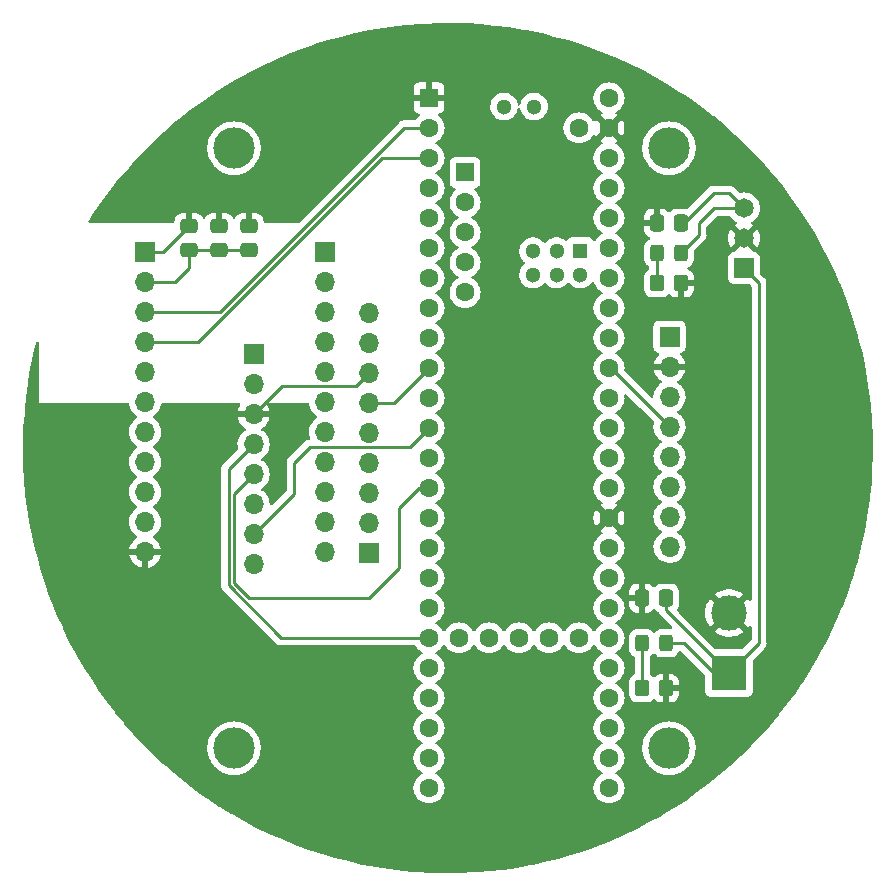
<source format=gbr>
%TF.GenerationSoftware,KiCad,Pcbnew,(6.0.8)*%
%TF.CreationDate,2022-12-18T12:10:43-08:00*%
%TF.ProjectId,ATP_Teensy,4154505f-5465-4656-9e73-792e6b696361,rev?*%
%TF.SameCoordinates,Original*%
%TF.FileFunction,Copper,L1,Top*%
%TF.FilePolarity,Positive*%
%FSLAX46Y46*%
G04 Gerber Fmt 4.6, Leading zero omitted, Abs format (unit mm)*
G04 Created by KiCad (PCBNEW (6.0.8)) date 2022-12-18 12:10:43*
%MOMM*%
%LPD*%
G01*
G04 APERTURE LIST*
G04 Aperture macros list*
%AMRoundRect*
0 Rectangle with rounded corners*
0 $1 Rounding radius*
0 $2 $3 $4 $5 $6 $7 $8 $9 X,Y pos of 4 corners*
0 Add a 4 corners polygon primitive as box body*
4,1,4,$2,$3,$4,$5,$6,$7,$8,$9,$2,$3,0*
0 Add four circle primitives for the rounded corners*
1,1,$1+$1,$2,$3*
1,1,$1+$1,$4,$5*
1,1,$1+$1,$6,$7*
1,1,$1+$1,$8,$9*
0 Add four rect primitives between the rounded corners*
20,1,$1+$1,$2,$3,$4,$5,0*
20,1,$1+$1,$4,$5,$6,$7,0*
20,1,$1+$1,$6,$7,$8,$9,0*
20,1,$1+$1,$8,$9,$2,$3,0*%
G04 Aperture macros list end*
%TA.AperFunction,SMDPad,CuDef*%
%ADD10RoundRect,0.250000X-0.475000X0.337500X-0.475000X-0.337500X0.475000X-0.337500X0.475000X0.337500X0*%
%TD*%
%TA.AperFunction,SMDPad,CuDef*%
%ADD11RoundRect,0.250000X-0.337500X-0.475000X0.337500X-0.475000X0.337500X0.475000X-0.337500X0.475000X0*%
%TD*%
%TA.AperFunction,SMDPad,CuDef*%
%ADD12RoundRect,0.250000X-0.350000X-0.450000X0.350000X-0.450000X0.350000X0.450000X-0.350000X0.450000X0*%
%TD*%
%TA.AperFunction,SMDPad,CuDef*%
%ADD13RoundRect,0.250000X-0.325000X-0.450000X0.325000X-0.450000X0.325000X0.450000X-0.325000X0.450000X0*%
%TD*%
%TA.AperFunction,ComponentPad*%
%ADD14R,3.000000X3.000000*%
%TD*%
%TA.AperFunction,ComponentPad*%
%ADD15C,3.000000*%
%TD*%
%TA.AperFunction,ComponentPad*%
%ADD16R,1.700000X1.700000*%
%TD*%
%TA.AperFunction,ComponentPad*%
%ADD17O,1.700000X1.700000*%
%TD*%
%TA.AperFunction,ComponentPad*%
%ADD18R,1.651000X1.651000*%
%TD*%
%TA.AperFunction,ComponentPad*%
%ADD19C,1.651000*%
%TD*%
%TA.AperFunction,ComponentPad*%
%ADD20R,1.600000X1.600000*%
%TD*%
%TA.AperFunction,ComponentPad*%
%ADD21C,1.600000*%
%TD*%
%TA.AperFunction,ComponentPad*%
%ADD22R,1.300000X1.300000*%
%TD*%
%TA.AperFunction,ComponentPad*%
%ADD23C,1.300000*%
%TD*%
%TA.AperFunction,ViaPad*%
%ADD24C,3.500000*%
%TD*%
%TA.AperFunction,Conductor*%
%ADD25C,0.250000*%
%TD*%
G04 APERTURE END LIST*
D10*
%TO.P,C5,1*%
%TO.N,GND*%
X135890000Y-80242500D03*
%TO.P,C5,2*%
%TO.N,XBEE_VCC*%
X135890000Y-82317500D03*
%TD*%
D11*
%TO.P,C2,1*%
%TO.N,GND*%
X170412500Y-80010000D03*
%TO.P,C2,2*%
%TO.N,+5V*%
X172487500Y-80010000D03*
%TD*%
D10*
%TO.P,C4,1*%
%TO.N,GND*%
X133350000Y-80242500D03*
%TO.P,C4,2*%
%TO.N,XBEE_VCC*%
X133350000Y-82317500D03*
%TD*%
D12*
%TO.P,R2,1*%
%TO.N,Net-(D2-Pad1)*%
X170450000Y-85090000D03*
%TO.P,R2,2*%
%TO.N,GND*%
X172450000Y-85090000D03*
%TD*%
%TO.P,R1,1*%
%TO.N,Net-(D1-Pad1)*%
X169180000Y-119380000D03*
%TO.P,R1,2*%
%TO.N,GND*%
X171180000Y-119380000D03*
%TD*%
D13*
%TO.P,D1,1,K*%
%TO.N,Net-(D1-Pad1)*%
X169155000Y-115570000D03*
%TO.P,D1,2,A*%
%TO.N,+9V*%
X171205000Y-115570000D03*
%TD*%
D14*
%TO.P,9V PWR,1,Pin_1*%
%TO.N,+9V*%
X176530000Y-118110000D03*
D15*
%TO.P,9V PWR,2,Pin_2*%
%TO.N,GND*%
X176530000Y-113030000D03*
%TD*%
D16*
%TO.P,XBEE_USB,1,GND*%
%TO.N,GND*%
X127095000Y-82455000D03*
D17*
%TO.P,XBEE_USB,2,3.3V*%
%TO.N,XBEE_VCC*%
X127095000Y-84995000D03*
%TO.P,XBEE_USB,3,DOUT*%
%TO.N,XBEE_DOUT*%
X127095000Y-87535000D03*
%TO.P,XBEE_USB,4,DIN*%
%TO.N,XBEE_DIN*%
X127095000Y-90075000D03*
%TO.P,XBEE_USB,5,DO8*%
%TO.N,unconnected-(U3-Pad5)*%
X127095000Y-92615000D03*
%TO.P,XBEE_USB,6,~{RESET}*%
%TO.N,unconnected-(U3-Pad6)*%
X127095000Y-95155000D03*
%TO.P,XBEE_USB,7,RSSI*%
%TO.N,unconnected-(U3-Pad7)*%
X127095000Y-97695000D03*
%TO.P,XBEE_USB,8,PWM*%
%TO.N,unconnected-(U3-Pad8)*%
X127095000Y-100235000D03*
%TO.P,XBEE_USB,9,RSV*%
%TO.N,unconnected-(U3-Pad9)*%
X127095000Y-102775000D03*
%TO.P,XBEE_USB,10,~{DTR}*%
%TO.N,unconnected-(U3-Pad10)*%
X127095000Y-105315000D03*
%TO.P,XBEE_USB,11,GND*%
%TO.N,GND*%
X127095000Y-107855000D03*
%TO.P,XBEE_USB,12,DIO0*%
%TO.N,unconnected-(U3-Pad12)*%
X142335000Y-107855000D03*
%TO.P,XBEE_USB,13,DIO1*%
%TO.N,unconnected-(U3-Pad13)*%
X142335000Y-105315000D03*
%TO.P,XBEE_USB,14,DIO2*%
%TO.N,unconnected-(U3-Pad14)*%
X142335000Y-102775000D03*
%TO.P,XBEE_USB,15,DIO3*%
%TO.N,unconnected-(U3-Pad15)*%
X142335000Y-100235000D03*
%TO.P,XBEE_USB,16,~{RTS}*%
%TO.N,unconnected-(U3-Pad16)*%
X142335000Y-97695000D03*
%TO.P,XBEE_USB,17,ASSOC*%
%TO.N,unconnected-(U3-Pad17)*%
X142335000Y-95155000D03*
%TO.P,XBEE_USB,18,VREF*%
%TO.N,unconnected-(U3-Pad18)*%
X142335000Y-92615000D03*
%TO.P,XBEE_USB,19,~{SLP}*%
%TO.N,unconnected-(U3-Pad19)*%
X142335000Y-90075000D03*
%TO.P,XBEE_USB,20,~{CTS}*%
%TO.N,unconnected-(U3-Pad20)*%
X142335000Y-87535000D03*
%TO.P,XBEE_USB,21,DIO4*%
%TO.N,unconnected-(U3-Pad21)*%
X142335000Y-84995000D03*
D16*
%TO.P,XBEE_USB,22,5V_IN*%
%TO.N,unconnected-(U3-Pad22)*%
X142335000Y-82455000D03*
%TD*%
%TO.P,IMU,1,VCC*%
%TO.N,+5V*%
X171495000Y-89632500D03*
D17*
%TO.P,IMU,2,GND*%
%TO.N,GND*%
X171495000Y-92172500D03*
%TO.P,IMU,3,SCL*%
%TO.N,MPU_SCL*%
X171495000Y-94712500D03*
%TO.P,IMU,4,SDA*%
%TO.N,MPU_SDA*%
X171495000Y-97252500D03*
%TO.P,IMU,5,AUX_SDA*%
%TO.N,unconnected-(U4-Pad5)*%
X171495000Y-99792500D03*
%TO.P,IMU,6,AUX_SCL*%
%TO.N,unconnected-(U4-Pad6)*%
X171495000Y-102332500D03*
%TO.P,IMU,7,ADO*%
%TO.N,unconnected-(U4-Pad7)*%
X171495000Y-104872500D03*
%TO.P,IMU,8,INT*%
%TO.N,unconnected-(U4-Pad8)*%
X171495000Y-107412500D03*
%TD*%
D18*
%TO.P,REG,1,IN*%
%TO.N,+9V*%
X177800000Y-83820000D03*
D19*
%TO.P,REG,2,GND*%
%TO.N,GND*%
X177800000Y-81280000D03*
%TO.P,REG,3,OUT*%
%TO.N,+5V*%
X177800000Y-78740000D03*
%TD*%
D20*
%TO.P,TEENSY4.1,1,GND*%
%TO.N,GND*%
X151130000Y-69410000D03*
D21*
%TO.P,TEENSY4.1,2,0_RX1_CRX2_CS1*%
%TO.N,XBEE_DOUT*%
X151130000Y-71950000D03*
%TO.P,TEENSY4.1,3,1_TX1_CTX2_MISO1*%
%TO.N,XBEE_DIN*%
X151130000Y-74490000D03*
%TO.P,TEENSY4.1,4,2_OUT2*%
%TO.N,unconnected-(U5-Pad4)*%
X151130000Y-77030000D03*
%TO.P,TEENSY4.1,5,3_LRCLK2*%
%TO.N,unconnected-(U5-Pad5)*%
X151130000Y-79570000D03*
%TO.P,TEENSY4.1,6,4_BCLK2*%
%TO.N,unconnected-(U5-Pad6)*%
X151130000Y-82110000D03*
%TO.P,TEENSY4.1,7,5_IN2*%
%TO.N,unconnected-(U5-Pad7)*%
X151130000Y-84650000D03*
%TO.P,TEENSY4.1,8,6_OUT1D*%
%TO.N,unconnected-(U5-Pad8)*%
X151130000Y-87190000D03*
%TO.P,TEENSY4.1,9,7_RX2_OUT1A*%
%TO.N,GPS_TX*%
X151130000Y-89730000D03*
%TO.P,TEENSY4.1,10,8_TX2_IN1*%
%TO.N,GPS_RX*%
X151130000Y-92270000D03*
%TO.P,TEENSY4.1,11,9_OUT1C*%
%TO.N,unconnected-(U5-Pad11)*%
X151130000Y-94810000D03*
%TO.P,TEENSY4.1,12,10_CS_MQSR*%
%TO.N,BMP_CS*%
X151130000Y-97350000D03*
%TO.P,TEENSY4.1,13,11_MOSI_CTX1*%
%TO.N,BMP_SDI*%
X151130000Y-99890000D03*
%TO.P,TEENSY4.1,14,12_MISO_MQSL*%
%TO.N,BMP_SDO*%
X151130000Y-102430000D03*
%TO.P,TEENSY4.1,15,3V3*%
%TO.N,XBEE_VCC*%
X151130000Y-104970000D03*
%TO.P,TEENSY4.1,16,24_A10_TX6_SCL2*%
%TO.N,unconnected-(U5-Pad16)*%
X151130000Y-107510000D03*
%TO.P,TEENSY4.1,17,25_A11_RX6_SDA2*%
%TO.N,unconnected-(U5-Pad17)*%
X151130000Y-110050000D03*
%TO.P,TEENSY4.1,18,26_A12_MOSI1*%
%TO.N,unconnected-(U5-Pad18)*%
X151130000Y-112590000D03*
%TO.P,TEENSY4.1,19,27_A13_SCK1*%
%TO.N,BMP_SCK*%
X151130000Y-115130000D03*
%TO.P,TEENSY4.1,20,28_RX7*%
%TO.N,unconnected-(U5-Pad20)*%
X151130000Y-117670000D03*
%TO.P,TEENSY4.1,21,29_TX7*%
%TO.N,unconnected-(U5-Pad21)*%
X151130000Y-120210000D03*
%TO.P,TEENSY4.1,22,30_CRX3*%
%TO.N,unconnected-(U5-Pad22)*%
X151130000Y-122750000D03*
%TO.P,TEENSY4.1,23,31_CTX3*%
%TO.N,unconnected-(U5-Pad23)*%
X151130000Y-125290000D03*
%TO.P,TEENSY4.1,24,32_OUT1B*%
%TO.N,unconnected-(U5-Pad24)*%
X151130000Y-127830000D03*
%TO.P,TEENSY4.1,25,33_MCLK2*%
%TO.N,unconnected-(U5-Pad25)*%
X166370000Y-127830000D03*
%TO.P,TEENSY4.1,26,34_RX8*%
%TO.N,unconnected-(U5-Pad26)*%
X166370000Y-125290000D03*
%TO.P,TEENSY4.1,27,35_TX8*%
%TO.N,unconnected-(U5-Pad27)*%
X166370000Y-122750000D03*
%TO.P,TEENSY4.1,28,36_CS*%
%TO.N,unconnected-(U5-Pad28)*%
X166370000Y-120210000D03*
%TO.P,TEENSY4.1,29,37_CS*%
%TO.N,unconnected-(U5-Pad29)*%
X166370000Y-117670000D03*
%TO.P,TEENSY4.1,30,38_CS1_IN1*%
%TO.N,unconnected-(U5-Pad30)*%
X166370000Y-115130000D03*
%TO.P,TEENSY4.1,31,39_MISO1_OUT1A*%
%TO.N,unconnected-(U5-Pad31)*%
X166370000Y-112590000D03*
%TO.P,TEENSY4.1,32,40_A16*%
%TO.N,unconnected-(U5-Pad32)*%
X166370000Y-110050000D03*
%TO.P,TEENSY4.1,33,41_A17*%
%TO.N,unconnected-(U5-Pad33)*%
X166370000Y-107510000D03*
%TO.P,TEENSY4.1,34,GND*%
%TO.N,GND*%
X166370000Y-104970000D03*
%TO.P,TEENSY4.1,35,13_SCK_LED*%
%TO.N,unconnected-(U5-Pad35)*%
X166370000Y-102430000D03*
%TO.P,TEENSY4.1,36,14_A0_TX3_SPDIF_OUT*%
%TO.N,unconnected-(U5-Pad36)*%
X166370000Y-99890000D03*
%TO.P,TEENSY4.1,37,15_A1_RX3_SPDIF_IN*%
%TO.N,unconnected-(U5-Pad37)*%
X166370000Y-97350000D03*
%TO.P,TEENSY4.1,38,16_A2_RX4_SCL1*%
%TO.N,MPU_SCL*%
X166370000Y-94810000D03*
%TO.P,TEENSY4.1,39,17_A3_TX4_SDA1*%
%TO.N,MPU_SDA*%
X166370000Y-92270000D03*
%TO.P,TEENSY4.1,40,18_A4_SDA*%
%TO.N,unconnected-(U5-Pad40)*%
X166370000Y-89730000D03*
%TO.P,TEENSY4.1,41,19_A5_SCL*%
%TO.N,unconnected-(U5-Pad41)*%
X166370000Y-87190000D03*
%TO.P,TEENSY4.1,42,20_A6_TX5_LRCLK1*%
%TO.N,unconnected-(U5-Pad42)*%
X166370000Y-84650000D03*
%TO.P,TEENSY4.1,43,21_A7_RX5_BCLK1*%
%TO.N,unconnected-(U5-Pad43)*%
X166370000Y-82110000D03*
%TO.P,TEENSY4.1,44,22_A8_CTX1*%
%TO.N,unconnected-(U5-Pad44)*%
X166370000Y-79570000D03*
%TO.P,TEENSY4.1,45,23_A9_CRX1_MCLK1*%
%TO.N,unconnected-(U5-Pad45)*%
X166370000Y-77030000D03*
%TO.P,TEENSY4.1,46,3V3*%
%TO.N,unconnected-(U5-Pad46)*%
X166370000Y-74490000D03*
%TO.P,TEENSY4.1,47,GND*%
%TO.N,GND*%
X166370000Y-71950000D03*
%TO.P,TEENSY4.1,48,VIN*%
%TO.N,+5V*%
X166370000Y-69410000D03*
%TO.P,TEENSY4.1,49,VUSB*%
%TO.N,unconnected-(U5-Pad49)*%
X163830000Y-71950000D03*
%TO.P,TEENSY4.1,50,VBAT*%
%TO.N,unconnected-(U5-Pad50)*%
X153670000Y-115130000D03*
%TO.P,TEENSY4.1,51,3V3*%
%TO.N,unconnected-(U5-Pad51)*%
X156210000Y-115130000D03*
%TO.P,TEENSY4.1,52,GND*%
%TO.N,unconnected-(U5-Pad52)*%
X158750000Y-115130000D03*
%TO.P,TEENSY4.1,53,PROGRAM*%
%TO.N,unconnected-(U5-Pad53)*%
X161290000Y-115130000D03*
%TO.P,TEENSY4.1,54,ON_OFF*%
%TO.N,unconnected-(U5-Pad54)*%
X163830000Y-115130000D03*
D20*
%TO.P,TEENSY4.1,55,5V*%
%TO.N,unconnected-(U5-Pad55)*%
X154180800Y-75709200D03*
D21*
%TO.P,TEENSY4.1,56,D-*%
%TO.N,unconnected-(U5-Pad56)*%
X154180800Y-78249200D03*
%TO.P,TEENSY4.1,57,D+*%
%TO.N,unconnected-(U5-Pad57)*%
X154180800Y-80789200D03*
%TO.P,TEENSY4.1,58,GND*%
%TO.N,unconnected-(U5-Pad58)*%
X154180800Y-83329200D03*
%TO.P,TEENSY4.1,59,GND*%
%TO.N,unconnected-(U5-Pad59)*%
X154180800Y-85869200D03*
D22*
%TO.P,TEENSY4.1,60,R+*%
%TO.N,unconnected-(U5-Pad60)*%
X163931600Y-82380000D03*
D23*
%TO.P,TEENSY4.1,61,LED*%
%TO.N,unconnected-(U5-Pad61)*%
X161931600Y-82380000D03*
%TO.P,TEENSY4.1,62,T-*%
%TO.N,unconnected-(U5-Pad62)*%
X159931600Y-82380000D03*
%TO.P,TEENSY4.1,63,T+*%
%TO.N,unconnected-(U5-Pad63)*%
X159931600Y-84380000D03*
%TO.P,TEENSY4.1,64,GND*%
%TO.N,unconnected-(U5-Pad64)*%
X161931600Y-84380000D03*
%TO.P,TEENSY4.1,65,R-*%
%TO.N,unconnected-(U5-Pad65)*%
X163931600Y-84380000D03*
%TO.P,TEENSY4.1,66,D-*%
%TO.N,unconnected-(U5-Pad66)*%
X160020000Y-70140000D03*
%TO.P,TEENSY4.1,67,D+*%
%TO.N,unconnected-(U5-Pad67)*%
X157480000Y-70140000D03*
%TD*%
D11*
%TO.P,C1,1*%
%TO.N,GND*%
X169142500Y-111760000D03*
%TO.P,C1,2*%
%TO.N,+9V*%
X171217500Y-111760000D03*
%TD*%
D13*
%TO.P,D2,1,K*%
%TO.N,Net-(D2-Pad1)*%
X170425000Y-82550000D03*
%TO.P,D2,2,A*%
%TO.N,+5V*%
X172475000Y-82550000D03*
%TD*%
D10*
%TO.P,C3,1*%
%TO.N,GND*%
X130810000Y-80242500D03*
%TO.P,C3,2*%
%TO.N,XBEE_VCC*%
X130810000Y-82317500D03*
%TD*%
D16*
%TO.P,GPS,1,3.3V*%
%TO.N,unconnected-(U6-Pad1)*%
X146050000Y-107950000D03*
D17*
%TO.P,GPS,2,EN*%
%TO.N,unconnected-(U6-Pad2)*%
X146050000Y-105410000D03*
%TO.P,GPS,3,VBAT*%
%TO.N,unconnected-(U6-Pad3)*%
X146050000Y-102870000D03*
%TO.P,GPS,4,FIX*%
%TO.N,unconnected-(U6-Pad4)*%
X146050000Y-100330000D03*
%TO.P,GPS,5,TX*%
%TO.N,GPS_TX*%
X146050000Y-97790000D03*
%TO.P,GPS,6,RX*%
%TO.N,GPS_RX*%
X146050000Y-95250000D03*
%TO.P,GPS,7,GND*%
%TO.N,GND*%
X146050000Y-92710000D03*
%TO.P,GPS,8,VIN*%
%TO.N,+5V*%
X146050000Y-90170000D03*
%TO.P,GPS,9,PPS*%
%TO.N,unconnected-(U6-Pad9)*%
X146050000Y-87630000D03*
%TD*%
D16*
%TO.P,BMP,1,VIN*%
%TO.N,+5V*%
X136277500Y-91116250D03*
D17*
%TO.P,BMP,2,3VO*%
%TO.N,unconnected-(U1-Pad2)*%
X136277500Y-93656250D03*
%TO.P,BMP,3,GND*%
%TO.N,GND*%
X136277500Y-96196250D03*
%TO.P,BMP,4,SCK*%
%TO.N,BMP_SCK*%
X136277500Y-98736250D03*
%TO.P,BMP,5,SDO*%
%TO.N,BMP_SDO*%
X136277500Y-101276250D03*
%TO.P,BMP,6,SDI*%
%TO.N,BMP_SDI*%
X136277500Y-103816250D03*
%TO.P,BMP,7,CS*%
%TO.N,BMP_CS*%
X136277500Y-106356250D03*
%TO.P,BMP,8,INT*%
%TO.N,unconnected-(U1-Pad8)*%
X136277500Y-108896250D03*
%TD*%
D24*
%TO.N,*%
X134620000Y-124460000D03*
X171450000Y-124460000D03*
X134620000Y-73660000D03*
X171450000Y-73660000D03*
%TD*%
D25*
%TO.N,GND*%
X128597500Y-82455000D02*
X130810000Y-80242500D01*
X127095000Y-82455000D02*
X128597500Y-82455000D01*
X144970000Y-93790000D02*
X146050000Y-92710000D01*
X138683750Y-93790000D02*
X144970000Y-93790000D01*
X136277500Y-96196250D02*
X138683750Y-93790000D01*
%TO.N,BMP_SCK*%
X134170000Y-110676396D02*
X134170000Y-100843750D01*
X138623604Y-115130000D02*
X134170000Y-110676396D01*
X134170000Y-100843750D02*
X136277500Y-98736250D01*
X151130000Y-115130000D02*
X138623604Y-115130000D01*
%TO.N,BMP_SDO*%
X146050000Y-111760000D02*
X148590000Y-109220000D01*
X135890000Y-111760000D02*
X146050000Y-111760000D01*
X134620000Y-110490000D02*
X135890000Y-111760000D01*
X134620000Y-102933750D02*
X134620000Y-109220000D01*
X136277500Y-101276250D02*
X134620000Y-102933750D01*
X134620000Y-109220000D02*
X134620000Y-110490000D01*
%TO.N,BMP_CS*%
X139700000Y-102933750D02*
X139700000Y-100330000D01*
X136277500Y-106356250D02*
X139700000Y-102933750D01*
%TO.N,XBEE_DOUT*%
X133445000Y-87535000D02*
X127095000Y-87535000D01*
X149030000Y-71950000D02*
X133445000Y-87535000D01*
X151130000Y-71950000D02*
X149030000Y-71950000D01*
%TO.N,XBEE_DIN*%
X147126396Y-74490000D02*
X151130000Y-74490000D01*
X131541396Y-90075000D02*
X147126396Y-74490000D01*
X127095000Y-90075000D02*
X131541396Y-90075000D01*
%TO.N,XBEE_VCC*%
X133350000Y-82317500D02*
X135890000Y-82317500D01*
X130810000Y-82317500D02*
X133350000Y-82317500D01*
X130810000Y-83820000D02*
X130810000Y-82317500D01*
X129635000Y-84995000D02*
X130810000Y-83820000D01*
X127095000Y-84995000D02*
X129635000Y-84995000D01*
%TO.N,+9V*%
X176530000Y-118110000D02*
X179070000Y-115570000D01*
X179070000Y-115570000D02*
X179070000Y-85090000D01*
X171205000Y-115570000D02*
X172720000Y-115570000D01*
X171217500Y-111760000D02*
X171217500Y-112797500D01*
X171217500Y-112797500D02*
X176530000Y-118110000D01*
X179070000Y-85090000D02*
X177800000Y-83820000D01*
X172720000Y-115570000D02*
X175260000Y-118110000D01*
X175260000Y-118110000D02*
X176530000Y-118110000D01*
%TO.N,+5V*%
X173990000Y-80010000D02*
X175260000Y-78740000D01*
X172487500Y-80010000D02*
X172720000Y-80010000D01*
X172720000Y-80010000D02*
X175260000Y-77470000D01*
X175260000Y-77470000D02*
X176530000Y-77470000D01*
X173990000Y-81035000D02*
X173990000Y-80010000D01*
X175260000Y-78740000D02*
X177800000Y-78740000D01*
X172475000Y-82550000D02*
X173990000Y-81035000D01*
X176530000Y-77470000D02*
X177800000Y-78740000D01*
%TO.N,BMP_SDO*%
X148590000Y-104140000D02*
X150300000Y-102430000D01*
X150300000Y-102430000D02*
X151130000Y-102430000D01*
X148590000Y-109220000D02*
X148590000Y-104140000D01*
%TO.N,BMP_CS*%
X149515000Y-98965000D02*
X141065000Y-98965000D01*
X141065000Y-98965000D02*
X139700000Y-100330000D01*
X151130000Y-97350000D02*
X149515000Y-98965000D01*
%TO.N,MPU_SDA*%
X171495000Y-97252500D02*
X166512500Y-92270000D01*
X166512500Y-92270000D02*
X166370000Y-92270000D01*
%TO.N,GPS_RX*%
X146050000Y-95250000D02*
X148150000Y-95250000D01*
X148150000Y-95250000D02*
X151130000Y-92270000D01*
%TO.N,Net-(D1-Pad1)*%
X169180000Y-119380000D02*
X169180000Y-115595000D01*
%TO.N,Net-(D2-Pad1)*%
X170425000Y-85065000D02*
X170450000Y-85090000D01*
X170425000Y-82550000D02*
X170425000Y-85065000D01*
%TD*%
%TA.AperFunction,Conductor*%
%TO.N,GND*%
G36*
X153171788Y-63071246D02*
G01*
X154360621Y-63105492D01*
X154364768Y-63105680D01*
X155551782Y-63179321D01*
X155555947Y-63179649D01*
X156739833Y-63292602D01*
X156743985Y-63293067D01*
X157923517Y-63445215D01*
X157927652Y-63445818D01*
X159101487Y-63636989D01*
X159105599Y-63637729D01*
X159377644Y-63691348D01*
X160272475Y-63867718D01*
X160276499Y-63868581D01*
X161025459Y-64042181D01*
X161435103Y-64137131D01*
X161439157Y-64138142D01*
X161728760Y-64215470D01*
X162588218Y-64444958D01*
X162592194Y-64446091D01*
X162878654Y-64532851D01*
X163730428Y-64790828D01*
X163734406Y-64792105D01*
X164860570Y-65174386D01*
X164864497Y-65175792D01*
X165977412Y-65595218D01*
X165981263Y-65596742D01*
X167079680Y-66052844D01*
X167083459Y-66054488D01*
X168166119Y-66546744D01*
X168169879Y-66548530D01*
X169235639Y-67076420D01*
X169239351Y-67078336D01*
X170286955Y-67641233D01*
X170290602Y-67643271D01*
X171318994Y-68240609D01*
X171322572Y-68242767D01*
X172330615Y-68873886D01*
X172334119Y-68876162D01*
X172818920Y-69202549D01*
X173316104Y-69537273D01*
X173320640Y-69540327D01*
X173324061Y-69542713D01*
X174288092Y-70239273D01*
X174291406Y-70241753D01*
X175192357Y-70939344D01*
X175231759Y-70969852D01*
X175235020Y-70972465D01*
X176150736Y-71731359D01*
X176153908Y-71734077D01*
X176403714Y-71955475D01*
X177034746Y-72514747D01*
X177043938Y-72522894D01*
X177047012Y-72525710D01*
X177900467Y-73334195D01*
X177910414Y-73343618D01*
X177913399Y-73346541D01*
X178749202Y-74192618D01*
X178752089Y-74195639D01*
X179559398Y-75068982D01*
X179562182Y-75072097D01*
X180042460Y-75627523D01*
X180281750Y-75904253D01*
X180340040Y-75971664D01*
X180342714Y-75974861D01*
X181090392Y-76899815D01*
X181092948Y-76903088D01*
X181809506Y-77852269D01*
X181811968Y-77855644D01*
X182496677Y-78828082D01*
X182499025Y-78831538D01*
X183151093Y-79826106D01*
X183153326Y-79829638D01*
X183772072Y-80845299D01*
X183774186Y-80848902D01*
X184358915Y-81884514D01*
X184360909Y-81888186D01*
X184910996Y-82942647D01*
X184912866Y-82946383D01*
X185427667Y-84018453D01*
X185429413Y-84022249D01*
X185746028Y-84741811D01*
X185846724Y-84970658D01*
X185908399Y-85110826D01*
X185910016Y-85114674D01*
X186081315Y-85541869D01*
X186352636Y-86218509D01*
X186354127Y-86222412D01*
X186759920Y-87340353D01*
X186761280Y-87344303D01*
X186952950Y-87932455D01*
X187102944Y-88392722D01*
X187129774Y-88475053D01*
X187131001Y-88479040D01*
X187428793Y-89507393D01*
X187461814Y-89621424D01*
X187462903Y-89625432D01*
X187709693Y-90597173D01*
X187755654Y-90778145D01*
X187756615Y-90782211D01*
X188010981Y-91943967D01*
X188011807Y-91948062D01*
X188227517Y-93117623D01*
X188228207Y-93121744D01*
X188405026Y-94297847D01*
X188405578Y-94301989D01*
X188458043Y-94751985D01*
X188540795Y-95461758D01*
X188543301Y-95483256D01*
X188543715Y-95487403D01*
X188642192Y-96672530D01*
X188642199Y-96672618D01*
X188642475Y-96676772D01*
X188661097Y-97050840D01*
X188701607Y-97864594D01*
X188701746Y-97868770D01*
X188711981Y-98485957D01*
X188720991Y-99029273D01*
X188721475Y-99058478D01*
X188721488Y-99061538D01*
X188717792Y-99532088D01*
X188717072Y-99623799D01*
X188717010Y-99626877D01*
X188679000Y-100803685D01*
X188678599Y-100816085D01*
X188678396Y-100820230D01*
X188634532Y-101489476D01*
X188600612Y-102006995D01*
X188600270Y-102011159D01*
X188483182Y-103194676D01*
X188482702Y-103198826D01*
X188459206Y-103376099D01*
X188328071Y-104365499D01*
X188326437Y-104377825D01*
X188325822Y-104381935D01*
X188130558Y-105555084D01*
X188129807Y-105559178D01*
X188027669Y-106068016D01*
X187895747Y-106725234D01*
X187894857Y-106729316D01*
X187622271Y-107886945D01*
X187621246Y-107890996D01*
X187410707Y-108668592D01*
X187313466Y-109027739D01*
X187310426Y-109038965D01*
X187309269Y-109042972D01*
X186995171Y-110067146D01*
X186960566Y-110179981D01*
X186959282Y-110183933D01*
X186573058Y-111308797D01*
X186571640Y-111312714D01*
X186160009Y-112393500D01*
X186148341Y-112424135D01*
X186146796Y-112427999D01*
X186049002Y-112661210D01*
X185686878Y-113524775D01*
X185685199Y-113528600D01*
X185189180Y-114609507D01*
X185187375Y-114613275D01*
X184974219Y-115039867D01*
X184707362Y-115573933D01*
X184655775Y-115677174D01*
X184653847Y-115680876D01*
X184097491Y-116707694D01*
X184087288Y-116726524D01*
X184085240Y-116730159D01*
X184057132Y-116778163D01*
X183484318Y-117756456D01*
X183482148Y-117760026D01*
X182847523Y-118765847D01*
X182845237Y-118769341D01*
X182550532Y-119203802D01*
X182177598Y-119753589D01*
X182175195Y-119757007D01*
X181475328Y-120718524D01*
X181472814Y-120721861D01*
X180778240Y-121612477D01*
X180741412Y-121659699D01*
X180738801Y-121662933D01*
X180668052Y-121747699D01*
X179976730Y-122575980D01*
X179974000Y-122579143D01*
X179182083Y-123466411D01*
X179179251Y-123469481D01*
X178398710Y-124287699D01*
X178358324Y-124330034D01*
X178355403Y-124332996D01*
X177506378Y-125165875D01*
X177503393Y-125168708D01*
X177327853Y-125329843D01*
X176627245Y-125972956D01*
X176624121Y-125975730D01*
X175721777Y-126750500D01*
X175718562Y-126753168D01*
X174791082Y-127497549D01*
X174787781Y-127500110D01*
X173836064Y-128213383D01*
X173832725Y-128215799D01*
X172940536Y-128839357D01*
X172857928Y-128897092D01*
X172854465Y-128899429D01*
X171857570Y-129548058D01*
X171854030Y-129550278D01*
X170836215Y-130165475D01*
X170832604Y-130167576D01*
X169794983Y-130748672D01*
X169791304Y-130750653D01*
X168734941Y-131297050D01*
X168731199Y-131298908D01*
X167657327Y-131809969D01*
X167653525Y-131811702D01*
X166563267Y-132286892D01*
X166559410Y-132288497D01*
X165454039Y-132727260D01*
X165450131Y-132728737D01*
X164330800Y-133130618D01*
X164326844Y-133131965D01*
X163194786Y-133496519D01*
X163190789Y-133497733D01*
X162047311Y-133824540D01*
X162043275Y-133825622D01*
X161653582Y-133923145D01*
X160889516Y-134114357D01*
X160885504Y-134115290D01*
X159949692Y-134316765D01*
X159722816Y-134365610D01*
X159718718Y-134366421D01*
X158548415Y-134578047D01*
X158544292Y-134578722D01*
X157367608Y-134751430D01*
X157363464Y-134751968D01*
X156181724Y-134885565D01*
X156177566Y-134885966D01*
X155273949Y-134957876D01*
X154991992Y-134980314D01*
X154987832Y-134980576D01*
X154884808Y-134985344D01*
X153799821Y-135035562D01*
X153795644Y-135035686D01*
X152606473Y-135051253D01*
X152602295Y-135051239D01*
X151479115Y-135028693D01*
X151413227Y-135027370D01*
X151409056Y-135027217D01*
X151264462Y-135019513D01*
X150221430Y-134963937D01*
X150217262Y-134963645D01*
X149760386Y-134924075D01*
X149032410Y-134861025D01*
X149028309Y-134860602D01*
X147847449Y-134718748D01*
X147843353Y-134718187D01*
X147255603Y-134627723D01*
X146667876Y-134537263D01*
X146663758Y-134536559D01*
X146134078Y-134436954D01*
X145494907Y-134316760D01*
X145490867Y-134315930D01*
X144585342Y-134114350D01*
X144329996Y-134057507D01*
X144325934Y-134056532D01*
X143174282Y-133759767D01*
X143170253Y-133758658D01*
X142028994Y-133423849D01*
X142025060Y-133422623D01*
X141267942Y-133172963D01*
X140895574Y-133050174D01*
X140891629Y-133048800D01*
X140432665Y-132880389D01*
X139775121Y-132639111D01*
X139771259Y-132637621D01*
X138668911Y-132191124D01*
X138665094Y-132189503D01*
X137578206Y-131706726D01*
X137574416Y-131704967D01*
X136504113Y-131186409D01*
X136500384Y-131184525D01*
X135447897Y-130630785D01*
X135444232Y-130628779D01*
X134410658Y-130040434D01*
X134407061Y-130038307D01*
X133393548Y-129416008D01*
X133390025Y-129413763D01*
X132397752Y-128758236D01*
X132394304Y-128755876D01*
X132021260Y-128491257D01*
X131424240Y-128067761D01*
X131420881Y-128065293D01*
X130474226Y-127345439D01*
X130470943Y-127342856D01*
X129548632Y-126591978D01*
X129545436Y-126589286D01*
X128837678Y-125972956D01*
X128648569Y-125808276D01*
X128645469Y-125805485D01*
X128126344Y-125322239D01*
X127774944Y-124995126D01*
X127771939Y-124992234D01*
X127411072Y-124633251D01*
X127236911Y-124460000D01*
X132356654Y-124460000D01*
X132376017Y-124755426D01*
X132376819Y-124759459D01*
X132376820Y-124759465D01*
X132423416Y-124993715D01*
X132433776Y-125045797D01*
X132435103Y-125049706D01*
X132435104Y-125049710D01*
X132475506Y-125168730D01*
X132528941Y-125326145D01*
X132659885Y-125591673D01*
X132662179Y-125595106D01*
X132803693Y-125806897D01*
X132824367Y-125837838D01*
X132827081Y-125840932D01*
X132827085Y-125840938D01*
X132944107Y-125974375D01*
X133019573Y-126060427D01*
X133022662Y-126063136D01*
X133239062Y-126252915D01*
X133239068Y-126252919D01*
X133242162Y-126255633D01*
X133245588Y-126257922D01*
X133245593Y-126257926D01*
X133429405Y-126380744D01*
X133488327Y-126420115D01*
X133492026Y-126421939D01*
X133492031Y-126421942D01*
X133540421Y-126445805D01*
X133753855Y-126551059D01*
X133757760Y-126552384D01*
X133757761Y-126552385D01*
X134030290Y-126644896D01*
X134030294Y-126644897D01*
X134034203Y-126646224D01*
X134038247Y-126647028D01*
X134038253Y-126647030D01*
X134320535Y-126703180D01*
X134320541Y-126703181D01*
X134324574Y-126703983D01*
X134328679Y-126704252D01*
X134328686Y-126704253D01*
X134615881Y-126723076D01*
X134620000Y-126723346D01*
X134624119Y-126723076D01*
X134911314Y-126704253D01*
X134911321Y-126704252D01*
X134915426Y-126703983D01*
X134919459Y-126703181D01*
X134919465Y-126703180D01*
X135201747Y-126647030D01*
X135201753Y-126647028D01*
X135205797Y-126646224D01*
X135209706Y-126644897D01*
X135209710Y-126644896D01*
X135482239Y-126552385D01*
X135482240Y-126552384D01*
X135486145Y-126551059D01*
X135699579Y-126445805D01*
X135747969Y-126421942D01*
X135747974Y-126421939D01*
X135751673Y-126420115D01*
X135810595Y-126380744D01*
X135994407Y-126257926D01*
X135994412Y-126257922D01*
X135997838Y-126255633D01*
X136000932Y-126252919D01*
X136000938Y-126252915D01*
X136217338Y-126063136D01*
X136220427Y-126060427D01*
X136295893Y-125974375D01*
X136412915Y-125840938D01*
X136412919Y-125840932D01*
X136415633Y-125837838D01*
X136436308Y-125806897D01*
X136577821Y-125595106D01*
X136580115Y-125591673D01*
X136711059Y-125326145D01*
X136764494Y-125168730D01*
X136804896Y-125049710D01*
X136804897Y-125049706D01*
X136806224Y-125045797D01*
X136816584Y-124993715D01*
X136863180Y-124759465D01*
X136863181Y-124759459D01*
X136863983Y-124755426D01*
X136883346Y-124460000D01*
X136871798Y-124283802D01*
X136864253Y-124168686D01*
X136864252Y-124168679D01*
X136863983Y-124164574D01*
X136861486Y-124152018D01*
X136807030Y-123878253D01*
X136807028Y-123878247D01*
X136806224Y-123874203D01*
X136711059Y-123593855D01*
X136621012Y-123411257D01*
X136581942Y-123332031D01*
X136581939Y-123332026D01*
X136580115Y-123328327D01*
X136415633Y-123082162D01*
X136412919Y-123079068D01*
X136412915Y-123079062D01*
X136223136Y-122862662D01*
X136220427Y-122859573D01*
X136217338Y-122856864D01*
X136000938Y-122667085D01*
X136000932Y-122667081D01*
X135997838Y-122664367D01*
X135994412Y-122662078D01*
X135994407Y-122662074D01*
X135755106Y-122502179D01*
X135751673Y-122499885D01*
X135747974Y-122498061D01*
X135747969Y-122498058D01*
X135525551Y-122388374D01*
X135486145Y-122368941D01*
X135285281Y-122300757D01*
X135209710Y-122275104D01*
X135209706Y-122275103D01*
X135205797Y-122273776D01*
X135201753Y-122272972D01*
X135201747Y-122272970D01*
X134919465Y-122216820D01*
X134919459Y-122216819D01*
X134915426Y-122216017D01*
X134911321Y-122215748D01*
X134911314Y-122215747D01*
X134624119Y-122196924D01*
X134620000Y-122196654D01*
X134615881Y-122196924D01*
X134328686Y-122215747D01*
X134328679Y-122215748D01*
X134324574Y-122216017D01*
X134320541Y-122216819D01*
X134320535Y-122216820D01*
X134038253Y-122272970D01*
X134038247Y-122272972D01*
X134034203Y-122273776D01*
X134030294Y-122275103D01*
X134030290Y-122275104D01*
X133954719Y-122300757D01*
X133753855Y-122368941D01*
X133714449Y-122388374D01*
X133492031Y-122498058D01*
X133492026Y-122498061D01*
X133488327Y-122499885D01*
X133484894Y-122502179D01*
X133245593Y-122662074D01*
X133245588Y-122662078D01*
X133242162Y-122664367D01*
X133239068Y-122667081D01*
X133239062Y-122667085D01*
X133022662Y-122856864D01*
X133019573Y-122859573D01*
X133016864Y-122862662D01*
X132827085Y-123079062D01*
X132827081Y-123079068D01*
X132824367Y-123082162D01*
X132659885Y-123328327D01*
X132658061Y-123332026D01*
X132658058Y-123332031D01*
X132618988Y-123411257D01*
X132528941Y-123593855D01*
X132433776Y-123874203D01*
X132432972Y-123878247D01*
X132432970Y-123878253D01*
X132378515Y-124152018D01*
X132376017Y-124164574D01*
X132375748Y-124168679D01*
X132375747Y-124168686D01*
X132368202Y-124283802D01*
X132356654Y-124460000D01*
X127236911Y-124460000D01*
X126928801Y-124153499D01*
X126925888Y-124150504D01*
X126554961Y-123756198D01*
X126110989Y-123284242D01*
X126108191Y-123281167D01*
X126036093Y-123199243D01*
X125322471Y-122388372D01*
X125319765Y-122385192D01*
X125307893Y-122370765D01*
X124564071Y-121466831D01*
X124561484Y-121463578D01*
X124546653Y-121444284D01*
X123947010Y-120664225D01*
X123836670Y-120520686D01*
X123834179Y-120517332D01*
X123141013Y-119550911D01*
X123138635Y-119547476D01*
X122908999Y-119203802D01*
X122477899Y-118558615D01*
X122475670Y-118555158D01*
X121929181Y-117675475D01*
X121848052Y-117544882D01*
X121845907Y-117541297D01*
X121433589Y-116825700D01*
X121252165Y-116510830D01*
X121250149Y-116507193D01*
X120690881Y-115457573D01*
X120688978Y-115453854D01*
X120164841Y-114386317D01*
X120163062Y-114382537D01*
X120101669Y-114246250D01*
X119674585Y-113298159D01*
X119672943Y-113294346D01*
X119663258Y-113270788D01*
X119220686Y-112194362D01*
X119219170Y-112190493D01*
X119198767Y-112135775D01*
X118991763Y-111580643D01*
X118803654Y-111076180D01*
X118802259Y-111072242D01*
X118608198Y-110493933D01*
X118423891Y-109944693D01*
X118422635Y-109940731D01*
X118422543Y-109940421D01*
X118231025Y-109300030D01*
X118081883Y-108801331D01*
X118080752Y-108797309D01*
X117907127Y-108137837D01*
X117903212Y-108122966D01*
X125763257Y-108122966D01*
X125793565Y-108257446D01*
X125796645Y-108267275D01*
X125876770Y-108464603D01*
X125881413Y-108473794D01*
X125992694Y-108655388D01*
X125998777Y-108663699D01*
X126138213Y-108824667D01*
X126145580Y-108831883D01*
X126309434Y-108967916D01*
X126317881Y-108973831D01*
X126501756Y-109081279D01*
X126511042Y-109085729D01*
X126710001Y-109161703D01*
X126719899Y-109164579D01*
X126823250Y-109185606D01*
X126837299Y-109184410D01*
X126841000Y-109174065D01*
X126841000Y-109173517D01*
X127349000Y-109173517D01*
X127353064Y-109187359D01*
X127366478Y-109189393D01*
X127373184Y-109188534D01*
X127383262Y-109186392D01*
X127587255Y-109125191D01*
X127596842Y-109121433D01*
X127788095Y-109027739D01*
X127796945Y-109022464D01*
X127970328Y-108898792D01*
X127978200Y-108892139D01*
X128129052Y-108741812D01*
X128135730Y-108733965D01*
X128260003Y-108561020D01*
X128265313Y-108552183D01*
X128359670Y-108361267D01*
X128363469Y-108351672D01*
X128425377Y-108147910D01*
X128427555Y-108137837D01*
X128428986Y-108126962D01*
X128426775Y-108112778D01*
X128413617Y-108109000D01*
X127367115Y-108109000D01*
X127351876Y-108113475D01*
X127350671Y-108114865D01*
X127349000Y-108122548D01*
X127349000Y-109173517D01*
X126841000Y-109173517D01*
X126841000Y-108127115D01*
X126836525Y-108111876D01*
X126835135Y-108110671D01*
X126827452Y-108109000D01*
X125778225Y-108109000D01*
X125764694Y-108112973D01*
X125763257Y-108122966D01*
X117903212Y-108122966D01*
X117777939Y-107647146D01*
X117776959Y-107643150D01*
X117512461Y-106483645D01*
X117511600Y-106479562D01*
X117506108Y-106451173D01*
X117429664Y-106056062D01*
X117285686Y-105311892D01*
X117284961Y-105307777D01*
X117160478Y-104526239D01*
X117097891Y-104133301D01*
X117097305Y-104129185D01*
X117096363Y-104121669D01*
X116949275Y-102949122D01*
X116948824Y-102944970D01*
X116943242Y-102884225D01*
X116840003Y-101760685D01*
X116839690Y-101756534D01*
X116839638Y-101755635D01*
X116770193Y-100569245D01*
X116770018Y-100565080D01*
X116770010Y-100564739D01*
X116760690Y-100196562D01*
X116739923Y-99376156D01*
X116739887Y-99371978D01*
X116749228Y-98182741D01*
X116749330Y-98178565D01*
X116798095Y-96990287D01*
X116798335Y-96986115D01*
X116886473Y-95800071D01*
X116886852Y-95795910D01*
X117014263Y-94613457D01*
X117014780Y-94609311D01*
X117058831Y-94297847D01*
X117181324Y-93431748D01*
X117181973Y-93427646D01*
X117185095Y-93409849D01*
X117387476Y-92256206D01*
X117388261Y-92252129D01*
X117431220Y-92047393D01*
X117632491Y-91088145D01*
X117633402Y-91084134D01*
X117861611Y-90151521D01*
X117897231Y-90090108D01*
X117960400Y-90057701D01*
X118031061Y-90064590D01*
X118086781Y-90108588D01*
X118110000Y-90181471D01*
X118110000Y-95250000D01*
X125623001Y-95250000D01*
X125691122Y-95270002D01*
X125737615Y-95323658D01*
X125745917Y-95348296D01*
X125794222Y-95562639D01*
X125853801Y-95709366D01*
X125873010Y-95756671D01*
X125878266Y-95769616D01*
X125916484Y-95831983D01*
X125988713Y-95949849D01*
X125994987Y-95960088D01*
X126141250Y-96128938D01*
X126313126Y-96271632D01*
X126340331Y-96287529D01*
X126386445Y-96314476D01*
X126435169Y-96366114D01*
X126448240Y-96435897D01*
X126421509Y-96501669D01*
X126381055Y-96535027D01*
X126368607Y-96541507D01*
X126364474Y-96544610D01*
X126364471Y-96544612D01*
X126213719Y-96657800D01*
X126189965Y-96675635D01*
X126186393Y-96679373D01*
X126056743Y-96815044D01*
X126035629Y-96837138D01*
X126032715Y-96841410D01*
X126032714Y-96841411D01*
X125992231Y-96900757D01*
X125909743Y-97021680D01*
X125894003Y-97055590D01*
X125820443Y-97214062D01*
X125815688Y-97224305D01*
X125755989Y-97439570D01*
X125732251Y-97661695D01*
X125732548Y-97666848D01*
X125732548Y-97666851D01*
X125737859Y-97758953D01*
X125745110Y-97884715D01*
X125746247Y-97889761D01*
X125746248Y-97889767D01*
X125750553Y-97908867D01*
X125794222Y-98102639D01*
X125832461Y-98196811D01*
X125873010Y-98296671D01*
X125878266Y-98309616D01*
X125908747Y-98359357D01*
X125988713Y-98489849D01*
X125994987Y-98500088D01*
X126141250Y-98668938D01*
X126245676Y-98755634D01*
X126306533Y-98806158D01*
X126313126Y-98811632D01*
X126383595Y-98852811D01*
X126386445Y-98854476D01*
X126435169Y-98906114D01*
X126448240Y-98975897D01*
X126421509Y-99041669D01*
X126381055Y-99075027D01*
X126368607Y-99081507D01*
X126364474Y-99084610D01*
X126364471Y-99084612D01*
X126194100Y-99212530D01*
X126189965Y-99215635D01*
X126035629Y-99377138D01*
X126032715Y-99381410D01*
X126032714Y-99381411D01*
X125993889Y-99438327D01*
X125909743Y-99561680D01*
X125880353Y-99624996D01*
X125820443Y-99754062D01*
X125815688Y-99764305D01*
X125755989Y-99979570D01*
X125732251Y-100201695D01*
X125732548Y-100206848D01*
X125732548Y-100206851D01*
X125737859Y-100298953D01*
X125745110Y-100424715D01*
X125746247Y-100429761D01*
X125746248Y-100429767D01*
X125764882Y-100512449D01*
X125794222Y-100642639D01*
X125832461Y-100736811D01*
X125873010Y-100836671D01*
X125878266Y-100849616D01*
X125908747Y-100899357D01*
X125988713Y-101029849D01*
X125994987Y-101040088D01*
X126141250Y-101208938D01*
X126245676Y-101295634D01*
X126306533Y-101346158D01*
X126313126Y-101351632D01*
X126340331Y-101367529D01*
X126386445Y-101394476D01*
X126435169Y-101446114D01*
X126448240Y-101515897D01*
X126421509Y-101581669D01*
X126381055Y-101615027D01*
X126368607Y-101621507D01*
X126364474Y-101624610D01*
X126364471Y-101624612D01*
X126213719Y-101737800D01*
X126189965Y-101755635D01*
X126186393Y-101759373D01*
X126077760Y-101873051D01*
X126035629Y-101917138D01*
X126032715Y-101921410D01*
X126032714Y-101921411D01*
X125993889Y-101978327D01*
X125909743Y-102101680D01*
X125894003Y-102135590D01*
X125820443Y-102294062D01*
X125815688Y-102304305D01*
X125755989Y-102519570D01*
X125732251Y-102741695D01*
X125732548Y-102746848D01*
X125732548Y-102746851D01*
X125744026Y-102945915D01*
X125745110Y-102964715D01*
X125746247Y-102969761D01*
X125746248Y-102969767D01*
X125756167Y-103013780D01*
X125794222Y-103182639D01*
X125831643Y-103274797D01*
X125873010Y-103376671D01*
X125878266Y-103389616D01*
X125907547Y-103437398D01*
X125988713Y-103569849D01*
X125994987Y-103580088D01*
X126141250Y-103748938D01*
X126245676Y-103835634D01*
X126303859Y-103883938D01*
X126313126Y-103891632D01*
X126369479Y-103924562D01*
X126386445Y-103934476D01*
X126435169Y-103986114D01*
X126448240Y-104055897D01*
X126421509Y-104121669D01*
X126381055Y-104155027D01*
X126368607Y-104161507D01*
X126364474Y-104164610D01*
X126364471Y-104164612D01*
X126213719Y-104277800D01*
X126189965Y-104295635D01*
X126186393Y-104299373D01*
X126077760Y-104413051D01*
X126035629Y-104457138D01*
X126032715Y-104461410D01*
X126032714Y-104461411D01*
X125973374Y-104548401D01*
X125909743Y-104641680D01*
X125894003Y-104675590D01*
X125820443Y-104834062D01*
X125815688Y-104844305D01*
X125755989Y-105059570D01*
X125732251Y-105281695D01*
X125732548Y-105286848D01*
X125732548Y-105286851D01*
X125737859Y-105378953D01*
X125745110Y-105504715D01*
X125746247Y-105509761D01*
X125746248Y-105509767D01*
X125759809Y-105569938D01*
X125794222Y-105722639D01*
X125832461Y-105816811D01*
X125873010Y-105916671D01*
X125878266Y-105929616D01*
X125908747Y-105979357D01*
X125988713Y-106109849D01*
X125994987Y-106120088D01*
X126141250Y-106288938D01*
X126245676Y-106375634D01*
X126306533Y-106426158D01*
X126313126Y-106431632D01*
X126346567Y-106451173D01*
X126386955Y-106474774D01*
X126435679Y-106526412D01*
X126448750Y-106596195D01*
X126422019Y-106661967D01*
X126381562Y-106695327D01*
X126373457Y-106699546D01*
X126364738Y-106705036D01*
X126194433Y-106832905D01*
X126186726Y-106839748D01*
X126039590Y-106993717D01*
X126033104Y-107001727D01*
X125913098Y-107177649D01*
X125908000Y-107186623D01*
X125818338Y-107379783D01*
X125814775Y-107389470D01*
X125759389Y-107589183D01*
X125760912Y-107597607D01*
X125773292Y-107601000D01*
X128413344Y-107601000D01*
X128426875Y-107597027D01*
X128428180Y-107587947D01*
X128386214Y-107420875D01*
X128382894Y-107411124D01*
X128297972Y-107215814D01*
X128293105Y-107206739D01*
X128177426Y-107027926D01*
X128171136Y-107019757D01*
X128027806Y-106862240D01*
X128020273Y-106855215D01*
X127853139Y-106723222D01*
X127844556Y-106717520D01*
X127807602Y-106697120D01*
X127757631Y-106646687D01*
X127742859Y-106577245D01*
X127767975Y-106510839D01*
X127795327Y-106484232D01*
X127843192Y-106450090D01*
X127974860Y-106356173D01*
X128133096Y-106198489D01*
X128151612Y-106172722D01*
X128260435Y-106021277D01*
X128263453Y-106017077D01*
X128275975Y-105991742D01*
X128360136Y-105821453D01*
X128360137Y-105821451D01*
X128362430Y-105816811D01*
X128418882Y-105631006D01*
X128425865Y-105608023D01*
X128425865Y-105608021D01*
X128427370Y-105603069D01*
X128456529Y-105381590D01*
X128458156Y-105315000D01*
X128439852Y-105092361D01*
X128385431Y-104875702D01*
X128296354Y-104670840D01*
X128217145Y-104548401D01*
X128177822Y-104487617D01*
X128177820Y-104487614D01*
X128175014Y-104483277D01*
X128024670Y-104318051D01*
X128020619Y-104314852D01*
X128020615Y-104314848D01*
X127853414Y-104182800D01*
X127853410Y-104182798D01*
X127849359Y-104179598D01*
X127808053Y-104156796D01*
X127758084Y-104106364D01*
X127743312Y-104036921D01*
X127768428Y-103970516D01*
X127795780Y-103943909D01*
X127846783Y-103907529D01*
X127974860Y-103816173D01*
X128032334Y-103758900D01*
X128073953Y-103717426D01*
X128133096Y-103658489D01*
X128144519Y-103642593D01*
X128260435Y-103481277D01*
X128263453Y-103477077D01*
X128273225Y-103457306D01*
X128360136Y-103281453D01*
X128360137Y-103281451D01*
X128362430Y-103276811D01*
X128410325Y-103119170D01*
X128425865Y-103068023D01*
X128425865Y-103068021D01*
X128427370Y-103063069D01*
X128456529Y-102841590D01*
X128458156Y-102775000D01*
X128439852Y-102552361D01*
X128385431Y-102335702D01*
X128296354Y-102130840D01*
X128218929Y-102011159D01*
X128177822Y-101947617D01*
X128177820Y-101947614D01*
X128175014Y-101943277D01*
X128024670Y-101778051D01*
X128020619Y-101774852D01*
X128020615Y-101774848D01*
X127853414Y-101642800D01*
X127853410Y-101642798D01*
X127849359Y-101639598D01*
X127808053Y-101616796D01*
X127758084Y-101566364D01*
X127743312Y-101496921D01*
X127768428Y-101430516D01*
X127795780Y-101403909D01*
X127846783Y-101367529D01*
X127974860Y-101276173D01*
X128133096Y-101118489D01*
X128151612Y-101092722D01*
X128260435Y-100941277D01*
X128263453Y-100937077D01*
X128275975Y-100911742D01*
X128360136Y-100741453D01*
X128360137Y-100741451D01*
X128362430Y-100736811D01*
X128418806Y-100551257D01*
X128425865Y-100528023D01*
X128425865Y-100528021D01*
X128427370Y-100523069D01*
X128456529Y-100301590D01*
X128457152Y-100276098D01*
X128458074Y-100238365D01*
X128458074Y-100238361D01*
X128458156Y-100235000D01*
X128439852Y-100012361D01*
X128385431Y-99795702D01*
X128296354Y-99590840D01*
X128234400Y-99495073D01*
X128177822Y-99407617D01*
X128177820Y-99407614D01*
X128175014Y-99403277D01*
X128024670Y-99238051D01*
X128020619Y-99234852D01*
X128020615Y-99234848D01*
X127853414Y-99102800D01*
X127853410Y-99102798D01*
X127849359Y-99099598D01*
X127808053Y-99076796D01*
X127758084Y-99026364D01*
X127743312Y-98956921D01*
X127768428Y-98890516D01*
X127795780Y-98863909D01*
X127839603Y-98832650D01*
X127974860Y-98736173D01*
X128133096Y-98578489D01*
X128151612Y-98552722D01*
X128260435Y-98401277D01*
X128263453Y-98397077D01*
X128270403Y-98383016D01*
X128360136Y-98201453D01*
X128360137Y-98201451D01*
X128362430Y-98196811D01*
X128418806Y-98011257D01*
X128425865Y-97988023D01*
X128425867Y-97988015D01*
X128427370Y-97983069D01*
X128456529Y-97761590D01*
X128457728Y-97712516D01*
X128458074Y-97698365D01*
X128458074Y-97698361D01*
X128458156Y-97695000D01*
X128439852Y-97472361D01*
X128385431Y-97255702D01*
X128296354Y-97050840D01*
X128175014Y-96863277D01*
X128024670Y-96698051D01*
X128020619Y-96694852D01*
X128020615Y-96694848D01*
X127853414Y-96562800D01*
X127853410Y-96562798D01*
X127849359Y-96559598D01*
X127808053Y-96536796D01*
X127758084Y-96486364D01*
X127743312Y-96416921D01*
X127768428Y-96350516D01*
X127795780Y-96323909D01*
X127846783Y-96287529D01*
X127974860Y-96196173D01*
X128133096Y-96038489D01*
X128151612Y-96012722D01*
X128260435Y-95861277D01*
X128263453Y-95857077D01*
X128265866Y-95852196D01*
X128360136Y-95661453D01*
X128360137Y-95661451D01*
X128362430Y-95656811D01*
X128395493Y-95547989D01*
X128425865Y-95448023D01*
X128425865Y-95448021D01*
X128427370Y-95443069D01*
X128438366Y-95359552D01*
X128467089Y-95294626D01*
X128526355Y-95255534D01*
X128563288Y-95250000D01*
X135040554Y-95250000D01*
X135108675Y-95270002D01*
X135155168Y-95323658D01*
X135165272Y-95393932D01*
X135144642Y-95447005D01*
X135095595Y-95518905D01*
X135090500Y-95527873D01*
X135000838Y-95721033D01*
X134997275Y-95730720D01*
X134941889Y-95930433D01*
X134943412Y-95938857D01*
X134955792Y-95942250D01*
X137595844Y-95942250D01*
X137609375Y-95938277D01*
X137610680Y-95929197D01*
X137568714Y-95762125D01*
X137565394Y-95752374D01*
X137480472Y-95557064D01*
X137475605Y-95547989D01*
X137408617Y-95444440D01*
X137388410Y-95376380D01*
X137408206Y-95308199D01*
X137461722Y-95261545D01*
X137514409Y-95250000D01*
X140863001Y-95250000D01*
X140931122Y-95270002D01*
X140977615Y-95323658D01*
X140985917Y-95348296D01*
X141034222Y-95562639D01*
X141093801Y-95709366D01*
X141113010Y-95756671D01*
X141118266Y-95769616D01*
X141156484Y-95831983D01*
X141228713Y-95949849D01*
X141234987Y-95960088D01*
X141381250Y-96128938D01*
X141553126Y-96271632D01*
X141580331Y-96287529D01*
X141626445Y-96314476D01*
X141675169Y-96366114D01*
X141688240Y-96435897D01*
X141661509Y-96501669D01*
X141621055Y-96535027D01*
X141608607Y-96541507D01*
X141604474Y-96544610D01*
X141604471Y-96544612D01*
X141453719Y-96657800D01*
X141429965Y-96675635D01*
X141426393Y-96679373D01*
X141296743Y-96815044D01*
X141275629Y-96837138D01*
X141272715Y-96841410D01*
X141272714Y-96841411D01*
X141232231Y-96900757D01*
X141149743Y-97021680D01*
X141134003Y-97055590D01*
X141060443Y-97214062D01*
X141055688Y-97224305D01*
X140995989Y-97439570D01*
X140972251Y-97661695D01*
X140972548Y-97666848D01*
X140972548Y-97666851D01*
X140977859Y-97758953D01*
X140985110Y-97884715D01*
X140986247Y-97889761D01*
X140986248Y-97889767D01*
X140990553Y-97908867D01*
X141034222Y-98102639D01*
X141036164Y-98107421D01*
X141036165Y-98107425D01*
X141059121Y-98163958D01*
X141066217Y-98234599D01*
X141033995Y-98297862D01*
X140972685Y-98333663D01*
X140970204Y-98334166D01*
X140965111Y-98334326D01*
X140957499Y-98336538D01*
X140957496Y-98336538D01*
X140945652Y-98339979D01*
X140926293Y-98343988D01*
X140924983Y-98344154D01*
X140906203Y-98346526D01*
X140898837Y-98349442D01*
X140898831Y-98349444D01*
X140865098Y-98362800D01*
X140853868Y-98366645D01*
X140845308Y-98369132D01*
X140811407Y-98378981D01*
X140804584Y-98383016D01*
X140793966Y-98389295D01*
X140776213Y-98397992D01*
X140768568Y-98401019D01*
X140757383Y-98405448D01*
X140750968Y-98410109D01*
X140721612Y-98431437D01*
X140711695Y-98437951D01*
X140673638Y-98460458D01*
X140659317Y-98474779D01*
X140644284Y-98487619D01*
X140627893Y-98499528D01*
X140611973Y-98518772D01*
X140599702Y-98533605D01*
X140591712Y-98542384D01*
X139307747Y-99826348D01*
X139299461Y-99833888D01*
X139292982Y-99838000D01*
X139287557Y-99843777D01*
X139246357Y-99887651D01*
X139243602Y-99890493D01*
X139223865Y-99910230D01*
X139221385Y-99913427D01*
X139213682Y-99922447D01*
X139183414Y-99954679D01*
X139179595Y-99961625D01*
X139179593Y-99961628D01*
X139173652Y-99972434D01*
X139162801Y-99988953D01*
X139150386Y-100004959D01*
X139147241Y-100012228D01*
X139147238Y-100012232D01*
X139132826Y-100045537D01*
X139127609Y-100056187D01*
X139106305Y-100094940D01*
X139104334Y-100102615D01*
X139104334Y-100102616D01*
X139101267Y-100114562D01*
X139094863Y-100133266D01*
X139086819Y-100151855D01*
X139085580Y-100159678D01*
X139085577Y-100159688D01*
X139079901Y-100195524D01*
X139077495Y-100207144D01*
X139068472Y-100242289D01*
X139066500Y-100249970D01*
X139066500Y-100270224D01*
X139064949Y-100289934D01*
X139061780Y-100309943D01*
X139062526Y-100317835D01*
X139065941Y-100353961D01*
X139066500Y-100365819D01*
X139066500Y-102619156D01*
X139046498Y-102687277D01*
X139029595Y-102708251D01*
X137854377Y-103883469D01*
X137792065Y-103917495D01*
X137721250Y-103912430D01*
X137664414Y-103869883D01*
X137639706Y-103804698D01*
X137639234Y-103798953D01*
X137622352Y-103593611D01*
X137567931Y-103376952D01*
X137478854Y-103172090D01*
X137406155Y-103059715D01*
X137360322Y-102988867D01*
X137360320Y-102988864D01*
X137357514Y-102984527D01*
X137207170Y-102819301D01*
X137203119Y-102816102D01*
X137203115Y-102816098D01*
X137035914Y-102684050D01*
X137035910Y-102684048D01*
X137031859Y-102680848D01*
X136990553Y-102658046D01*
X136940584Y-102607614D01*
X136925812Y-102538171D01*
X136950928Y-102471766D01*
X136978280Y-102445159D01*
X137049147Y-102394610D01*
X137157360Y-102317423D01*
X137165515Y-102309297D01*
X137311935Y-102163387D01*
X137315596Y-102159739D01*
X137445953Y-101978327D01*
X137461537Y-101946796D01*
X137542636Y-101782703D01*
X137542637Y-101782701D01*
X137544930Y-101778061D01*
X137594971Y-101613357D01*
X137608365Y-101569273D01*
X137608365Y-101569271D01*
X137609870Y-101564319D01*
X137639029Y-101342840D01*
X137639207Y-101335551D01*
X137640574Y-101279615D01*
X137640574Y-101279611D01*
X137640656Y-101276250D01*
X137622352Y-101053611D01*
X137567931Y-100836952D01*
X137478854Y-100632090D01*
X137405505Y-100518709D01*
X137360322Y-100448867D01*
X137360320Y-100448864D01*
X137357514Y-100444527D01*
X137207170Y-100279301D01*
X137203119Y-100276102D01*
X137203115Y-100276098D01*
X137035914Y-100144050D01*
X137035910Y-100144048D01*
X137031859Y-100140848D01*
X136990553Y-100118046D01*
X136940584Y-100067614D01*
X136925812Y-99998171D01*
X136950928Y-99931766D01*
X136978280Y-99905159D01*
X137049147Y-99854610D01*
X137157360Y-99777423D01*
X137165515Y-99769297D01*
X137309985Y-99625330D01*
X137315596Y-99619739D01*
X137327642Y-99602976D01*
X137442935Y-99442527D01*
X137445953Y-99438327D01*
X137474083Y-99381411D01*
X137542636Y-99242703D01*
X137542637Y-99242701D01*
X137544930Y-99238061D01*
X137609870Y-99024319D01*
X137639029Y-98802840D01*
X137639207Y-98795551D01*
X137640574Y-98739615D01*
X137640574Y-98739611D01*
X137640656Y-98736250D01*
X137622352Y-98513611D01*
X137567931Y-98296952D01*
X137478854Y-98092090D01*
X137406155Y-97979715D01*
X137360322Y-97908867D01*
X137360320Y-97908864D01*
X137357514Y-97904527D01*
X137207170Y-97739301D01*
X137203119Y-97736102D01*
X137203115Y-97736098D01*
X137035914Y-97604050D01*
X137035910Y-97604048D01*
X137031859Y-97600848D01*
X136990069Y-97577779D01*
X136940098Y-97527347D01*
X136925326Y-97457904D01*
X136950442Y-97391498D01*
X136977794Y-97364891D01*
X137152828Y-97240042D01*
X137160700Y-97233389D01*
X137311552Y-97083062D01*
X137318230Y-97075215D01*
X137442503Y-96902270D01*
X137447813Y-96893433D01*
X137542170Y-96702517D01*
X137545969Y-96692922D01*
X137607877Y-96489160D01*
X137610055Y-96479087D01*
X137611486Y-96468212D01*
X137609275Y-96454028D01*
X137596117Y-96450250D01*
X134960725Y-96450250D01*
X134947194Y-96454223D01*
X134945757Y-96464216D01*
X134976065Y-96598696D01*
X134979145Y-96608525D01*
X135059270Y-96805853D01*
X135063913Y-96815044D01*
X135175194Y-96996638D01*
X135181277Y-97004949D01*
X135320713Y-97165917D01*
X135328080Y-97173133D01*
X135491934Y-97309166D01*
X135500381Y-97315081D01*
X135569469Y-97355453D01*
X135618193Y-97407092D01*
X135631264Y-97476875D01*
X135604533Y-97542646D01*
X135564084Y-97576002D01*
X135551107Y-97582757D01*
X135546974Y-97585860D01*
X135546971Y-97585862D01*
X135376600Y-97713780D01*
X135372465Y-97716885D01*
X135218129Y-97878388D01*
X135092243Y-98062930D01*
X135058330Y-98135989D01*
X135014813Y-98229740D01*
X134998188Y-98265555D01*
X134938489Y-98480820D01*
X134914751Y-98702945D01*
X134915048Y-98708098D01*
X134915048Y-98708101D01*
X134924997Y-98880643D01*
X134927610Y-98925965D01*
X134928747Y-98931011D01*
X134928748Y-98931017D01*
X134960953Y-99073918D01*
X134956417Y-99144770D01*
X134927131Y-99190714D01*
X133777747Y-100340098D01*
X133769461Y-100347638D01*
X133762982Y-100351750D01*
X133757557Y-100357527D01*
X133716357Y-100401401D01*
X133713602Y-100404243D01*
X133693865Y-100423980D01*
X133691385Y-100427177D01*
X133683682Y-100436197D01*
X133653414Y-100468429D01*
X133649595Y-100475375D01*
X133649593Y-100475378D01*
X133643652Y-100486184D01*
X133632801Y-100502703D01*
X133620386Y-100518709D01*
X133617241Y-100525978D01*
X133617238Y-100525982D01*
X133602826Y-100559287D01*
X133597609Y-100569937D01*
X133576305Y-100608690D01*
X133574334Y-100616365D01*
X133574334Y-100616366D01*
X133571267Y-100628312D01*
X133564863Y-100647016D01*
X133556819Y-100665605D01*
X133555580Y-100673428D01*
X133555577Y-100673438D01*
X133549901Y-100709274D01*
X133547495Y-100720894D01*
X133544491Y-100732596D01*
X133536500Y-100763720D01*
X133536500Y-100783974D01*
X133534949Y-100803684D01*
X133531780Y-100823693D01*
X133532526Y-100831585D01*
X133535941Y-100867711D01*
X133536500Y-100879569D01*
X133536500Y-110597629D01*
X133535973Y-110608812D01*
X133534298Y-110616305D01*
X133534547Y-110624231D01*
X133534547Y-110624232D01*
X133536438Y-110684382D01*
X133536500Y-110688341D01*
X133536500Y-110716252D01*
X133536997Y-110720186D01*
X133536997Y-110720187D01*
X133537005Y-110720252D01*
X133537938Y-110732089D01*
X133539327Y-110776285D01*
X133544978Y-110795735D01*
X133548987Y-110815096D01*
X133551526Y-110835193D01*
X133554445Y-110842564D01*
X133554445Y-110842566D01*
X133567804Y-110876308D01*
X133571649Y-110887538D01*
X133574746Y-110898197D01*
X133583982Y-110929989D01*
X133588015Y-110936808D01*
X133588017Y-110936813D01*
X133594293Y-110947424D01*
X133602988Y-110965172D01*
X133610448Y-110984013D01*
X133615110Y-110990429D01*
X133615110Y-110990430D01*
X133636436Y-111019783D01*
X133642952Y-111029703D01*
X133660490Y-111059357D01*
X133665458Y-111067758D01*
X133679779Y-111082079D01*
X133692619Y-111097112D01*
X133704528Y-111113503D01*
X133731350Y-111135692D01*
X133738605Y-111141694D01*
X133747384Y-111149684D01*
X138119947Y-115522247D01*
X138127491Y-115530537D01*
X138131604Y-115537018D01*
X138137381Y-115542443D01*
X138181271Y-115583658D01*
X138184113Y-115586413D01*
X138203834Y-115606134D01*
X138207029Y-115608612D01*
X138216051Y-115616318D01*
X138248283Y-115646586D01*
X138255232Y-115650406D01*
X138266036Y-115656346D01*
X138282560Y-115667199D01*
X138298563Y-115679613D01*
X138339147Y-115697176D01*
X138349777Y-115702383D01*
X138388544Y-115723695D01*
X138396221Y-115725666D01*
X138396226Y-115725668D01*
X138408162Y-115728732D01*
X138426870Y-115735137D01*
X138445459Y-115743181D01*
X138453287Y-115744421D01*
X138453294Y-115744423D01*
X138489128Y-115750099D01*
X138500748Y-115752505D01*
X138535893Y-115761528D01*
X138543574Y-115763500D01*
X138563828Y-115763500D01*
X138583538Y-115765051D01*
X138603547Y-115768220D01*
X138611439Y-115767474D01*
X138647565Y-115764059D01*
X138659423Y-115763500D01*
X149910606Y-115763500D01*
X149978727Y-115783502D01*
X150013819Y-115817229D01*
X150120643Y-115969789D01*
X150123802Y-115974300D01*
X150285700Y-116136198D01*
X150290208Y-116139355D01*
X150290211Y-116139357D01*
X150332986Y-116169308D01*
X150473251Y-116267523D01*
X150478233Y-116269846D01*
X150478238Y-116269849D01*
X150512457Y-116285805D01*
X150565742Y-116332722D01*
X150585203Y-116400999D01*
X150564661Y-116468959D01*
X150512457Y-116514195D01*
X150478238Y-116530151D01*
X150478233Y-116530154D01*
X150473251Y-116532477D01*
X150368389Y-116605902D01*
X150290211Y-116660643D01*
X150290208Y-116660645D01*
X150285700Y-116663802D01*
X150123802Y-116825700D01*
X149992477Y-117013251D01*
X149990154Y-117018233D01*
X149990151Y-117018238D01*
X149975530Y-117049594D01*
X149895716Y-117220757D01*
X149836457Y-117441913D01*
X149816502Y-117670000D01*
X149836457Y-117898087D01*
X149895716Y-118119243D01*
X149898039Y-118124224D01*
X149898039Y-118124225D01*
X149990151Y-118321762D01*
X149990154Y-118321767D01*
X149992477Y-118326749D01*
X150123802Y-118514300D01*
X150285700Y-118676198D01*
X150290208Y-118679355D01*
X150290211Y-118679357D01*
X150368389Y-118734098D01*
X150473251Y-118807523D01*
X150478233Y-118809846D01*
X150478238Y-118809849D01*
X150512457Y-118825805D01*
X150565742Y-118872722D01*
X150585203Y-118940999D01*
X150564661Y-119008959D01*
X150512457Y-119054195D01*
X150478238Y-119070151D01*
X150478233Y-119070154D01*
X150473251Y-119072477D01*
X150368389Y-119145902D01*
X150290211Y-119200643D01*
X150290208Y-119200645D01*
X150285700Y-119203802D01*
X150123802Y-119365700D01*
X149992477Y-119553251D01*
X149990154Y-119558233D01*
X149990151Y-119558238D01*
X149899058Y-119753589D01*
X149895716Y-119760757D01*
X149894294Y-119766065D01*
X149894293Y-119766067D01*
X149862810Y-119883562D01*
X149836457Y-119981913D01*
X149816502Y-120210000D01*
X149836457Y-120438087D01*
X149837881Y-120443400D01*
X149837881Y-120443402D01*
X149874011Y-120578238D01*
X149895716Y-120659243D01*
X149898039Y-120664224D01*
X149898039Y-120664225D01*
X149990151Y-120861762D01*
X149990154Y-120861767D01*
X149992477Y-120866749D01*
X150123802Y-121054300D01*
X150285700Y-121216198D01*
X150290208Y-121219355D01*
X150290211Y-121219357D01*
X150368389Y-121274098D01*
X150473251Y-121347523D01*
X150478233Y-121349846D01*
X150478238Y-121349849D01*
X150512457Y-121365805D01*
X150565742Y-121412722D01*
X150585203Y-121480999D01*
X150564661Y-121548959D01*
X150512457Y-121594195D01*
X150478238Y-121610151D01*
X150478233Y-121610154D01*
X150473251Y-121612477D01*
X150368389Y-121685902D01*
X150290211Y-121740643D01*
X150290208Y-121740645D01*
X150285700Y-121743802D01*
X150123802Y-121905700D01*
X149992477Y-122093251D01*
X149990154Y-122098233D01*
X149990151Y-122098238D01*
X149934856Y-122216820D01*
X149895716Y-122300757D01*
X149894294Y-122306065D01*
X149894293Y-122306067D01*
X149872659Y-122386807D01*
X149836457Y-122521913D01*
X149816502Y-122750000D01*
X149836457Y-122978087D01*
X149895716Y-123199243D01*
X149898039Y-123204224D01*
X149898039Y-123204225D01*
X149990151Y-123401762D01*
X149990154Y-123401767D01*
X149992477Y-123406749D01*
X150123802Y-123594300D01*
X150285700Y-123756198D01*
X150290208Y-123759355D01*
X150290211Y-123759357D01*
X150368389Y-123814098D01*
X150473251Y-123887523D01*
X150478233Y-123889846D01*
X150478238Y-123889849D01*
X150512457Y-123905805D01*
X150565742Y-123952722D01*
X150585203Y-124020999D01*
X150564661Y-124088959D01*
X150512457Y-124134195D01*
X150478238Y-124150151D01*
X150478233Y-124150154D01*
X150473251Y-124152477D01*
X150368389Y-124225902D01*
X150290211Y-124280643D01*
X150290208Y-124280645D01*
X150285700Y-124283802D01*
X150123802Y-124445700D01*
X149992477Y-124633251D01*
X149990154Y-124638233D01*
X149990151Y-124638238D01*
X149935506Y-124755426D01*
X149895716Y-124840757D01*
X149894294Y-124846065D01*
X149894293Y-124846067D01*
X149840775Y-125045797D01*
X149836457Y-125061913D01*
X149816502Y-125290000D01*
X149836457Y-125518087D01*
X149895716Y-125739243D01*
X149898039Y-125744224D01*
X149898039Y-125744225D01*
X149990151Y-125941762D01*
X149990154Y-125941767D01*
X149992477Y-125946749D01*
X150123802Y-126134300D01*
X150285700Y-126296198D01*
X150290208Y-126299355D01*
X150290211Y-126299357D01*
X150368389Y-126354098D01*
X150473251Y-126427523D01*
X150478233Y-126429846D01*
X150478238Y-126429849D01*
X150512457Y-126445805D01*
X150565742Y-126492722D01*
X150585203Y-126560999D01*
X150564661Y-126628959D01*
X150512457Y-126674195D01*
X150478238Y-126690151D01*
X150478233Y-126690154D01*
X150473251Y-126692477D01*
X150386576Y-126753168D01*
X150290211Y-126820643D01*
X150290208Y-126820645D01*
X150285700Y-126823802D01*
X150123802Y-126985700D01*
X149992477Y-127173251D01*
X149990154Y-127178233D01*
X149990151Y-127178238D01*
X149912185Y-127345439D01*
X149895716Y-127380757D01*
X149836457Y-127601913D01*
X149816502Y-127830000D01*
X149836457Y-128058087D01*
X149837881Y-128063400D01*
X149837881Y-128063402D01*
X149878721Y-128215816D01*
X149895716Y-128279243D01*
X149898039Y-128284224D01*
X149898039Y-128284225D01*
X149990151Y-128481762D01*
X149990154Y-128481767D01*
X149992477Y-128486749D01*
X150123802Y-128674300D01*
X150285700Y-128836198D01*
X150290208Y-128839355D01*
X150290211Y-128839357D01*
X150368389Y-128894098D01*
X150473251Y-128967523D01*
X150478233Y-128969846D01*
X150478238Y-128969849D01*
X150675775Y-129061961D01*
X150680757Y-129064284D01*
X150686065Y-129065706D01*
X150686067Y-129065707D01*
X150896598Y-129122119D01*
X150896600Y-129122119D01*
X150901913Y-129123543D01*
X151130000Y-129143498D01*
X151358087Y-129123543D01*
X151363400Y-129122119D01*
X151363402Y-129122119D01*
X151573933Y-129065707D01*
X151573935Y-129065706D01*
X151579243Y-129064284D01*
X151584225Y-129061961D01*
X151781762Y-128969849D01*
X151781767Y-128969846D01*
X151786749Y-128967523D01*
X151891611Y-128894098D01*
X151969789Y-128839357D01*
X151969792Y-128839355D01*
X151974300Y-128836198D01*
X152136198Y-128674300D01*
X152267523Y-128486749D01*
X152269846Y-128481767D01*
X152269849Y-128481762D01*
X152361961Y-128284225D01*
X152361961Y-128284224D01*
X152364284Y-128279243D01*
X152381280Y-128215816D01*
X152422119Y-128063402D01*
X152422119Y-128063400D01*
X152423543Y-128058087D01*
X152443498Y-127830000D01*
X152423543Y-127601913D01*
X152364284Y-127380757D01*
X152347815Y-127345439D01*
X152269849Y-127178238D01*
X152269846Y-127178233D01*
X152267523Y-127173251D01*
X152136198Y-126985700D01*
X151974300Y-126823802D01*
X151969792Y-126820645D01*
X151969789Y-126820643D01*
X151873424Y-126753168D01*
X151786749Y-126692477D01*
X151781767Y-126690154D01*
X151781762Y-126690151D01*
X151747543Y-126674195D01*
X151694258Y-126627278D01*
X151674797Y-126559001D01*
X151695339Y-126491041D01*
X151747543Y-126445805D01*
X151781762Y-126429849D01*
X151781767Y-126429846D01*
X151786749Y-126427523D01*
X151891611Y-126354098D01*
X151969789Y-126299357D01*
X151969792Y-126299355D01*
X151974300Y-126296198D01*
X152136198Y-126134300D01*
X152267523Y-125946749D01*
X152269846Y-125941767D01*
X152269849Y-125941762D01*
X152361961Y-125744225D01*
X152361961Y-125744224D01*
X152364284Y-125739243D01*
X152423543Y-125518087D01*
X152443498Y-125290000D01*
X152423543Y-125061913D01*
X152419225Y-125045797D01*
X152365707Y-124846067D01*
X152365706Y-124846065D01*
X152364284Y-124840757D01*
X152324494Y-124755426D01*
X152269849Y-124638238D01*
X152269846Y-124638233D01*
X152267523Y-124633251D01*
X152136198Y-124445700D01*
X151974300Y-124283802D01*
X151969792Y-124280645D01*
X151969789Y-124280643D01*
X151891611Y-124225902D01*
X151786749Y-124152477D01*
X151781767Y-124150154D01*
X151781762Y-124150151D01*
X151747543Y-124134195D01*
X151694258Y-124087278D01*
X151674797Y-124019001D01*
X151695339Y-123951041D01*
X151747543Y-123905805D01*
X151781762Y-123889849D01*
X151781767Y-123889846D01*
X151786749Y-123887523D01*
X151891611Y-123814098D01*
X151969789Y-123759357D01*
X151969792Y-123759355D01*
X151974300Y-123756198D01*
X152136198Y-123594300D01*
X152267523Y-123406749D01*
X152269846Y-123401767D01*
X152269849Y-123401762D01*
X152361961Y-123204225D01*
X152361961Y-123204224D01*
X152364284Y-123199243D01*
X152423543Y-122978087D01*
X152443498Y-122750000D01*
X152423543Y-122521913D01*
X152387341Y-122386807D01*
X152365707Y-122306067D01*
X152365706Y-122306065D01*
X152364284Y-122300757D01*
X152325144Y-122216820D01*
X152269849Y-122098238D01*
X152269846Y-122098233D01*
X152267523Y-122093251D01*
X152136198Y-121905700D01*
X151974300Y-121743802D01*
X151969792Y-121740645D01*
X151969789Y-121740643D01*
X151891611Y-121685902D01*
X151786749Y-121612477D01*
X151781767Y-121610154D01*
X151781762Y-121610151D01*
X151747543Y-121594195D01*
X151694258Y-121547278D01*
X151674797Y-121479001D01*
X151695339Y-121411041D01*
X151747543Y-121365805D01*
X151781762Y-121349849D01*
X151781767Y-121349846D01*
X151786749Y-121347523D01*
X151891611Y-121274098D01*
X151969789Y-121219357D01*
X151969792Y-121219355D01*
X151974300Y-121216198D01*
X152136198Y-121054300D01*
X152267523Y-120866749D01*
X152269846Y-120861767D01*
X152269849Y-120861762D01*
X152361961Y-120664225D01*
X152361961Y-120664224D01*
X152364284Y-120659243D01*
X152385990Y-120578238D01*
X152422119Y-120443402D01*
X152422119Y-120443400D01*
X152423543Y-120438087D01*
X152443498Y-120210000D01*
X152423543Y-119981913D01*
X152397190Y-119883562D01*
X152365707Y-119766067D01*
X152365706Y-119766065D01*
X152364284Y-119760757D01*
X152360942Y-119753589D01*
X152269849Y-119558238D01*
X152269846Y-119558233D01*
X152267523Y-119553251D01*
X152136198Y-119365700D01*
X151974300Y-119203802D01*
X151969792Y-119200645D01*
X151969789Y-119200643D01*
X151891611Y-119145902D01*
X151786749Y-119072477D01*
X151781767Y-119070154D01*
X151781762Y-119070151D01*
X151747543Y-119054195D01*
X151694258Y-119007278D01*
X151674797Y-118939001D01*
X151695339Y-118871041D01*
X151747543Y-118825805D01*
X151781762Y-118809849D01*
X151781767Y-118809846D01*
X151786749Y-118807523D01*
X151891611Y-118734098D01*
X151969789Y-118679357D01*
X151969792Y-118679355D01*
X151974300Y-118676198D01*
X152136198Y-118514300D01*
X152267523Y-118326749D01*
X152269846Y-118321767D01*
X152269849Y-118321762D01*
X152361961Y-118124225D01*
X152361961Y-118124224D01*
X152364284Y-118119243D01*
X152423543Y-117898087D01*
X152443498Y-117670000D01*
X152423543Y-117441913D01*
X152364284Y-117220757D01*
X152284470Y-117049594D01*
X152269849Y-117018238D01*
X152269846Y-117018233D01*
X152267523Y-117013251D01*
X152136198Y-116825700D01*
X151974300Y-116663802D01*
X151969792Y-116660645D01*
X151969789Y-116660643D01*
X151891611Y-116605902D01*
X151786749Y-116532477D01*
X151781767Y-116530154D01*
X151781762Y-116530151D01*
X151747543Y-116514195D01*
X151694258Y-116467278D01*
X151674797Y-116399001D01*
X151695339Y-116331041D01*
X151747543Y-116285805D01*
X151781762Y-116269849D01*
X151781767Y-116269846D01*
X151786749Y-116267523D01*
X151927014Y-116169308D01*
X151969789Y-116139357D01*
X151969792Y-116139355D01*
X151974300Y-116136198D01*
X152136198Y-115974300D01*
X152156490Y-115945321D01*
X152227566Y-115843813D01*
X152267523Y-115786749D01*
X152269846Y-115781767D01*
X152269849Y-115781762D01*
X152285805Y-115747543D01*
X152332722Y-115694258D01*
X152400999Y-115674797D01*
X152468959Y-115695339D01*
X152514195Y-115747543D01*
X152530151Y-115781762D01*
X152530154Y-115781767D01*
X152532477Y-115786749D01*
X152572434Y-115843813D01*
X152643511Y-115945321D01*
X152663802Y-115974300D01*
X152825700Y-116136198D01*
X152830208Y-116139355D01*
X152830211Y-116139357D01*
X152872986Y-116169308D01*
X153013251Y-116267523D01*
X153018233Y-116269846D01*
X153018238Y-116269849D01*
X153190502Y-116350176D01*
X153220757Y-116364284D01*
X153226065Y-116365706D01*
X153226067Y-116365707D01*
X153436598Y-116422119D01*
X153436600Y-116422119D01*
X153441913Y-116423543D01*
X153670000Y-116443498D01*
X153898087Y-116423543D01*
X153903400Y-116422119D01*
X153903402Y-116422119D01*
X154113933Y-116365707D01*
X154113935Y-116365706D01*
X154119243Y-116364284D01*
X154149498Y-116350176D01*
X154321762Y-116269849D01*
X154321767Y-116269846D01*
X154326749Y-116267523D01*
X154467014Y-116169308D01*
X154509789Y-116139357D01*
X154509792Y-116139355D01*
X154514300Y-116136198D01*
X154676198Y-115974300D01*
X154696490Y-115945321D01*
X154767566Y-115843813D01*
X154807523Y-115786749D01*
X154809846Y-115781767D01*
X154809849Y-115781762D01*
X154825805Y-115747543D01*
X154872722Y-115694258D01*
X154940999Y-115674797D01*
X155008959Y-115695339D01*
X155054195Y-115747543D01*
X155070151Y-115781762D01*
X155070154Y-115781767D01*
X155072477Y-115786749D01*
X155112434Y-115843813D01*
X155183511Y-115945321D01*
X155203802Y-115974300D01*
X155365700Y-116136198D01*
X155370208Y-116139355D01*
X155370211Y-116139357D01*
X155412986Y-116169308D01*
X155553251Y-116267523D01*
X155558233Y-116269846D01*
X155558238Y-116269849D01*
X155730502Y-116350176D01*
X155760757Y-116364284D01*
X155766065Y-116365706D01*
X155766067Y-116365707D01*
X155976598Y-116422119D01*
X155976600Y-116422119D01*
X155981913Y-116423543D01*
X156210000Y-116443498D01*
X156438087Y-116423543D01*
X156443400Y-116422119D01*
X156443402Y-116422119D01*
X156653933Y-116365707D01*
X156653935Y-116365706D01*
X156659243Y-116364284D01*
X156689498Y-116350176D01*
X156861762Y-116269849D01*
X156861767Y-116269846D01*
X156866749Y-116267523D01*
X157007014Y-116169308D01*
X157049789Y-116139357D01*
X157049792Y-116139355D01*
X157054300Y-116136198D01*
X157216198Y-115974300D01*
X157236490Y-115945321D01*
X157307566Y-115843813D01*
X157347523Y-115786749D01*
X157349846Y-115781767D01*
X157349849Y-115781762D01*
X157365805Y-115747543D01*
X157412722Y-115694258D01*
X157480999Y-115674797D01*
X157548959Y-115695339D01*
X157594195Y-115747543D01*
X157610151Y-115781762D01*
X157610154Y-115781767D01*
X157612477Y-115786749D01*
X157652434Y-115843813D01*
X157723511Y-115945321D01*
X157743802Y-115974300D01*
X157905700Y-116136198D01*
X157910208Y-116139355D01*
X157910211Y-116139357D01*
X157952986Y-116169308D01*
X158093251Y-116267523D01*
X158098233Y-116269846D01*
X158098238Y-116269849D01*
X158270502Y-116350176D01*
X158300757Y-116364284D01*
X158306065Y-116365706D01*
X158306067Y-116365707D01*
X158516598Y-116422119D01*
X158516600Y-116422119D01*
X158521913Y-116423543D01*
X158750000Y-116443498D01*
X158978087Y-116423543D01*
X158983400Y-116422119D01*
X158983402Y-116422119D01*
X159193933Y-116365707D01*
X159193935Y-116365706D01*
X159199243Y-116364284D01*
X159229498Y-116350176D01*
X159401762Y-116269849D01*
X159401767Y-116269846D01*
X159406749Y-116267523D01*
X159547014Y-116169308D01*
X159589789Y-116139357D01*
X159589792Y-116139355D01*
X159594300Y-116136198D01*
X159756198Y-115974300D01*
X159776490Y-115945321D01*
X159847566Y-115843813D01*
X159887523Y-115786749D01*
X159889846Y-115781767D01*
X159889849Y-115781762D01*
X159905805Y-115747543D01*
X159952722Y-115694258D01*
X160020999Y-115674797D01*
X160088959Y-115695339D01*
X160134195Y-115747543D01*
X160150151Y-115781762D01*
X160150154Y-115781767D01*
X160152477Y-115786749D01*
X160192434Y-115843813D01*
X160263511Y-115945321D01*
X160283802Y-115974300D01*
X160445700Y-116136198D01*
X160450208Y-116139355D01*
X160450211Y-116139357D01*
X160492986Y-116169308D01*
X160633251Y-116267523D01*
X160638233Y-116269846D01*
X160638238Y-116269849D01*
X160810502Y-116350176D01*
X160840757Y-116364284D01*
X160846065Y-116365706D01*
X160846067Y-116365707D01*
X161056598Y-116422119D01*
X161056600Y-116422119D01*
X161061913Y-116423543D01*
X161290000Y-116443498D01*
X161518087Y-116423543D01*
X161523400Y-116422119D01*
X161523402Y-116422119D01*
X161733933Y-116365707D01*
X161733935Y-116365706D01*
X161739243Y-116364284D01*
X161769498Y-116350176D01*
X161941762Y-116269849D01*
X161941767Y-116269846D01*
X161946749Y-116267523D01*
X162087014Y-116169308D01*
X162129789Y-116139357D01*
X162129792Y-116139355D01*
X162134300Y-116136198D01*
X162296198Y-115974300D01*
X162316490Y-115945321D01*
X162387566Y-115843813D01*
X162427523Y-115786749D01*
X162429846Y-115781767D01*
X162429849Y-115781762D01*
X162445805Y-115747543D01*
X162492722Y-115694258D01*
X162560999Y-115674797D01*
X162628959Y-115695339D01*
X162674195Y-115747543D01*
X162690151Y-115781762D01*
X162690154Y-115781767D01*
X162692477Y-115786749D01*
X162732434Y-115843813D01*
X162803511Y-115945321D01*
X162823802Y-115974300D01*
X162985700Y-116136198D01*
X162990208Y-116139355D01*
X162990211Y-116139357D01*
X163032986Y-116169308D01*
X163173251Y-116267523D01*
X163178233Y-116269846D01*
X163178238Y-116269849D01*
X163350502Y-116350176D01*
X163380757Y-116364284D01*
X163386065Y-116365706D01*
X163386067Y-116365707D01*
X163596598Y-116422119D01*
X163596600Y-116422119D01*
X163601913Y-116423543D01*
X163830000Y-116443498D01*
X164058087Y-116423543D01*
X164063400Y-116422119D01*
X164063402Y-116422119D01*
X164273933Y-116365707D01*
X164273935Y-116365706D01*
X164279243Y-116364284D01*
X164309498Y-116350176D01*
X164481762Y-116269849D01*
X164481767Y-116269846D01*
X164486749Y-116267523D01*
X164627014Y-116169308D01*
X164669789Y-116139357D01*
X164669792Y-116139355D01*
X164674300Y-116136198D01*
X164836198Y-115974300D01*
X164856490Y-115945321D01*
X164927566Y-115843813D01*
X164967523Y-115786749D01*
X164969846Y-115781767D01*
X164969849Y-115781762D01*
X164985805Y-115747543D01*
X165032722Y-115694258D01*
X165100999Y-115674797D01*
X165168959Y-115695339D01*
X165214195Y-115747543D01*
X165230151Y-115781762D01*
X165230154Y-115781767D01*
X165232477Y-115786749D01*
X165272434Y-115843813D01*
X165343511Y-115945321D01*
X165363802Y-115974300D01*
X165525700Y-116136198D01*
X165530208Y-116139355D01*
X165530211Y-116139357D01*
X165572986Y-116169308D01*
X165713251Y-116267523D01*
X165718233Y-116269846D01*
X165718238Y-116269849D01*
X165752457Y-116285805D01*
X165805742Y-116332722D01*
X165825203Y-116400999D01*
X165804661Y-116468959D01*
X165752457Y-116514195D01*
X165718238Y-116530151D01*
X165718233Y-116530154D01*
X165713251Y-116532477D01*
X165608389Y-116605902D01*
X165530211Y-116660643D01*
X165530208Y-116660645D01*
X165525700Y-116663802D01*
X165363802Y-116825700D01*
X165232477Y-117013251D01*
X165230154Y-117018233D01*
X165230151Y-117018238D01*
X165215530Y-117049594D01*
X165135716Y-117220757D01*
X165076457Y-117441913D01*
X165056502Y-117670000D01*
X165076457Y-117898087D01*
X165135716Y-118119243D01*
X165138039Y-118124224D01*
X165138039Y-118124225D01*
X165230151Y-118321762D01*
X165230154Y-118321767D01*
X165232477Y-118326749D01*
X165363802Y-118514300D01*
X165525700Y-118676198D01*
X165530208Y-118679355D01*
X165530211Y-118679357D01*
X165608389Y-118734098D01*
X165713251Y-118807523D01*
X165718233Y-118809846D01*
X165718238Y-118809849D01*
X165752457Y-118825805D01*
X165805742Y-118872722D01*
X165825203Y-118940999D01*
X165804661Y-119008959D01*
X165752457Y-119054195D01*
X165718238Y-119070151D01*
X165718233Y-119070154D01*
X165713251Y-119072477D01*
X165608389Y-119145902D01*
X165530211Y-119200643D01*
X165530208Y-119200645D01*
X165525700Y-119203802D01*
X165363802Y-119365700D01*
X165232477Y-119553251D01*
X165230154Y-119558233D01*
X165230151Y-119558238D01*
X165139058Y-119753589D01*
X165135716Y-119760757D01*
X165134294Y-119766065D01*
X165134293Y-119766067D01*
X165102810Y-119883562D01*
X165076457Y-119981913D01*
X165056502Y-120210000D01*
X165076457Y-120438087D01*
X165077881Y-120443400D01*
X165077881Y-120443402D01*
X165114011Y-120578238D01*
X165135716Y-120659243D01*
X165138039Y-120664224D01*
X165138039Y-120664225D01*
X165230151Y-120861762D01*
X165230154Y-120861767D01*
X165232477Y-120866749D01*
X165363802Y-121054300D01*
X165525700Y-121216198D01*
X165530208Y-121219355D01*
X165530211Y-121219357D01*
X165608389Y-121274098D01*
X165713251Y-121347523D01*
X165718233Y-121349846D01*
X165718238Y-121349849D01*
X165752457Y-121365805D01*
X165805742Y-121412722D01*
X165825203Y-121480999D01*
X165804661Y-121548959D01*
X165752457Y-121594195D01*
X165718238Y-121610151D01*
X165718233Y-121610154D01*
X165713251Y-121612477D01*
X165608389Y-121685902D01*
X165530211Y-121740643D01*
X165530208Y-121740645D01*
X165525700Y-121743802D01*
X165363802Y-121905700D01*
X165232477Y-122093251D01*
X165230154Y-122098233D01*
X165230151Y-122098238D01*
X165174856Y-122216820D01*
X165135716Y-122300757D01*
X165134294Y-122306065D01*
X165134293Y-122306067D01*
X165112659Y-122386807D01*
X165076457Y-122521913D01*
X165056502Y-122750000D01*
X165076457Y-122978087D01*
X165135716Y-123199243D01*
X165138039Y-123204224D01*
X165138039Y-123204225D01*
X165230151Y-123401762D01*
X165230154Y-123401767D01*
X165232477Y-123406749D01*
X165363802Y-123594300D01*
X165525700Y-123756198D01*
X165530208Y-123759355D01*
X165530211Y-123759357D01*
X165608389Y-123814098D01*
X165713251Y-123887523D01*
X165718233Y-123889846D01*
X165718238Y-123889849D01*
X165752457Y-123905805D01*
X165805742Y-123952722D01*
X165825203Y-124020999D01*
X165804661Y-124088959D01*
X165752457Y-124134195D01*
X165718238Y-124150151D01*
X165718233Y-124150154D01*
X165713251Y-124152477D01*
X165608389Y-124225902D01*
X165530211Y-124280643D01*
X165530208Y-124280645D01*
X165525700Y-124283802D01*
X165363802Y-124445700D01*
X165232477Y-124633251D01*
X165230154Y-124638233D01*
X165230151Y-124638238D01*
X165175506Y-124755426D01*
X165135716Y-124840757D01*
X165134294Y-124846065D01*
X165134293Y-124846067D01*
X165080775Y-125045797D01*
X165076457Y-125061913D01*
X165056502Y-125290000D01*
X165076457Y-125518087D01*
X165135716Y-125739243D01*
X165138039Y-125744224D01*
X165138039Y-125744225D01*
X165230151Y-125941762D01*
X165230154Y-125941767D01*
X165232477Y-125946749D01*
X165363802Y-126134300D01*
X165525700Y-126296198D01*
X165530208Y-126299355D01*
X165530211Y-126299357D01*
X165608389Y-126354098D01*
X165713251Y-126427523D01*
X165718233Y-126429846D01*
X165718238Y-126429849D01*
X165752457Y-126445805D01*
X165805742Y-126492722D01*
X165825203Y-126560999D01*
X165804661Y-126628959D01*
X165752457Y-126674195D01*
X165718238Y-126690151D01*
X165718233Y-126690154D01*
X165713251Y-126692477D01*
X165626576Y-126753168D01*
X165530211Y-126820643D01*
X165530208Y-126820645D01*
X165525700Y-126823802D01*
X165363802Y-126985700D01*
X165232477Y-127173251D01*
X165230154Y-127178233D01*
X165230151Y-127178238D01*
X165152185Y-127345439D01*
X165135716Y-127380757D01*
X165076457Y-127601913D01*
X165056502Y-127830000D01*
X165076457Y-128058087D01*
X165077881Y-128063400D01*
X165077881Y-128063402D01*
X165118721Y-128215816D01*
X165135716Y-128279243D01*
X165138039Y-128284224D01*
X165138039Y-128284225D01*
X165230151Y-128481762D01*
X165230154Y-128481767D01*
X165232477Y-128486749D01*
X165363802Y-128674300D01*
X165525700Y-128836198D01*
X165530208Y-128839355D01*
X165530211Y-128839357D01*
X165608389Y-128894098D01*
X165713251Y-128967523D01*
X165718233Y-128969846D01*
X165718238Y-128969849D01*
X165915775Y-129061961D01*
X165920757Y-129064284D01*
X165926065Y-129065706D01*
X165926067Y-129065707D01*
X166136598Y-129122119D01*
X166136600Y-129122119D01*
X166141913Y-129123543D01*
X166370000Y-129143498D01*
X166598087Y-129123543D01*
X166603400Y-129122119D01*
X166603402Y-129122119D01*
X166813933Y-129065707D01*
X166813935Y-129065706D01*
X166819243Y-129064284D01*
X166824225Y-129061961D01*
X167021762Y-128969849D01*
X167021767Y-128969846D01*
X167026749Y-128967523D01*
X167131611Y-128894098D01*
X167209789Y-128839357D01*
X167209792Y-128839355D01*
X167214300Y-128836198D01*
X167376198Y-128674300D01*
X167507523Y-128486749D01*
X167509846Y-128481767D01*
X167509849Y-128481762D01*
X167601961Y-128284225D01*
X167601961Y-128284224D01*
X167604284Y-128279243D01*
X167621280Y-128215816D01*
X167662119Y-128063402D01*
X167662119Y-128063400D01*
X167663543Y-128058087D01*
X167683498Y-127830000D01*
X167663543Y-127601913D01*
X167604284Y-127380757D01*
X167587815Y-127345439D01*
X167509849Y-127178238D01*
X167509846Y-127178233D01*
X167507523Y-127173251D01*
X167376198Y-126985700D01*
X167214300Y-126823802D01*
X167209792Y-126820645D01*
X167209789Y-126820643D01*
X167113424Y-126753168D01*
X167026749Y-126692477D01*
X167021767Y-126690154D01*
X167021762Y-126690151D01*
X166987543Y-126674195D01*
X166934258Y-126627278D01*
X166914797Y-126559001D01*
X166935339Y-126491041D01*
X166987543Y-126445805D01*
X167021762Y-126429849D01*
X167021767Y-126429846D01*
X167026749Y-126427523D01*
X167131611Y-126354098D01*
X167209789Y-126299357D01*
X167209792Y-126299355D01*
X167214300Y-126296198D01*
X167376198Y-126134300D01*
X167507523Y-125946749D01*
X167509846Y-125941767D01*
X167509849Y-125941762D01*
X167601961Y-125744225D01*
X167601961Y-125744224D01*
X167604284Y-125739243D01*
X167663543Y-125518087D01*
X167683498Y-125290000D01*
X167663543Y-125061913D01*
X167659225Y-125045797D01*
X167605707Y-124846067D01*
X167605706Y-124846065D01*
X167604284Y-124840757D01*
X167564494Y-124755426D01*
X167509849Y-124638238D01*
X167509846Y-124638233D01*
X167507523Y-124633251D01*
X167386211Y-124460000D01*
X169186654Y-124460000D01*
X169206017Y-124755426D01*
X169206819Y-124759459D01*
X169206820Y-124759465D01*
X169253416Y-124993715D01*
X169263776Y-125045797D01*
X169265103Y-125049706D01*
X169265104Y-125049710D01*
X169305506Y-125168730D01*
X169358941Y-125326145D01*
X169489885Y-125591673D01*
X169492179Y-125595106D01*
X169633693Y-125806897D01*
X169654367Y-125837838D01*
X169657081Y-125840932D01*
X169657085Y-125840938D01*
X169774107Y-125974375D01*
X169849573Y-126060427D01*
X169852662Y-126063136D01*
X170069062Y-126252915D01*
X170069068Y-126252919D01*
X170072162Y-126255633D01*
X170075588Y-126257922D01*
X170075593Y-126257926D01*
X170259405Y-126380744D01*
X170318327Y-126420115D01*
X170322026Y-126421939D01*
X170322031Y-126421942D01*
X170370421Y-126445805D01*
X170583855Y-126551059D01*
X170587760Y-126552384D01*
X170587761Y-126552385D01*
X170860290Y-126644896D01*
X170860294Y-126644897D01*
X170864203Y-126646224D01*
X170868247Y-126647028D01*
X170868253Y-126647030D01*
X171150535Y-126703180D01*
X171150541Y-126703181D01*
X171154574Y-126703983D01*
X171158679Y-126704252D01*
X171158686Y-126704253D01*
X171445881Y-126723076D01*
X171450000Y-126723346D01*
X171454119Y-126723076D01*
X171741314Y-126704253D01*
X171741321Y-126704252D01*
X171745426Y-126703983D01*
X171749459Y-126703181D01*
X171749465Y-126703180D01*
X172031747Y-126647030D01*
X172031753Y-126647028D01*
X172035797Y-126646224D01*
X172039706Y-126644897D01*
X172039710Y-126644896D01*
X172312239Y-126552385D01*
X172312240Y-126552384D01*
X172316145Y-126551059D01*
X172529579Y-126445805D01*
X172577969Y-126421942D01*
X172577974Y-126421939D01*
X172581673Y-126420115D01*
X172640595Y-126380744D01*
X172824407Y-126257926D01*
X172824412Y-126257922D01*
X172827838Y-126255633D01*
X172830932Y-126252919D01*
X172830938Y-126252915D01*
X173047338Y-126063136D01*
X173050427Y-126060427D01*
X173125893Y-125974375D01*
X173242915Y-125840938D01*
X173242919Y-125840932D01*
X173245633Y-125837838D01*
X173266308Y-125806897D01*
X173407821Y-125595106D01*
X173410115Y-125591673D01*
X173541059Y-125326145D01*
X173594494Y-125168730D01*
X173634896Y-125049710D01*
X173634897Y-125049706D01*
X173636224Y-125045797D01*
X173646584Y-124993715D01*
X173693180Y-124759465D01*
X173693181Y-124759459D01*
X173693983Y-124755426D01*
X173713346Y-124460000D01*
X173701798Y-124283802D01*
X173694253Y-124168686D01*
X173694252Y-124168679D01*
X173693983Y-124164574D01*
X173691486Y-124152018D01*
X173637030Y-123878253D01*
X173637028Y-123878247D01*
X173636224Y-123874203D01*
X173541059Y-123593855D01*
X173451012Y-123411257D01*
X173411942Y-123332031D01*
X173411939Y-123332026D01*
X173410115Y-123328327D01*
X173245633Y-123082162D01*
X173242919Y-123079068D01*
X173242915Y-123079062D01*
X173053136Y-122862662D01*
X173050427Y-122859573D01*
X173047338Y-122856864D01*
X172830938Y-122667085D01*
X172830932Y-122667081D01*
X172827838Y-122664367D01*
X172824412Y-122662078D01*
X172824407Y-122662074D01*
X172585106Y-122502179D01*
X172581673Y-122499885D01*
X172577974Y-122498061D01*
X172577969Y-122498058D01*
X172355551Y-122388374D01*
X172316145Y-122368941D01*
X172115281Y-122300757D01*
X172039710Y-122275104D01*
X172039706Y-122275103D01*
X172035797Y-122273776D01*
X172031753Y-122272972D01*
X172031747Y-122272970D01*
X171749465Y-122216820D01*
X171749459Y-122216819D01*
X171745426Y-122216017D01*
X171741321Y-122215748D01*
X171741314Y-122215747D01*
X171454119Y-122196924D01*
X171450000Y-122196654D01*
X171445881Y-122196924D01*
X171158686Y-122215747D01*
X171158679Y-122215748D01*
X171154574Y-122216017D01*
X171150541Y-122216819D01*
X171150535Y-122216820D01*
X170868253Y-122272970D01*
X170868247Y-122272972D01*
X170864203Y-122273776D01*
X170860294Y-122275103D01*
X170860290Y-122275104D01*
X170784719Y-122300757D01*
X170583855Y-122368941D01*
X170544449Y-122388374D01*
X170322031Y-122498058D01*
X170322026Y-122498061D01*
X170318327Y-122499885D01*
X170314894Y-122502179D01*
X170075593Y-122662074D01*
X170075588Y-122662078D01*
X170072162Y-122664367D01*
X170069068Y-122667081D01*
X170069062Y-122667085D01*
X169852662Y-122856864D01*
X169849573Y-122859573D01*
X169846864Y-122862662D01*
X169657085Y-123079062D01*
X169657081Y-123079068D01*
X169654367Y-123082162D01*
X169489885Y-123328327D01*
X169488061Y-123332026D01*
X169488058Y-123332031D01*
X169448988Y-123411257D01*
X169358941Y-123593855D01*
X169263776Y-123874203D01*
X169262972Y-123878247D01*
X169262970Y-123878253D01*
X169208515Y-124152018D01*
X169206017Y-124164574D01*
X169205748Y-124168679D01*
X169205747Y-124168686D01*
X169198202Y-124283802D01*
X169186654Y-124460000D01*
X167386211Y-124460000D01*
X167376198Y-124445700D01*
X167214300Y-124283802D01*
X167209792Y-124280645D01*
X167209789Y-124280643D01*
X167131611Y-124225902D01*
X167026749Y-124152477D01*
X167021767Y-124150154D01*
X167021762Y-124150151D01*
X166987543Y-124134195D01*
X166934258Y-124087278D01*
X166914797Y-124019001D01*
X166935339Y-123951041D01*
X166987543Y-123905805D01*
X167021762Y-123889849D01*
X167021767Y-123889846D01*
X167026749Y-123887523D01*
X167131611Y-123814098D01*
X167209789Y-123759357D01*
X167209792Y-123759355D01*
X167214300Y-123756198D01*
X167376198Y-123594300D01*
X167507523Y-123406749D01*
X167509846Y-123401767D01*
X167509849Y-123401762D01*
X167601961Y-123204225D01*
X167601961Y-123204224D01*
X167604284Y-123199243D01*
X167663543Y-122978087D01*
X167683498Y-122750000D01*
X167663543Y-122521913D01*
X167627341Y-122386807D01*
X167605707Y-122306067D01*
X167605706Y-122306065D01*
X167604284Y-122300757D01*
X167565144Y-122216820D01*
X167509849Y-122098238D01*
X167509846Y-122098233D01*
X167507523Y-122093251D01*
X167376198Y-121905700D01*
X167214300Y-121743802D01*
X167209792Y-121740645D01*
X167209789Y-121740643D01*
X167131611Y-121685902D01*
X167026749Y-121612477D01*
X167021767Y-121610154D01*
X167021762Y-121610151D01*
X166987543Y-121594195D01*
X166934258Y-121547278D01*
X166914797Y-121479001D01*
X166935339Y-121411041D01*
X166987543Y-121365805D01*
X167021762Y-121349849D01*
X167021767Y-121349846D01*
X167026749Y-121347523D01*
X167131611Y-121274098D01*
X167209789Y-121219357D01*
X167209792Y-121219355D01*
X167214300Y-121216198D01*
X167376198Y-121054300D01*
X167507523Y-120866749D01*
X167509846Y-120861767D01*
X167509849Y-120861762D01*
X167601961Y-120664225D01*
X167601961Y-120664224D01*
X167604284Y-120659243D01*
X167625990Y-120578238D01*
X167662119Y-120443402D01*
X167662119Y-120443400D01*
X167663543Y-120438087D01*
X167683498Y-120210000D01*
X167663543Y-119981913D01*
X167637190Y-119883562D01*
X167636343Y-119880400D01*
X168071500Y-119880400D01*
X168071837Y-119883646D01*
X168071837Y-119883650D01*
X168081618Y-119977914D01*
X168082474Y-119986166D01*
X168138450Y-120153946D01*
X168231522Y-120304348D01*
X168356697Y-120429305D01*
X168362927Y-120433145D01*
X168362928Y-120433146D01*
X168500288Y-120517816D01*
X168507262Y-120522115D01*
X168587005Y-120548564D01*
X168668611Y-120575632D01*
X168668613Y-120575632D01*
X168675139Y-120577797D01*
X168681975Y-120578497D01*
X168681978Y-120578498D01*
X168725031Y-120582909D01*
X168779600Y-120588500D01*
X169580400Y-120588500D01*
X169583646Y-120588163D01*
X169583650Y-120588163D01*
X169679308Y-120578238D01*
X169679312Y-120578237D01*
X169686166Y-120577526D01*
X169692702Y-120575345D01*
X169692704Y-120575345D01*
X169824806Y-120531272D01*
X169853946Y-120521550D01*
X170004348Y-120428478D01*
X170091137Y-120341537D01*
X170153421Y-120307458D01*
X170224241Y-120312461D01*
X170269329Y-120341382D01*
X170351829Y-120423739D01*
X170363240Y-120432751D01*
X170501243Y-120517816D01*
X170514424Y-120523963D01*
X170668710Y-120575138D01*
X170682086Y-120578005D01*
X170776438Y-120587672D01*
X170782854Y-120588000D01*
X170907885Y-120588000D01*
X170923124Y-120583525D01*
X170924329Y-120582135D01*
X170926000Y-120574452D01*
X170926000Y-120569884D01*
X171434000Y-120569884D01*
X171438475Y-120585123D01*
X171439865Y-120586328D01*
X171447548Y-120587999D01*
X171577095Y-120587999D01*
X171583614Y-120587662D01*
X171679206Y-120577743D01*
X171692600Y-120574851D01*
X171846784Y-120523412D01*
X171859962Y-120517239D01*
X171997807Y-120431937D01*
X172009208Y-120422901D01*
X172123739Y-120308171D01*
X172132751Y-120296760D01*
X172217816Y-120158757D01*
X172223963Y-120145576D01*
X172275138Y-119991290D01*
X172278005Y-119977914D01*
X172287672Y-119883562D01*
X172288000Y-119877146D01*
X172288000Y-119652115D01*
X172283525Y-119636876D01*
X172282135Y-119635671D01*
X172274452Y-119634000D01*
X171452115Y-119634000D01*
X171436876Y-119638475D01*
X171435671Y-119639865D01*
X171434000Y-119647548D01*
X171434000Y-120569884D01*
X170926000Y-120569884D01*
X170926000Y-119107885D01*
X171434000Y-119107885D01*
X171438475Y-119123124D01*
X171439865Y-119124329D01*
X171447548Y-119126000D01*
X172269884Y-119126000D01*
X172285123Y-119121525D01*
X172286328Y-119120135D01*
X172287999Y-119112452D01*
X172287999Y-118882905D01*
X172287662Y-118876386D01*
X172277743Y-118780794D01*
X172274851Y-118767400D01*
X172223412Y-118613216D01*
X172217239Y-118600038D01*
X172131937Y-118462193D01*
X172122901Y-118450792D01*
X172008171Y-118336261D01*
X171996760Y-118327249D01*
X171858757Y-118242184D01*
X171845576Y-118236037D01*
X171691290Y-118184862D01*
X171677914Y-118181995D01*
X171583562Y-118172328D01*
X171577145Y-118172000D01*
X171452115Y-118172000D01*
X171436876Y-118176475D01*
X171435671Y-118177865D01*
X171434000Y-118185548D01*
X171434000Y-119107885D01*
X170926000Y-119107885D01*
X170926000Y-118190116D01*
X170921525Y-118174877D01*
X170920135Y-118173672D01*
X170912452Y-118172001D01*
X170782905Y-118172001D01*
X170776386Y-118172338D01*
X170680794Y-118182257D01*
X170667400Y-118185149D01*
X170513216Y-118236588D01*
X170500038Y-118242761D01*
X170362193Y-118328063D01*
X170350792Y-118337099D01*
X170269570Y-118418462D01*
X170207287Y-118452541D01*
X170136467Y-118447538D01*
X170091380Y-118418617D01*
X170008488Y-118335870D01*
X170008483Y-118335866D01*
X170003303Y-118330695D01*
X169997072Y-118326854D01*
X169873384Y-118250611D01*
X169825890Y-118197838D01*
X169813500Y-118143351D01*
X169813500Y-116775840D01*
X169833502Y-116707719D01*
X169873197Y-116668696D01*
X169886211Y-116660643D01*
X169954348Y-116618478D01*
X170079305Y-116493303D01*
X170081906Y-116489084D01*
X170139030Y-116448583D01*
X170209953Y-116445351D01*
X170271365Y-116480976D01*
X170277922Y-116488530D01*
X170281522Y-116494348D01*
X170406697Y-116619305D01*
X170412927Y-116623145D01*
X170412928Y-116623146D01*
X170550090Y-116707694D01*
X170557262Y-116712115D01*
X170637005Y-116738564D01*
X170718611Y-116765632D01*
X170718613Y-116765632D01*
X170725139Y-116767797D01*
X170731975Y-116768497D01*
X170731978Y-116768498D01*
X170775031Y-116772909D01*
X170829600Y-116778500D01*
X171580400Y-116778500D01*
X171583646Y-116778163D01*
X171583650Y-116778163D01*
X171679308Y-116768238D01*
X171679312Y-116768237D01*
X171686166Y-116767526D01*
X171692702Y-116765345D01*
X171692704Y-116765345D01*
X171824806Y-116721272D01*
X171853946Y-116711550D01*
X172004348Y-116618478D01*
X172129305Y-116493303D01*
X172158863Y-116445351D01*
X172218275Y-116348968D01*
X172218276Y-116348966D01*
X172222115Y-116342738D01*
X172239663Y-116289832D01*
X172280094Y-116231473D01*
X172345658Y-116204236D01*
X172359256Y-116203500D01*
X172405406Y-116203500D01*
X172473527Y-116223502D01*
X172494501Y-116240405D01*
X174484595Y-118230499D01*
X174518621Y-118292811D01*
X174521500Y-118319594D01*
X174521500Y-119658134D01*
X174528255Y-119720316D01*
X174579385Y-119856705D01*
X174666739Y-119973261D01*
X174783295Y-120060615D01*
X174919684Y-120111745D01*
X174981866Y-120118500D01*
X178078134Y-120118500D01*
X178140316Y-120111745D01*
X178276705Y-120060615D01*
X178393261Y-119973261D01*
X178480615Y-119856705D01*
X178531745Y-119720316D01*
X178538500Y-119658134D01*
X178538500Y-117049594D01*
X178558502Y-116981473D01*
X178575405Y-116960499D01*
X179462247Y-116073657D01*
X179470537Y-116066113D01*
X179477018Y-116062000D01*
X179523659Y-116012332D01*
X179526413Y-116009491D01*
X179546134Y-115989770D01*
X179548612Y-115986575D01*
X179556318Y-115977553D01*
X179581158Y-115951101D01*
X179586586Y-115945321D01*
X179596346Y-115927568D01*
X179607199Y-115911045D01*
X179614753Y-115901306D01*
X179619613Y-115895041D01*
X179637176Y-115854457D01*
X179642383Y-115843827D01*
X179663695Y-115805060D01*
X179665666Y-115797383D01*
X179665668Y-115797378D01*
X179668732Y-115785442D01*
X179675138Y-115766730D01*
X179680034Y-115755417D01*
X179683181Y-115748145D01*
X179687659Y-115719876D01*
X179690097Y-115704481D01*
X179692504Y-115692860D01*
X179701528Y-115657711D01*
X179701528Y-115657710D01*
X179703500Y-115650030D01*
X179703500Y-115629769D01*
X179705051Y-115610058D01*
X179705673Y-115606134D01*
X179708219Y-115590057D01*
X179704059Y-115546046D01*
X179703500Y-115534189D01*
X179703500Y-85168767D01*
X179704027Y-85157584D01*
X179705702Y-85150091D01*
X179705374Y-85139638D01*
X179703562Y-85082014D01*
X179703500Y-85078055D01*
X179703500Y-85050144D01*
X179702995Y-85046144D01*
X179702062Y-85034301D01*
X179702052Y-85033959D01*
X179700673Y-84990110D01*
X179695022Y-84970658D01*
X179691014Y-84951306D01*
X179689467Y-84939063D01*
X179688474Y-84931203D01*
X179685556Y-84923832D01*
X179672200Y-84890097D01*
X179668355Y-84878870D01*
X179664877Y-84866899D01*
X179656018Y-84836407D01*
X179651984Y-84829585D01*
X179651981Y-84829579D01*
X179645706Y-84818968D01*
X179637010Y-84801218D01*
X179632472Y-84789756D01*
X179632469Y-84789751D01*
X179629552Y-84782383D01*
X179610250Y-84755816D01*
X179603573Y-84746625D01*
X179597057Y-84736707D01*
X179578575Y-84705457D01*
X179574542Y-84698637D01*
X179560218Y-84684313D01*
X179547376Y-84669278D01*
X179545212Y-84666299D01*
X179535472Y-84652893D01*
X179501406Y-84624711D01*
X179492627Y-84616722D01*
X179170905Y-84295000D01*
X179136879Y-84232688D01*
X179134000Y-84205905D01*
X179134000Y-82946366D01*
X179127245Y-82884184D01*
X179076115Y-82747795D01*
X178988761Y-82631239D01*
X178872205Y-82543885D01*
X178735816Y-82492755D01*
X178673634Y-82486000D01*
X178668769Y-82486000D01*
X178668441Y-82485904D01*
X178666820Y-82485816D01*
X178666841Y-82485434D01*
X178600648Y-82465998D01*
X178557238Y-82418624D01*
X178532666Y-82371876D01*
X177812812Y-81652022D01*
X177798868Y-81644408D01*
X177797035Y-81644539D01*
X177790420Y-81648790D01*
X177066613Y-82372597D01*
X177041917Y-82417823D01*
X177041354Y-82420407D01*
X176991142Y-82470599D01*
X176933157Y-82485393D01*
X176933180Y-82485816D01*
X176931046Y-82485932D01*
X176930778Y-82486000D01*
X176926366Y-82486000D01*
X176864184Y-82492755D01*
X176727795Y-82543885D01*
X176611239Y-82631239D01*
X176523885Y-82747795D01*
X176472755Y-82884184D01*
X176466000Y-82946366D01*
X176466000Y-84693634D01*
X176472755Y-84755816D01*
X176523885Y-84892205D01*
X176611239Y-85008761D01*
X176727795Y-85096115D01*
X176864184Y-85147245D01*
X176926366Y-85154000D01*
X178185906Y-85154000D01*
X178254027Y-85174002D01*
X178275001Y-85190905D01*
X178399595Y-85315499D01*
X178433621Y-85377811D01*
X178436500Y-85404594D01*
X178436500Y-111852070D01*
X178416498Y-111920191D01*
X178362842Y-111966684D01*
X178292568Y-111976788D01*
X178227988Y-111947294D01*
X178207413Y-111924521D01*
X178130031Y-111814417D01*
X178119509Y-111806037D01*
X178106121Y-111813089D01*
X176902022Y-113017188D01*
X176894408Y-113031132D01*
X176894539Y-113032965D01*
X176898790Y-113039580D01*
X178105730Y-114246520D01*
X178117939Y-114253187D01*
X178129439Y-114244497D01*
X178208953Y-114136251D01*
X178265401Y-114093192D01*
X178336168Y-114087486D01*
X178398786Y-114120946D01*
X178433373Y-114182948D01*
X178436500Y-114210844D01*
X178436500Y-115255405D01*
X178416498Y-115323526D01*
X178399595Y-115344500D01*
X177679500Y-116064595D01*
X177617188Y-116098621D01*
X177590405Y-116101500D01*
X175469594Y-116101500D01*
X175401473Y-116081498D01*
X175380499Y-116064595D01*
X173935558Y-114619654D01*
X175305618Y-114619654D01*
X175312673Y-114629627D01*
X175343679Y-114655551D01*
X175350598Y-114660579D01*
X175575272Y-114801515D01*
X175582807Y-114805556D01*
X175824520Y-114914694D01*
X175832551Y-114917680D01*
X176086832Y-114993002D01*
X176095184Y-114994869D01*
X176357340Y-115034984D01*
X176365874Y-115035700D01*
X176631045Y-115039867D01*
X176639596Y-115039418D01*
X176902883Y-115007557D01*
X176911284Y-115005955D01*
X177167824Y-114938653D01*
X177175926Y-114935926D01*
X177420949Y-114834434D01*
X177428617Y-114830628D01*
X177657598Y-114696822D01*
X177664679Y-114692009D01*
X177744655Y-114629301D01*
X177753125Y-114617442D01*
X177746608Y-114605818D01*
X176542812Y-113402022D01*
X176528868Y-113394408D01*
X176527035Y-113394539D01*
X176520420Y-113398790D01*
X175312910Y-114606300D01*
X175305618Y-114619654D01*
X173935558Y-114619654D01*
X172329109Y-113013204D01*
X174517665Y-113013204D01*
X174532932Y-113277969D01*
X174534005Y-113286470D01*
X174585065Y-113546722D01*
X174587276Y-113554974D01*
X174673184Y-113805894D01*
X174676499Y-113813779D01*
X174795664Y-114050713D01*
X174800020Y-114058079D01*
X174929347Y-114246250D01*
X174939601Y-114254594D01*
X174953342Y-114247448D01*
X176157978Y-113042812D01*
X176165592Y-113028868D01*
X176165461Y-113027035D01*
X176161210Y-113020420D01*
X174953814Y-111813024D01*
X174941804Y-111806466D01*
X174930064Y-111815434D01*
X174821935Y-111965911D01*
X174817418Y-111973196D01*
X174693325Y-112207567D01*
X174689839Y-112215395D01*
X174598700Y-112464446D01*
X174596311Y-112472670D01*
X174539812Y-112731795D01*
X174538563Y-112740250D01*
X174517754Y-113004653D01*
X174517665Y-113013204D01*
X172329109Y-113013204D01*
X172175120Y-112859215D01*
X172141094Y-112796903D01*
X172146159Y-112726087D01*
X172156955Y-112704004D01*
X172243275Y-112563968D01*
X172243276Y-112563966D01*
X172247115Y-112557738D01*
X172302797Y-112389861D01*
X172306026Y-112358351D01*
X172310478Y-112314890D01*
X172313500Y-112285400D01*
X172313500Y-111442500D01*
X175306584Y-111442500D01*
X175312980Y-111453770D01*
X176517188Y-112657978D01*
X176531132Y-112665592D01*
X176532965Y-112665461D01*
X176539580Y-112661210D01*
X177746604Y-111454186D01*
X177753795Y-111441017D01*
X177746473Y-111430780D01*
X177699233Y-111392115D01*
X177692261Y-111387160D01*
X177466122Y-111248582D01*
X177458552Y-111244624D01*
X177215704Y-111138022D01*
X177207644Y-111135120D01*
X176952592Y-111062467D01*
X176944214Y-111060685D01*
X176681656Y-111023318D01*
X176673111Y-111022691D01*
X176407908Y-111021302D01*
X176399374Y-111021839D01*
X176136433Y-111056456D01*
X176128035Y-111058149D01*
X175872238Y-111128127D01*
X175864143Y-111130946D01*
X175620199Y-111234997D01*
X175612577Y-111238881D01*
X175385013Y-111375075D01*
X175377981Y-111379962D01*
X175315053Y-111430377D01*
X175306584Y-111442500D01*
X172313500Y-111442500D01*
X172313500Y-111234600D01*
X172313163Y-111231350D01*
X172303238Y-111135692D01*
X172303237Y-111135688D01*
X172302526Y-111128834D01*
X172299097Y-111118554D01*
X172248868Y-110968002D01*
X172246550Y-110961054D01*
X172153478Y-110810652D01*
X172028303Y-110685695D01*
X171899751Y-110606454D01*
X171883968Y-110596725D01*
X171883966Y-110596724D01*
X171877738Y-110592885D01*
X171797995Y-110566436D01*
X171716389Y-110539368D01*
X171716387Y-110539368D01*
X171709861Y-110537203D01*
X171703025Y-110536503D01*
X171703022Y-110536502D01*
X171659969Y-110532091D01*
X171605400Y-110526500D01*
X170829600Y-110526500D01*
X170826354Y-110526837D01*
X170826350Y-110526837D01*
X170730692Y-110536762D01*
X170730688Y-110536763D01*
X170723834Y-110537474D01*
X170717298Y-110539655D01*
X170717296Y-110539655D01*
X170700928Y-110545116D01*
X170556054Y-110593450D01*
X170405652Y-110686522D01*
X170280695Y-110811697D01*
X170277898Y-110816235D01*
X170220647Y-110856824D01*
X170149724Y-110860054D01*
X170088313Y-110824428D01*
X170080938Y-110815932D01*
X170072902Y-110805793D01*
X169958171Y-110691261D01*
X169946760Y-110682249D01*
X169808757Y-110597184D01*
X169795576Y-110591037D01*
X169641290Y-110539862D01*
X169627914Y-110536995D01*
X169533562Y-110527328D01*
X169527145Y-110527000D01*
X169414615Y-110527000D01*
X169399376Y-110531475D01*
X169398171Y-110532865D01*
X169396500Y-110540548D01*
X169396500Y-112974884D01*
X169400975Y-112990123D01*
X169402365Y-112991328D01*
X169410048Y-112992999D01*
X169527095Y-112992999D01*
X169533614Y-112992662D01*
X169629206Y-112982743D01*
X169642600Y-112979851D01*
X169796784Y-112928412D01*
X169809962Y-112922239D01*
X169947807Y-112836937D01*
X169959208Y-112827901D01*
X170073738Y-112713172D01*
X170080794Y-112704238D01*
X170138712Y-112663177D01*
X170209635Y-112659947D01*
X170271046Y-112695574D01*
X170277846Y-112703407D01*
X170281522Y-112709348D01*
X170406697Y-112834305D01*
X170412927Y-112838145D01*
X170412928Y-112838146D01*
X170557262Y-112927115D01*
X170556172Y-112928884D01*
X170601699Y-112968969D01*
X170612320Y-112989874D01*
X170615307Y-112997420D01*
X170619149Y-113008642D01*
X170621632Y-113017188D01*
X170631482Y-113051093D01*
X170635515Y-113057912D01*
X170635517Y-113057917D01*
X170641793Y-113068528D01*
X170650488Y-113086276D01*
X170657948Y-113105117D01*
X170662610Y-113111533D01*
X170662610Y-113111534D01*
X170683936Y-113140887D01*
X170690452Y-113150807D01*
X170712958Y-113188862D01*
X170727279Y-113203183D01*
X170740119Y-113218216D01*
X170752028Y-113234607D01*
X170786105Y-113262798D01*
X170794884Y-113270788D01*
X171670555Y-114146459D01*
X171704581Y-114208771D01*
X171699516Y-114279586D01*
X171656969Y-114336422D01*
X171590449Y-114361233D01*
X171580400Y-114361336D01*
X171580400Y-114361500D01*
X170829600Y-114361500D01*
X170826354Y-114361837D01*
X170826350Y-114361837D01*
X170730692Y-114371762D01*
X170730688Y-114371763D01*
X170723834Y-114372474D01*
X170717298Y-114374655D01*
X170717296Y-114374655D01*
X170585194Y-114418728D01*
X170556054Y-114428450D01*
X170405652Y-114521522D01*
X170280695Y-114646697D01*
X170278094Y-114650916D01*
X170220970Y-114691417D01*
X170150047Y-114694649D01*
X170088635Y-114659024D01*
X170082078Y-114651470D01*
X170078478Y-114645652D01*
X169953303Y-114520695D01*
X169914052Y-114496500D01*
X169808968Y-114431725D01*
X169808966Y-114431724D01*
X169802738Y-114427885D01*
X169671740Y-114384435D01*
X169641389Y-114374368D01*
X169641387Y-114374368D01*
X169634861Y-114372203D01*
X169628025Y-114371503D01*
X169628022Y-114371502D01*
X169584969Y-114367091D01*
X169530400Y-114361500D01*
X168779600Y-114361500D01*
X168776354Y-114361837D01*
X168776350Y-114361837D01*
X168680692Y-114371762D01*
X168680688Y-114371763D01*
X168673834Y-114372474D01*
X168667298Y-114374655D01*
X168667296Y-114374655D01*
X168535194Y-114418728D01*
X168506054Y-114428450D01*
X168355652Y-114521522D01*
X168230695Y-114646697D01*
X168137885Y-114797262D01*
X168082203Y-114965139D01*
X168071500Y-115069600D01*
X168071500Y-116070400D01*
X168071837Y-116073646D01*
X168071837Y-116073650D01*
X168078655Y-116139357D01*
X168082474Y-116176166D01*
X168084655Y-116182702D01*
X168084655Y-116182704D01*
X168100926Y-116231473D01*
X168138450Y-116343946D01*
X168231522Y-116494348D01*
X168356697Y-116619305D01*
X168362927Y-116623145D01*
X168362928Y-116623146D01*
X168486616Y-116699389D01*
X168534110Y-116752162D01*
X168546500Y-116806649D01*
X168546500Y-118143219D01*
X168526498Y-118211340D01*
X168486803Y-118250363D01*
X168355652Y-118331522D01*
X168230695Y-118456697D01*
X168137885Y-118607262D01*
X168082203Y-118775139D01*
X168071500Y-118879600D01*
X168071500Y-119880400D01*
X167636343Y-119880400D01*
X167605707Y-119766067D01*
X167605706Y-119766065D01*
X167604284Y-119760757D01*
X167600942Y-119753589D01*
X167509849Y-119558238D01*
X167509846Y-119558233D01*
X167507523Y-119553251D01*
X167376198Y-119365700D01*
X167214300Y-119203802D01*
X167209792Y-119200645D01*
X167209789Y-119200643D01*
X167131611Y-119145902D01*
X167026749Y-119072477D01*
X167021767Y-119070154D01*
X167021762Y-119070151D01*
X166987543Y-119054195D01*
X166934258Y-119007278D01*
X166914797Y-118939001D01*
X166935339Y-118871041D01*
X166987543Y-118825805D01*
X167021762Y-118809849D01*
X167021767Y-118809846D01*
X167026749Y-118807523D01*
X167131611Y-118734098D01*
X167209789Y-118679357D01*
X167209792Y-118679355D01*
X167214300Y-118676198D01*
X167376198Y-118514300D01*
X167507523Y-118326749D01*
X167509846Y-118321767D01*
X167509849Y-118321762D01*
X167601961Y-118124225D01*
X167601961Y-118124224D01*
X167604284Y-118119243D01*
X167663543Y-117898087D01*
X167683498Y-117670000D01*
X167663543Y-117441913D01*
X167604284Y-117220757D01*
X167524470Y-117049594D01*
X167509849Y-117018238D01*
X167509846Y-117018233D01*
X167507523Y-117013251D01*
X167376198Y-116825700D01*
X167214300Y-116663802D01*
X167209792Y-116660645D01*
X167209789Y-116660643D01*
X167131611Y-116605902D01*
X167026749Y-116532477D01*
X167021767Y-116530154D01*
X167021762Y-116530151D01*
X166987543Y-116514195D01*
X166934258Y-116467278D01*
X166914797Y-116399001D01*
X166935339Y-116331041D01*
X166987543Y-116285805D01*
X167021762Y-116269849D01*
X167021767Y-116269846D01*
X167026749Y-116267523D01*
X167167014Y-116169308D01*
X167209789Y-116139357D01*
X167209792Y-116139355D01*
X167214300Y-116136198D01*
X167376198Y-115974300D01*
X167396490Y-115945321D01*
X167467566Y-115843813D01*
X167507523Y-115786749D01*
X167509846Y-115781767D01*
X167509849Y-115781762D01*
X167601961Y-115584225D01*
X167601961Y-115584224D01*
X167604284Y-115579243D01*
X167637376Y-115455745D01*
X167662119Y-115363402D01*
X167662119Y-115363400D01*
X167663543Y-115358087D01*
X167683498Y-115130000D01*
X167663543Y-114901913D01*
X167608589Y-114696822D01*
X167605707Y-114686067D01*
X167605706Y-114686065D01*
X167604284Y-114680757D01*
X167588402Y-114646697D01*
X167509849Y-114478238D01*
X167509846Y-114478233D01*
X167507523Y-114473251D01*
X167376198Y-114285700D01*
X167214300Y-114123802D01*
X167209792Y-114120645D01*
X167209789Y-114120643D01*
X167109918Y-114050713D01*
X167026749Y-113992477D01*
X167021767Y-113990154D01*
X167021762Y-113990151D01*
X166987543Y-113974195D01*
X166934258Y-113927278D01*
X166914797Y-113859001D01*
X166935339Y-113791041D01*
X166987543Y-113745805D01*
X167021762Y-113729849D01*
X167021767Y-113729846D01*
X167026749Y-113727523D01*
X167131611Y-113654098D01*
X167209789Y-113599357D01*
X167209792Y-113599355D01*
X167214300Y-113596198D01*
X167376198Y-113434300D01*
X167398800Y-113402022D01*
X167434098Y-113351611D01*
X167507523Y-113246749D01*
X167509846Y-113241767D01*
X167509849Y-113241762D01*
X167601961Y-113044225D01*
X167601961Y-113044224D01*
X167604284Y-113039243D01*
X167606458Y-113031132D01*
X167662119Y-112823402D01*
X167662119Y-112823400D01*
X167663543Y-112818087D01*
X167683498Y-112590000D01*
X167663543Y-112361913D01*
X167662119Y-112356598D01*
X167642156Y-112282095D01*
X168047001Y-112282095D01*
X168047338Y-112288614D01*
X168057257Y-112384206D01*
X168060149Y-112397600D01*
X168111588Y-112551784D01*
X168117761Y-112564962D01*
X168203063Y-112702807D01*
X168212099Y-112714208D01*
X168326829Y-112828739D01*
X168338240Y-112837751D01*
X168476243Y-112922816D01*
X168489424Y-112928963D01*
X168643710Y-112980138D01*
X168657086Y-112983005D01*
X168751438Y-112992672D01*
X168757854Y-112993000D01*
X168870385Y-112993000D01*
X168885624Y-112988525D01*
X168886829Y-112987135D01*
X168888500Y-112979452D01*
X168888500Y-112032115D01*
X168884025Y-112016876D01*
X168882635Y-112015671D01*
X168874952Y-112014000D01*
X168065116Y-112014000D01*
X168049877Y-112018475D01*
X168048672Y-112019865D01*
X168047001Y-112027548D01*
X168047001Y-112282095D01*
X167642156Y-112282095D01*
X167605707Y-112146067D01*
X167605706Y-112146065D01*
X167604284Y-112140757D01*
X167547912Y-112019865D01*
X167509849Y-111938238D01*
X167509846Y-111938233D01*
X167507523Y-111933251D01*
X167376198Y-111745700D01*
X167214300Y-111583802D01*
X167209792Y-111580645D01*
X167209789Y-111580643D01*
X167131611Y-111525902D01*
X167077317Y-111487885D01*
X168047000Y-111487885D01*
X168051475Y-111503124D01*
X168052865Y-111504329D01*
X168060548Y-111506000D01*
X168870385Y-111506000D01*
X168885624Y-111501525D01*
X168886829Y-111500135D01*
X168888500Y-111492452D01*
X168888500Y-110545116D01*
X168884025Y-110529877D01*
X168882635Y-110528672D01*
X168874952Y-110527001D01*
X168757905Y-110527001D01*
X168751386Y-110527338D01*
X168655794Y-110537257D01*
X168642400Y-110540149D01*
X168488216Y-110591588D01*
X168475038Y-110597761D01*
X168337193Y-110683063D01*
X168325792Y-110692099D01*
X168211261Y-110806829D01*
X168202249Y-110818240D01*
X168117184Y-110956243D01*
X168111037Y-110969424D01*
X168059862Y-111123710D01*
X168056995Y-111137086D01*
X168047328Y-111231438D01*
X168047000Y-111237855D01*
X168047000Y-111487885D01*
X167077317Y-111487885D01*
X167026749Y-111452477D01*
X167021767Y-111450154D01*
X167021762Y-111450151D01*
X166987543Y-111434195D01*
X166934258Y-111387278D01*
X166914797Y-111319001D01*
X166935339Y-111251041D01*
X166987543Y-111205805D01*
X167021762Y-111189849D01*
X167021767Y-111189846D01*
X167026749Y-111187523D01*
X167142464Y-111106498D01*
X167209789Y-111059357D01*
X167209792Y-111059355D01*
X167214300Y-111056198D01*
X167376198Y-110894300D01*
X167400178Y-110860054D01*
X167498068Y-110720252D01*
X167507523Y-110706749D01*
X167509846Y-110701767D01*
X167509849Y-110701762D01*
X167601961Y-110504225D01*
X167601961Y-110504224D01*
X167604284Y-110499243D01*
X167663543Y-110278087D01*
X167683498Y-110050000D01*
X167663543Y-109821913D01*
X167653220Y-109783387D01*
X167605707Y-109606067D01*
X167605706Y-109606065D01*
X167604284Y-109600757D01*
X167581225Y-109551306D01*
X167509849Y-109398238D01*
X167509846Y-109398233D01*
X167507523Y-109393251D01*
X167407648Y-109250615D01*
X167379357Y-109210211D01*
X167379355Y-109210208D01*
X167376198Y-109205700D01*
X167214300Y-109043802D01*
X167209792Y-109040645D01*
X167209789Y-109040643D01*
X167103413Y-108966158D01*
X167026749Y-108912477D01*
X167021767Y-108910154D01*
X167021762Y-108910151D01*
X166987543Y-108894195D01*
X166934258Y-108847278D01*
X166914797Y-108779001D01*
X166935339Y-108711041D01*
X166987543Y-108665805D01*
X167021762Y-108649849D01*
X167021767Y-108649846D01*
X167026749Y-108647523D01*
X167192101Y-108531742D01*
X167209789Y-108519357D01*
X167209792Y-108519355D01*
X167214300Y-108516198D01*
X167376198Y-108354300D01*
X167507523Y-108166749D01*
X167509846Y-108161767D01*
X167509849Y-108161762D01*
X167601961Y-107964225D01*
X167601961Y-107964224D01*
X167604284Y-107959243D01*
X167623657Y-107886945D01*
X167662119Y-107743402D01*
X167662119Y-107743400D01*
X167663543Y-107738087D01*
X167683498Y-107510000D01*
X167663543Y-107281913D01*
X167653220Y-107243387D01*
X167605707Y-107066067D01*
X167605706Y-107066065D01*
X167604284Y-107060757D01*
X167601961Y-107055775D01*
X167509849Y-106858238D01*
X167509846Y-106858233D01*
X167507523Y-106853251D01*
X167417884Y-106725234D01*
X167379357Y-106670211D01*
X167379355Y-106670208D01*
X167376198Y-106665700D01*
X167214300Y-106503802D01*
X167209792Y-106500645D01*
X167209789Y-106500643D01*
X167103413Y-106426158D01*
X167026749Y-106372477D01*
X167021767Y-106370154D01*
X167021762Y-106370151D01*
X166986951Y-106353919D01*
X166933666Y-106307002D01*
X166914205Y-106238725D01*
X166934747Y-106170765D01*
X166986951Y-106125529D01*
X167021511Y-106109414D01*
X167031006Y-106103931D01*
X167083048Y-106067491D01*
X167091424Y-106057012D01*
X167084356Y-106043566D01*
X166382812Y-105342022D01*
X166368868Y-105334408D01*
X166367035Y-105334539D01*
X166360420Y-105338790D01*
X165654923Y-106044287D01*
X165648493Y-106056062D01*
X165657789Y-106068077D01*
X165708994Y-106103931D01*
X165718489Y-106109414D01*
X165753049Y-106125529D01*
X165806334Y-106172446D01*
X165825795Y-106240723D01*
X165805253Y-106308683D01*
X165753049Y-106353919D01*
X165718238Y-106370151D01*
X165718233Y-106370154D01*
X165713251Y-106372477D01*
X165636587Y-106426158D01*
X165530211Y-106500643D01*
X165530208Y-106500645D01*
X165525700Y-106503802D01*
X165363802Y-106665700D01*
X165360645Y-106670208D01*
X165360643Y-106670211D01*
X165322116Y-106725234D01*
X165232477Y-106853251D01*
X165230154Y-106858233D01*
X165230151Y-106858238D01*
X165138039Y-107055775D01*
X165135716Y-107060757D01*
X165134294Y-107066065D01*
X165134293Y-107066067D01*
X165086780Y-107243387D01*
X165076457Y-107281913D01*
X165056502Y-107510000D01*
X165076457Y-107738087D01*
X165077881Y-107743400D01*
X165077881Y-107743402D01*
X165116344Y-107886945D01*
X165135716Y-107959243D01*
X165138039Y-107964224D01*
X165138039Y-107964225D01*
X165230151Y-108161762D01*
X165230154Y-108161767D01*
X165232477Y-108166749D01*
X165363802Y-108354300D01*
X165525700Y-108516198D01*
X165530208Y-108519355D01*
X165530211Y-108519357D01*
X165547899Y-108531742D01*
X165713251Y-108647523D01*
X165718233Y-108649846D01*
X165718238Y-108649849D01*
X165752457Y-108665805D01*
X165805742Y-108712722D01*
X165825203Y-108780999D01*
X165804661Y-108848959D01*
X165752457Y-108894195D01*
X165718238Y-108910151D01*
X165718233Y-108910154D01*
X165713251Y-108912477D01*
X165636587Y-108966158D01*
X165530211Y-109040643D01*
X165530208Y-109040645D01*
X165525700Y-109043802D01*
X165363802Y-109205700D01*
X165360645Y-109210208D01*
X165360643Y-109210211D01*
X165332352Y-109250615D01*
X165232477Y-109393251D01*
X165230154Y-109398233D01*
X165230151Y-109398238D01*
X165158775Y-109551306D01*
X165135716Y-109600757D01*
X165134294Y-109606065D01*
X165134293Y-109606067D01*
X165086780Y-109783387D01*
X165076457Y-109821913D01*
X165056502Y-110050000D01*
X165076457Y-110278087D01*
X165135716Y-110499243D01*
X165138039Y-110504224D01*
X165138039Y-110504225D01*
X165230151Y-110701762D01*
X165230154Y-110701767D01*
X165232477Y-110706749D01*
X165241932Y-110720252D01*
X165339823Y-110860054D01*
X165363802Y-110894300D01*
X165525700Y-111056198D01*
X165530208Y-111059355D01*
X165530211Y-111059357D01*
X165597536Y-111106498D01*
X165713251Y-111187523D01*
X165718233Y-111189846D01*
X165718238Y-111189849D01*
X165752457Y-111205805D01*
X165805742Y-111252722D01*
X165825203Y-111320999D01*
X165804661Y-111388959D01*
X165752457Y-111434195D01*
X165718238Y-111450151D01*
X165718233Y-111450154D01*
X165713251Y-111452477D01*
X165608389Y-111525902D01*
X165530211Y-111580643D01*
X165530208Y-111580645D01*
X165525700Y-111583802D01*
X165363802Y-111745700D01*
X165232477Y-111933251D01*
X165230154Y-111938233D01*
X165230151Y-111938238D01*
X165192088Y-112019865D01*
X165135716Y-112140757D01*
X165134294Y-112146065D01*
X165134293Y-112146067D01*
X165077881Y-112356598D01*
X165076457Y-112361913D01*
X165056502Y-112590000D01*
X165076457Y-112818087D01*
X165077881Y-112823400D01*
X165077881Y-112823402D01*
X165133543Y-113031132D01*
X165135716Y-113039243D01*
X165138039Y-113044224D01*
X165138039Y-113044225D01*
X165230151Y-113241762D01*
X165230154Y-113241767D01*
X165232477Y-113246749D01*
X165305902Y-113351611D01*
X165341201Y-113402022D01*
X165363802Y-113434300D01*
X165525700Y-113596198D01*
X165530208Y-113599355D01*
X165530211Y-113599357D01*
X165608389Y-113654098D01*
X165713251Y-113727523D01*
X165718233Y-113729846D01*
X165718238Y-113729849D01*
X165752457Y-113745805D01*
X165805742Y-113792722D01*
X165825203Y-113860999D01*
X165804661Y-113928959D01*
X165752457Y-113974195D01*
X165718238Y-113990151D01*
X165718233Y-113990154D01*
X165713251Y-113992477D01*
X165630082Y-114050713D01*
X165530211Y-114120643D01*
X165530208Y-114120645D01*
X165525700Y-114123802D01*
X165363802Y-114285700D01*
X165232477Y-114473251D01*
X165230154Y-114478233D01*
X165230151Y-114478238D01*
X165214195Y-114512457D01*
X165167278Y-114565742D01*
X165099001Y-114585203D01*
X165031041Y-114564661D01*
X164985805Y-114512457D01*
X164969849Y-114478238D01*
X164969846Y-114478233D01*
X164967523Y-114473251D01*
X164836198Y-114285700D01*
X164674300Y-114123802D01*
X164669792Y-114120645D01*
X164669789Y-114120643D01*
X164569918Y-114050713D01*
X164486749Y-113992477D01*
X164481767Y-113990154D01*
X164481762Y-113990151D01*
X164284225Y-113898039D01*
X164284224Y-113898039D01*
X164279243Y-113895716D01*
X164273935Y-113894294D01*
X164273933Y-113894293D01*
X164063402Y-113837881D01*
X164063400Y-113837881D01*
X164058087Y-113836457D01*
X163830000Y-113816502D01*
X163601913Y-113836457D01*
X163596600Y-113837881D01*
X163596598Y-113837881D01*
X163386067Y-113894293D01*
X163386065Y-113894294D01*
X163380757Y-113895716D01*
X163375776Y-113898039D01*
X163375775Y-113898039D01*
X163178238Y-113990151D01*
X163178233Y-113990154D01*
X163173251Y-113992477D01*
X163090082Y-114050713D01*
X162990211Y-114120643D01*
X162990208Y-114120645D01*
X162985700Y-114123802D01*
X162823802Y-114285700D01*
X162692477Y-114473251D01*
X162690154Y-114478233D01*
X162690151Y-114478238D01*
X162674195Y-114512457D01*
X162627278Y-114565742D01*
X162559001Y-114585203D01*
X162491041Y-114564661D01*
X162445805Y-114512457D01*
X162429849Y-114478238D01*
X162429846Y-114478233D01*
X162427523Y-114473251D01*
X162296198Y-114285700D01*
X162134300Y-114123802D01*
X162129792Y-114120645D01*
X162129789Y-114120643D01*
X162029918Y-114050713D01*
X161946749Y-113992477D01*
X161941767Y-113990154D01*
X161941762Y-113990151D01*
X161744225Y-113898039D01*
X161744224Y-113898039D01*
X161739243Y-113895716D01*
X161733935Y-113894294D01*
X161733933Y-113894293D01*
X161523402Y-113837881D01*
X161523400Y-113837881D01*
X161518087Y-113836457D01*
X161290000Y-113816502D01*
X161061913Y-113836457D01*
X161056600Y-113837881D01*
X161056598Y-113837881D01*
X160846067Y-113894293D01*
X160846065Y-113894294D01*
X160840757Y-113895716D01*
X160835776Y-113898039D01*
X160835775Y-113898039D01*
X160638238Y-113990151D01*
X160638233Y-113990154D01*
X160633251Y-113992477D01*
X160550082Y-114050713D01*
X160450211Y-114120643D01*
X160450208Y-114120645D01*
X160445700Y-114123802D01*
X160283802Y-114285700D01*
X160152477Y-114473251D01*
X160150154Y-114478233D01*
X160150151Y-114478238D01*
X160134195Y-114512457D01*
X160087278Y-114565742D01*
X160019001Y-114585203D01*
X159951041Y-114564661D01*
X159905805Y-114512457D01*
X159889849Y-114478238D01*
X159889846Y-114478233D01*
X159887523Y-114473251D01*
X159756198Y-114285700D01*
X159594300Y-114123802D01*
X159589792Y-114120645D01*
X159589789Y-114120643D01*
X159489918Y-114050713D01*
X159406749Y-113992477D01*
X159401767Y-113990154D01*
X159401762Y-113990151D01*
X159204225Y-113898039D01*
X159204224Y-113898039D01*
X159199243Y-113895716D01*
X159193935Y-113894294D01*
X159193933Y-113894293D01*
X158983402Y-113837881D01*
X158983400Y-113837881D01*
X158978087Y-113836457D01*
X158750000Y-113816502D01*
X158521913Y-113836457D01*
X158516600Y-113837881D01*
X158516598Y-113837881D01*
X158306067Y-113894293D01*
X158306065Y-113894294D01*
X158300757Y-113895716D01*
X158295776Y-113898039D01*
X158295775Y-113898039D01*
X158098238Y-113990151D01*
X158098233Y-113990154D01*
X158093251Y-113992477D01*
X158010082Y-114050713D01*
X157910211Y-114120643D01*
X157910208Y-114120645D01*
X157905700Y-114123802D01*
X157743802Y-114285700D01*
X157612477Y-114473251D01*
X157610154Y-114478233D01*
X157610151Y-114478238D01*
X157594195Y-114512457D01*
X157547278Y-114565742D01*
X157479001Y-114585203D01*
X157411041Y-114564661D01*
X157365805Y-114512457D01*
X157349849Y-114478238D01*
X157349846Y-114478233D01*
X157347523Y-114473251D01*
X157216198Y-114285700D01*
X157054300Y-114123802D01*
X157049792Y-114120645D01*
X157049789Y-114120643D01*
X156949918Y-114050713D01*
X156866749Y-113992477D01*
X156861767Y-113990154D01*
X156861762Y-113990151D01*
X156664225Y-113898039D01*
X156664224Y-113898039D01*
X156659243Y-113895716D01*
X156653935Y-113894294D01*
X156653933Y-113894293D01*
X156443402Y-113837881D01*
X156443400Y-113837881D01*
X156438087Y-113836457D01*
X156210000Y-113816502D01*
X155981913Y-113836457D01*
X155976600Y-113837881D01*
X155976598Y-113837881D01*
X155766067Y-113894293D01*
X155766065Y-113894294D01*
X155760757Y-113895716D01*
X155755776Y-113898039D01*
X155755775Y-113898039D01*
X155558238Y-113990151D01*
X155558233Y-113990154D01*
X155553251Y-113992477D01*
X155470082Y-114050713D01*
X155370211Y-114120643D01*
X155370208Y-114120645D01*
X155365700Y-114123802D01*
X155203802Y-114285700D01*
X155072477Y-114473251D01*
X155070154Y-114478233D01*
X155070151Y-114478238D01*
X155054195Y-114512457D01*
X155007278Y-114565742D01*
X154939001Y-114585203D01*
X154871041Y-114564661D01*
X154825805Y-114512457D01*
X154809849Y-114478238D01*
X154809846Y-114478233D01*
X154807523Y-114473251D01*
X154676198Y-114285700D01*
X154514300Y-114123802D01*
X154509792Y-114120645D01*
X154509789Y-114120643D01*
X154409918Y-114050713D01*
X154326749Y-113992477D01*
X154321767Y-113990154D01*
X154321762Y-113990151D01*
X154124225Y-113898039D01*
X154124224Y-113898039D01*
X154119243Y-113895716D01*
X154113935Y-113894294D01*
X154113933Y-113894293D01*
X153903402Y-113837881D01*
X153903400Y-113837881D01*
X153898087Y-113836457D01*
X153670000Y-113816502D01*
X153441913Y-113836457D01*
X153436600Y-113837881D01*
X153436598Y-113837881D01*
X153226067Y-113894293D01*
X153226065Y-113894294D01*
X153220757Y-113895716D01*
X153215776Y-113898039D01*
X153215775Y-113898039D01*
X153018238Y-113990151D01*
X153018233Y-113990154D01*
X153013251Y-113992477D01*
X152930082Y-114050713D01*
X152830211Y-114120643D01*
X152830208Y-114120645D01*
X152825700Y-114123802D01*
X152663802Y-114285700D01*
X152532477Y-114473251D01*
X152530154Y-114478233D01*
X152530151Y-114478238D01*
X152514195Y-114512457D01*
X152467278Y-114565742D01*
X152399001Y-114585203D01*
X152331041Y-114564661D01*
X152285805Y-114512457D01*
X152269849Y-114478238D01*
X152269846Y-114478233D01*
X152267523Y-114473251D01*
X152136198Y-114285700D01*
X151974300Y-114123802D01*
X151969792Y-114120645D01*
X151969789Y-114120643D01*
X151869918Y-114050713D01*
X151786749Y-113992477D01*
X151781767Y-113990154D01*
X151781762Y-113990151D01*
X151747543Y-113974195D01*
X151694258Y-113927278D01*
X151674797Y-113859001D01*
X151695339Y-113791041D01*
X151747543Y-113745805D01*
X151781762Y-113729849D01*
X151781767Y-113729846D01*
X151786749Y-113727523D01*
X151891611Y-113654098D01*
X151969789Y-113599357D01*
X151969792Y-113599355D01*
X151974300Y-113596198D01*
X152136198Y-113434300D01*
X152158800Y-113402022D01*
X152194098Y-113351611D01*
X152267523Y-113246749D01*
X152269846Y-113241767D01*
X152269849Y-113241762D01*
X152361961Y-113044225D01*
X152361961Y-113044224D01*
X152364284Y-113039243D01*
X152366458Y-113031132D01*
X152422119Y-112823402D01*
X152422119Y-112823400D01*
X152423543Y-112818087D01*
X152443498Y-112590000D01*
X152423543Y-112361913D01*
X152422119Y-112356598D01*
X152365707Y-112146067D01*
X152365706Y-112146065D01*
X152364284Y-112140757D01*
X152307912Y-112019865D01*
X152269849Y-111938238D01*
X152269846Y-111938233D01*
X152267523Y-111933251D01*
X152136198Y-111745700D01*
X151974300Y-111583802D01*
X151969792Y-111580645D01*
X151969789Y-111580643D01*
X151891611Y-111525902D01*
X151786749Y-111452477D01*
X151781767Y-111450154D01*
X151781762Y-111450151D01*
X151747543Y-111434195D01*
X151694258Y-111387278D01*
X151674797Y-111319001D01*
X151695339Y-111251041D01*
X151747543Y-111205805D01*
X151781762Y-111189849D01*
X151781767Y-111189846D01*
X151786749Y-111187523D01*
X151902464Y-111106498D01*
X151969789Y-111059357D01*
X151969792Y-111059355D01*
X151974300Y-111056198D01*
X152136198Y-110894300D01*
X152160178Y-110860054D01*
X152258068Y-110720252D01*
X152267523Y-110706749D01*
X152269846Y-110701767D01*
X152269849Y-110701762D01*
X152361961Y-110504225D01*
X152361961Y-110504224D01*
X152364284Y-110499243D01*
X152423543Y-110278087D01*
X152443498Y-110050000D01*
X152423543Y-109821913D01*
X152413220Y-109783387D01*
X152365707Y-109606067D01*
X152365706Y-109606065D01*
X152364284Y-109600757D01*
X152341225Y-109551306D01*
X152269849Y-109398238D01*
X152269846Y-109398233D01*
X152267523Y-109393251D01*
X152167648Y-109250615D01*
X152139357Y-109210211D01*
X152139355Y-109210208D01*
X152136198Y-109205700D01*
X151974300Y-109043802D01*
X151969792Y-109040645D01*
X151969789Y-109040643D01*
X151863413Y-108966158D01*
X151786749Y-108912477D01*
X151781767Y-108910154D01*
X151781762Y-108910151D01*
X151747543Y-108894195D01*
X151694258Y-108847278D01*
X151674797Y-108779001D01*
X151695339Y-108711041D01*
X151747543Y-108665805D01*
X151781762Y-108649849D01*
X151781767Y-108649846D01*
X151786749Y-108647523D01*
X151952101Y-108531742D01*
X151969789Y-108519357D01*
X151969792Y-108519355D01*
X151974300Y-108516198D01*
X152136198Y-108354300D01*
X152267523Y-108166749D01*
X152269846Y-108161767D01*
X152269849Y-108161762D01*
X152361961Y-107964225D01*
X152361961Y-107964224D01*
X152364284Y-107959243D01*
X152383657Y-107886945D01*
X152422119Y-107743402D01*
X152422119Y-107743400D01*
X152423543Y-107738087D01*
X152443498Y-107510000D01*
X152423543Y-107281913D01*
X152413220Y-107243387D01*
X152365707Y-107066067D01*
X152365706Y-107066065D01*
X152364284Y-107060757D01*
X152361961Y-107055775D01*
X152269849Y-106858238D01*
X152269846Y-106858233D01*
X152267523Y-106853251D01*
X152177884Y-106725234D01*
X152139357Y-106670211D01*
X152139355Y-106670208D01*
X152136198Y-106665700D01*
X151974300Y-106503802D01*
X151969792Y-106500645D01*
X151969789Y-106500643D01*
X151863413Y-106426158D01*
X151786749Y-106372477D01*
X151781767Y-106370154D01*
X151781762Y-106370151D01*
X151747543Y-106354195D01*
X151694258Y-106307278D01*
X151674797Y-106239001D01*
X151695339Y-106171041D01*
X151747543Y-106125805D01*
X151781762Y-106109849D01*
X151781767Y-106109846D01*
X151786749Y-106107523D01*
X151922544Y-106012438D01*
X151969789Y-105979357D01*
X151969792Y-105979355D01*
X151974300Y-105976198D01*
X152136198Y-105814300D01*
X152267523Y-105626749D01*
X152269846Y-105621767D01*
X152269849Y-105621762D01*
X152361961Y-105424225D01*
X152361961Y-105424224D01*
X152364284Y-105419243D01*
X152367660Y-105406646D01*
X152422119Y-105203402D01*
X152422119Y-105203400D01*
X152423543Y-105198087D01*
X152443019Y-104975475D01*
X165057483Y-104975475D01*
X165076472Y-105192519D01*
X165078375Y-105203312D01*
X165134764Y-105413761D01*
X165138510Y-105424053D01*
X165230586Y-105621511D01*
X165236069Y-105631006D01*
X165272509Y-105683048D01*
X165282988Y-105691424D01*
X165296434Y-105684356D01*
X165997978Y-104982812D01*
X166004356Y-104971132D01*
X166734408Y-104971132D01*
X166734539Y-104972965D01*
X166738790Y-104979580D01*
X167444287Y-105685077D01*
X167456062Y-105691507D01*
X167468077Y-105682211D01*
X167503931Y-105631006D01*
X167509414Y-105621511D01*
X167601490Y-105424053D01*
X167605236Y-105413761D01*
X167661625Y-105203312D01*
X167663528Y-105192519D01*
X167682517Y-104975475D01*
X167682517Y-104964525D01*
X167663528Y-104747481D01*
X167661625Y-104736688D01*
X167605236Y-104526239D01*
X167601490Y-104515947D01*
X167509414Y-104318489D01*
X167503931Y-104308994D01*
X167467491Y-104256952D01*
X167457012Y-104248576D01*
X167443566Y-104255644D01*
X166742022Y-104957188D01*
X166734408Y-104971132D01*
X166004356Y-104971132D01*
X166005592Y-104968868D01*
X166005461Y-104967035D01*
X166001210Y-104960420D01*
X165295713Y-104254923D01*
X165283938Y-104248493D01*
X165271923Y-104257789D01*
X165236069Y-104308994D01*
X165230586Y-104318489D01*
X165138510Y-104515947D01*
X165134764Y-104526239D01*
X165078375Y-104736688D01*
X165076472Y-104747481D01*
X165057483Y-104964525D01*
X165057483Y-104975475D01*
X152443019Y-104975475D01*
X152443498Y-104970000D01*
X152423543Y-104741913D01*
X152403334Y-104666492D01*
X152365707Y-104526067D01*
X152365706Y-104526065D01*
X152364284Y-104520757D01*
X152315841Y-104416870D01*
X152269849Y-104318238D01*
X152269846Y-104318233D01*
X152267523Y-104313251D01*
X152162989Y-104163961D01*
X152139357Y-104130211D01*
X152139355Y-104130208D01*
X152136198Y-104125700D01*
X151974300Y-103963802D01*
X151969792Y-103960645D01*
X151969789Y-103960643D01*
X151858886Y-103882988D01*
X151786749Y-103832477D01*
X151781767Y-103830154D01*
X151781762Y-103830151D01*
X151747543Y-103814195D01*
X151694258Y-103767278D01*
X151674797Y-103699001D01*
X151695339Y-103631041D01*
X151747543Y-103585805D01*
X151781762Y-103569849D01*
X151781767Y-103569846D01*
X151786749Y-103567523D01*
X151952101Y-103451742D01*
X151969789Y-103439357D01*
X151969792Y-103439355D01*
X151974300Y-103436198D01*
X152136198Y-103274300D01*
X152142675Y-103265051D01*
X152221176Y-103152939D01*
X152267523Y-103086749D01*
X152269846Y-103081767D01*
X152269849Y-103081762D01*
X152361961Y-102884225D01*
X152361961Y-102884224D01*
X152364284Y-102879243D01*
X152367660Y-102866646D01*
X152422119Y-102663402D01*
X152422119Y-102663400D01*
X152423543Y-102658087D01*
X152443498Y-102430000D01*
X152423543Y-102201913D01*
X152413220Y-102163387D01*
X152365707Y-101986067D01*
X152365706Y-101986065D01*
X152364284Y-101980757D01*
X152354544Y-101959870D01*
X152269849Y-101778238D01*
X152269846Y-101778233D01*
X152267523Y-101773251D01*
X152163445Y-101624612D01*
X152139357Y-101590211D01*
X152139355Y-101590208D01*
X152136198Y-101585700D01*
X151974300Y-101423802D01*
X151969792Y-101420645D01*
X151969789Y-101420643D01*
X151863413Y-101346158D01*
X151786749Y-101292477D01*
X151781767Y-101290154D01*
X151781762Y-101290151D01*
X151747543Y-101274195D01*
X151694258Y-101227278D01*
X151674797Y-101159001D01*
X151695339Y-101091041D01*
X151747543Y-101045805D01*
X151781762Y-101029849D01*
X151781767Y-101029846D01*
X151786749Y-101027523D01*
X151952101Y-100911742D01*
X151969789Y-100899357D01*
X151969792Y-100899355D01*
X151974300Y-100896198D01*
X152136198Y-100734300D01*
X152153722Y-100709274D01*
X152217584Y-100618069D01*
X152267523Y-100546749D01*
X152269846Y-100541767D01*
X152269849Y-100541762D01*
X152361961Y-100344225D01*
X152361961Y-100344224D01*
X152364284Y-100339243D01*
X152367660Y-100326646D01*
X152422119Y-100123402D01*
X152422119Y-100123400D01*
X152423543Y-100118087D01*
X152443498Y-99890000D01*
X152423543Y-99661913D01*
X152422119Y-99656598D01*
X152365707Y-99446067D01*
X152365706Y-99446065D01*
X152364284Y-99440757D01*
X152334618Y-99377138D01*
X152269849Y-99238238D01*
X152269846Y-99238233D01*
X152267523Y-99233251D01*
X152163445Y-99084612D01*
X152139357Y-99050211D01*
X152139355Y-99050208D01*
X152136198Y-99045700D01*
X151974300Y-98883802D01*
X151969792Y-98880645D01*
X151969789Y-98880643D01*
X151863413Y-98806158D01*
X151786749Y-98752477D01*
X151781767Y-98750154D01*
X151781762Y-98750151D01*
X151747543Y-98734195D01*
X151694258Y-98687278D01*
X151674797Y-98619001D01*
X151695339Y-98551041D01*
X151747543Y-98505805D01*
X151781762Y-98489849D01*
X151781767Y-98489846D01*
X151786749Y-98487523D01*
X151941763Y-98378981D01*
X151969789Y-98359357D01*
X151969792Y-98359355D01*
X151974300Y-98356198D01*
X152136198Y-98194300D01*
X152267523Y-98006749D01*
X152269846Y-98001767D01*
X152269849Y-98001762D01*
X152361961Y-97804225D01*
X152361961Y-97804224D01*
X152364284Y-97799243D01*
X152367660Y-97786646D01*
X152422119Y-97583402D01*
X152422119Y-97583400D01*
X152423543Y-97578087D01*
X152443498Y-97350000D01*
X152423543Y-97121913D01*
X152403334Y-97046492D01*
X152365707Y-96906067D01*
X152365706Y-96906065D01*
X152364284Y-96900757D01*
X152315841Y-96796870D01*
X152269849Y-96698238D01*
X152269846Y-96698233D01*
X152267523Y-96693251D01*
X152163445Y-96544612D01*
X152139357Y-96510211D01*
X152139355Y-96510208D01*
X152136198Y-96505700D01*
X151974300Y-96343802D01*
X151969792Y-96340645D01*
X151969789Y-96340643D01*
X151848265Y-96255551D01*
X151786749Y-96212477D01*
X151781767Y-96210154D01*
X151781762Y-96210151D01*
X151747543Y-96194195D01*
X151694258Y-96147278D01*
X151674797Y-96079001D01*
X151695339Y-96011041D01*
X151747543Y-95965805D01*
X151781762Y-95949849D01*
X151781767Y-95949846D01*
X151786749Y-95947523D01*
X151942837Y-95838229D01*
X151969789Y-95819357D01*
X151969792Y-95819355D01*
X151974300Y-95816198D01*
X152136198Y-95654300D01*
X152267523Y-95466749D01*
X152269846Y-95461767D01*
X152269849Y-95461762D01*
X152361961Y-95264225D01*
X152361961Y-95264224D01*
X152364284Y-95259243D01*
X152367209Y-95248329D01*
X152422119Y-95043402D01*
X152422119Y-95043400D01*
X152423543Y-95038087D01*
X152443498Y-94810000D01*
X152423543Y-94581913D01*
X152405831Y-94515810D01*
X152365707Y-94366067D01*
X152365706Y-94366065D01*
X152364284Y-94360757D01*
X152336880Y-94301989D01*
X152269849Y-94158238D01*
X152269846Y-94158233D01*
X152267523Y-94153251D01*
X152136198Y-93965700D01*
X151974300Y-93803802D01*
X151969792Y-93800645D01*
X151969789Y-93800643D01*
X151848265Y-93715551D01*
X151786749Y-93672477D01*
X151781767Y-93670154D01*
X151781762Y-93670151D01*
X151747543Y-93654195D01*
X151694258Y-93607278D01*
X151674797Y-93539001D01*
X151695339Y-93471041D01*
X151747543Y-93425805D01*
X151781762Y-93409849D01*
X151781767Y-93409846D01*
X151786749Y-93407523D01*
X151952688Y-93291331D01*
X151969789Y-93279357D01*
X151969792Y-93279355D01*
X151974300Y-93276198D01*
X152136198Y-93114300D01*
X152267523Y-92926749D01*
X152269846Y-92921767D01*
X152269849Y-92921762D01*
X152361961Y-92724225D01*
X152361961Y-92724224D01*
X152364284Y-92719243D01*
X152423543Y-92498087D01*
X152443498Y-92270000D01*
X152423543Y-92041913D01*
X152397298Y-91943967D01*
X152365707Y-91826067D01*
X152365706Y-91826065D01*
X152364284Y-91820757D01*
X152306708Y-91697283D01*
X152269849Y-91618238D01*
X152269846Y-91618233D01*
X152267523Y-91613251D01*
X152136198Y-91425700D01*
X151974300Y-91263802D01*
X151969792Y-91260645D01*
X151969789Y-91260643D01*
X151820026Y-91155778D01*
X151786749Y-91132477D01*
X151781767Y-91130154D01*
X151781762Y-91130151D01*
X151747543Y-91114195D01*
X151694258Y-91067278D01*
X151674797Y-90999001D01*
X151695339Y-90931041D01*
X151747543Y-90885805D01*
X151781762Y-90869849D01*
X151781767Y-90869846D01*
X151786749Y-90867523D01*
X151914394Y-90778145D01*
X151969789Y-90739357D01*
X151969792Y-90739355D01*
X151974300Y-90736198D01*
X152136198Y-90574300D01*
X152166774Y-90530634D01*
X152264366Y-90391257D01*
X152267523Y-90386749D01*
X152269846Y-90381767D01*
X152269849Y-90381762D01*
X152361961Y-90184225D01*
X152361961Y-90184224D01*
X152364284Y-90179243D01*
X152395006Y-90064590D01*
X152422119Y-89963402D01*
X152422119Y-89963400D01*
X152423543Y-89958087D01*
X152443498Y-89730000D01*
X152423543Y-89501913D01*
X152364284Y-89280757D01*
X152343626Y-89236455D01*
X152269849Y-89078238D01*
X152269846Y-89078233D01*
X152267523Y-89073251D01*
X152136198Y-88885700D01*
X151974300Y-88723802D01*
X151969792Y-88720645D01*
X151969789Y-88720643D01*
X151890015Y-88664785D01*
X151786749Y-88592477D01*
X151781767Y-88590154D01*
X151781762Y-88590151D01*
X151747543Y-88574195D01*
X151694258Y-88527278D01*
X151674797Y-88459001D01*
X151695339Y-88391041D01*
X151747543Y-88345805D01*
X151781762Y-88329849D01*
X151781767Y-88329846D01*
X151786749Y-88327523D01*
X151891611Y-88254098D01*
X151969789Y-88199357D01*
X151969792Y-88199355D01*
X151974300Y-88196198D01*
X152136198Y-88034300D01*
X152267523Y-87846749D01*
X152269846Y-87841767D01*
X152269849Y-87841762D01*
X152361961Y-87644225D01*
X152361961Y-87644224D01*
X152364284Y-87639243D01*
X152423543Y-87418087D01*
X152443498Y-87190000D01*
X152423543Y-86961913D01*
X152364284Y-86740757D01*
X152351574Y-86713500D01*
X152269849Y-86538238D01*
X152269846Y-86538233D01*
X152267523Y-86533251D01*
X152136198Y-86345700D01*
X151974300Y-86183802D01*
X151969792Y-86180645D01*
X151969789Y-86180643D01*
X151891611Y-86125902D01*
X151786749Y-86052477D01*
X151781767Y-86050154D01*
X151781762Y-86050151D01*
X151747543Y-86034195D01*
X151694258Y-85987278D01*
X151674797Y-85919001D01*
X151689850Y-85869200D01*
X152867302Y-85869200D01*
X152887257Y-86097287D01*
X152888681Y-86102600D01*
X152888681Y-86102602D01*
X152938423Y-86288238D01*
X152946516Y-86318443D01*
X152948839Y-86323424D01*
X152948839Y-86323425D01*
X153040951Y-86520962D01*
X153040954Y-86520967D01*
X153043277Y-86525949D01*
X153174602Y-86713500D01*
X153336500Y-86875398D01*
X153341008Y-86878555D01*
X153341011Y-86878557D01*
X153419189Y-86933298D01*
X153524051Y-87006723D01*
X153529033Y-87009046D01*
X153529038Y-87009049D01*
X153726575Y-87101161D01*
X153731557Y-87103484D01*
X153736865Y-87104906D01*
X153736867Y-87104907D01*
X153947398Y-87161319D01*
X153947400Y-87161319D01*
X153952713Y-87162743D01*
X154180800Y-87182698D01*
X154408887Y-87162743D01*
X154414200Y-87161319D01*
X154414202Y-87161319D01*
X154624733Y-87104907D01*
X154624735Y-87104906D01*
X154630043Y-87103484D01*
X154635025Y-87101161D01*
X154832562Y-87009049D01*
X154832567Y-87009046D01*
X154837549Y-87006723D01*
X154942411Y-86933298D01*
X155020589Y-86878557D01*
X155020592Y-86878555D01*
X155025100Y-86875398D01*
X155186998Y-86713500D01*
X155318323Y-86525949D01*
X155320646Y-86520967D01*
X155320649Y-86520962D01*
X155412761Y-86323425D01*
X155412761Y-86323424D01*
X155415084Y-86318443D01*
X155423178Y-86288238D01*
X155472919Y-86102602D01*
X155472919Y-86102600D01*
X155474343Y-86097287D01*
X155494298Y-85869200D01*
X155474343Y-85641113D01*
X155461602Y-85593562D01*
X155416507Y-85425267D01*
X155416506Y-85425265D01*
X155415084Y-85419957D01*
X155412761Y-85414975D01*
X155320649Y-85217438D01*
X155320646Y-85217433D01*
X155318323Y-85212451D01*
X155242437Y-85104075D01*
X155190157Y-85029411D01*
X155190155Y-85029408D01*
X155186998Y-85024900D01*
X155025100Y-84863002D01*
X155020592Y-84859845D01*
X155020589Y-84859843D01*
X154897442Y-84773615D01*
X154837549Y-84731677D01*
X154832567Y-84729354D01*
X154832562Y-84729351D01*
X154798343Y-84713395D01*
X154745058Y-84666478D01*
X154725597Y-84598201D01*
X154746139Y-84530241D01*
X154798343Y-84485005D01*
X154832562Y-84469049D01*
X154832567Y-84469046D01*
X154837549Y-84466723D01*
X154996663Y-84355310D01*
X155004898Y-84349544D01*
X158768536Y-84349544D01*
X158782461Y-84562006D01*
X158783882Y-84567602D01*
X158783883Y-84567607D01*
X158826354Y-84734834D01*
X158834872Y-84768372D01*
X158837289Y-84773615D01*
X158909938Y-84931203D01*
X158924011Y-84961731D01*
X159046896Y-85135609D01*
X159199409Y-85284181D01*
X159204205Y-85287386D01*
X159204208Y-85287388D01*
X159293239Y-85346876D01*
X159376443Y-85402471D01*
X159381746Y-85404749D01*
X159381749Y-85404751D01*
X159484863Y-85449052D01*
X159572070Y-85486519D01*
X159623680Y-85498197D01*
X159774101Y-85532234D01*
X159774106Y-85532235D01*
X159779738Y-85533509D01*
X159785509Y-85533736D01*
X159785511Y-85533736D01*
X159846852Y-85536146D01*
X159992491Y-85541869D01*
X159998200Y-85541041D01*
X159998204Y-85541041D01*
X160197490Y-85512145D01*
X160197494Y-85512144D01*
X160203205Y-85511316D01*
X160404823Y-85442876D01*
X160590593Y-85338840D01*
X160754293Y-85202693D01*
X160782509Y-85168767D01*
X160833108Y-85107928D01*
X160892045Y-85068344D01*
X160963027Y-85066907D01*
X161023518Y-85104075D01*
X161032878Y-85115775D01*
X161043562Y-85130892D01*
X161046896Y-85135609D01*
X161199409Y-85284181D01*
X161204205Y-85287386D01*
X161204208Y-85287388D01*
X161293239Y-85346876D01*
X161376443Y-85402471D01*
X161381746Y-85404749D01*
X161381749Y-85404751D01*
X161484863Y-85449052D01*
X161572070Y-85486519D01*
X161623680Y-85498197D01*
X161774101Y-85532234D01*
X161774106Y-85532235D01*
X161779738Y-85533509D01*
X161785509Y-85533736D01*
X161785511Y-85533736D01*
X161846852Y-85536146D01*
X161992491Y-85541869D01*
X161998200Y-85541041D01*
X161998204Y-85541041D01*
X162197490Y-85512145D01*
X162197494Y-85512144D01*
X162203205Y-85511316D01*
X162404823Y-85442876D01*
X162590593Y-85338840D01*
X162754293Y-85202693D01*
X162782509Y-85168767D01*
X162833108Y-85107928D01*
X162892045Y-85068344D01*
X162963027Y-85066907D01*
X163023518Y-85104075D01*
X163032878Y-85115775D01*
X163043562Y-85130892D01*
X163046896Y-85135609D01*
X163199409Y-85284181D01*
X163204205Y-85287386D01*
X163204208Y-85287388D01*
X163293239Y-85346876D01*
X163376443Y-85402471D01*
X163381746Y-85404749D01*
X163381749Y-85404751D01*
X163484863Y-85449052D01*
X163572070Y-85486519D01*
X163623680Y-85498197D01*
X163774101Y-85532234D01*
X163774106Y-85532235D01*
X163779738Y-85533509D01*
X163785509Y-85533736D01*
X163785511Y-85533736D01*
X163846852Y-85536146D01*
X163992491Y-85541869D01*
X163998200Y-85541041D01*
X163998204Y-85541041D01*
X164197490Y-85512145D01*
X164197494Y-85512144D01*
X164203205Y-85511316D01*
X164404823Y-85442876D01*
X164590593Y-85338840D01*
X164754293Y-85202693D01*
X164829111Y-85112733D01*
X164886749Y-85043431D01*
X164890440Y-85038993D01*
X164893990Y-85032654D01*
X164894498Y-85032157D01*
X164896537Y-85029190D01*
X164897120Y-85029591D01*
X164944727Y-84982992D01*
X165014259Y-84968644D01*
X165080510Y-84994166D01*
X165122445Y-85051454D01*
X165125632Y-85061607D01*
X165135716Y-85099243D01*
X165138039Y-85104224D01*
X165138039Y-85104225D01*
X165230151Y-85301762D01*
X165230154Y-85301767D01*
X165232477Y-85306749D01*
X165264445Y-85352404D01*
X165358354Y-85486519D01*
X165363802Y-85494300D01*
X165525700Y-85656198D01*
X165530208Y-85659355D01*
X165530211Y-85659357D01*
X165570995Y-85687914D01*
X165713251Y-85787523D01*
X165718233Y-85789846D01*
X165718238Y-85789849D01*
X165752457Y-85805805D01*
X165805742Y-85852722D01*
X165825203Y-85920999D01*
X165804661Y-85988959D01*
X165752457Y-86034195D01*
X165718238Y-86050151D01*
X165718233Y-86050154D01*
X165713251Y-86052477D01*
X165608389Y-86125902D01*
X165530211Y-86180643D01*
X165530208Y-86180645D01*
X165525700Y-86183802D01*
X165363802Y-86345700D01*
X165232477Y-86533251D01*
X165230154Y-86538233D01*
X165230151Y-86538238D01*
X165148426Y-86713500D01*
X165135716Y-86740757D01*
X165076457Y-86961913D01*
X165056502Y-87190000D01*
X165076457Y-87418087D01*
X165135716Y-87639243D01*
X165138039Y-87644224D01*
X165138039Y-87644225D01*
X165230151Y-87841762D01*
X165230154Y-87841767D01*
X165232477Y-87846749D01*
X165363802Y-88034300D01*
X165525700Y-88196198D01*
X165530208Y-88199355D01*
X165530211Y-88199357D01*
X165608389Y-88254098D01*
X165713251Y-88327523D01*
X165718233Y-88329846D01*
X165718238Y-88329849D01*
X165752457Y-88345805D01*
X165805742Y-88392722D01*
X165825203Y-88460999D01*
X165804661Y-88528959D01*
X165752457Y-88574195D01*
X165718238Y-88590151D01*
X165718233Y-88590154D01*
X165713251Y-88592477D01*
X165609985Y-88664785D01*
X165530211Y-88720643D01*
X165530208Y-88720645D01*
X165525700Y-88723802D01*
X165363802Y-88885700D01*
X165232477Y-89073251D01*
X165230154Y-89078233D01*
X165230151Y-89078238D01*
X165156374Y-89236455D01*
X165135716Y-89280757D01*
X165076457Y-89501913D01*
X165056502Y-89730000D01*
X165076457Y-89958087D01*
X165077881Y-89963400D01*
X165077881Y-89963402D01*
X165104995Y-90064590D01*
X165135716Y-90179243D01*
X165138039Y-90184224D01*
X165138039Y-90184225D01*
X165230151Y-90381762D01*
X165230154Y-90381767D01*
X165232477Y-90386749D01*
X165235634Y-90391257D01*
X165333227Y-90530634D01*
X165363802Y-90574300D01*
X165525700Y-90736198D01*
X165530208Y-90739355D01*
X165530211Y-90739357D01*
X165585606Y-90778145D01*
X165713251Y-90867523D01*
X165718233Y-90869846D01*
X165718238Y-90869849D01*
X165752457Y-90885805D01*
X165805742Y-90932722D01*
X165825203Y-91000999D01*
X165804661Y-91068959D01*
X165752457Y-91114195D01*
X165718238Y-91130151D01*
X165718233Y-91130154D01*
X165713251Y-91132477D01*
X165679974Y-91155778D01*
X165530211Y-91260643D01*
X165530208Y-91260645D01*
X165525700Y-91263802D01*
X165363802Y-91425700D01*
X165232477Y-91613251D01*
X165230154Y-91618233D01*
X165230151Y-91618238D01*
X165193292Y-91697283D01*
X165135716Y-91820757D01*
X165134294Y-91826065D01*
X165134293Y-91826067D01*
X165102702Y-91943967D01*
X165076457Y-92041913D01*
X165056502Y-92270000D01*
X165076457Y-92498087D01*
X165135716Y-92719243D01*
X165138039Y-92724224D01*
X165138039Y-92724225D01*
X165230151Y-92921762D01*
X165230154Y-92921767D01*
X165232477Y-92926749D01*
X165363802Y-93114300D01*
X165525700Y-93276198D01*
X165530208Y-93279355D01*
X165530211Y-93279357D01*
X165547312Y-93291331D01*
X165713251Y-93407523D01*
X165718233Y-93409846D01*
X165718238Y-93409849D01*
X165752457Y-93425805D01*
X165805742Y-93472722D01*
X165825203Y-93540999D01*
X165804661Y-93608959D01*
X165752457Y-93654195D01*
X165718238Y-93670151D01*
X165718233Y-93670154D01*
X165713251Y-93672477D01*
X165651735Y-93715551D01*
X165530211Y-93800643D01*
X165530208Y-93800645D01*
X165525700Y-93803802D01*
X165363802Y-93965700D01*
X165232477Y-94153251D01*
X165230154Y-94158233D01*
X165230151Y-94158238D01*
X165163120Y-94301989D01*
X165135716Y-94360757D01*
X165134294Y-94366065D01*
X165134293Y-94366067D01*
X165094169Y-94515810D01*
X165076457Y-94581913D01*
X165056502Y-94810000D01*
X165076457Y-95038087D01*
X165077881Y-95043400D01*
X165077881Y-95043402D01*
X165132792Y-95248329D01*
X165135716Y-95259243D01*
X165138039Y-95264224D01*
X165138039Y-95264225D01*
X165230151Y-95461762D01*
X165230154Y-95461767D01*
X165232477Y-95466749D01*
X165363802Y-95654300D01*
X165525700Y-95816198D01*
X165530208Y-95819355D01*
X165530211Y-95819357D01*
X165557163Y-95838229D01*
X165713251Y-95947523D01*
X165718233Y-95949846D01*
X165718238Y-95949849D01*
X165752457Y-95965805D01*
X165805742Y-96012722D01*
X165825203Y-96080999D01*
X165804661Y-96148959D01*
X165752457Y-96194195D01*
X165718238Y-96210151D01*
X165718233Y-96210154D01*
X165713251Y-96212477D01*
X165651735Y-96255551D01*
X165530211Y-96340643D01*
X165530208Y-96340645D01*
X165525700Y-96343802D01*
X165363802Y-96505700D01*
X165360645Y-96510208D01*
X165360643Y-96510211D01*
X165336555Y-96544612D01*
X165232477Y-96693251D01*
X165230154Y-96698233D01*
X165230151Y-96698238D01*
X165184159Y-96796870D01*
X165135716Y-96900757D01*
X165134294Y-96906065D01*
X165134293Y-96906067D01*
X165096666Y-97046492D01*
X165076457Y-97121913D01*
X165056502Y-97350000D01*
X165076457Y-97578087D01*
X165077881Y-97583400D01*
X165077881Y-97583402D01*
X165132341Y-97786646D01*
X165135716Y-97799243D01*
X165138039Y-97804224D01*
X165138039Y-97804225D01*
X165230151Y-98001762D01*
X165230154Y-98001767D01*
X165232477Y-98006749D01*
X165363802Y-98194300D01*
X165525700Y-98356198D01*
X165530208Y-98359355D01*
X165530211Y-98359357D01*
X165558237Y-98378981D01*
X165713251Y-98487523D01*
X165718233Y-98489846D01*
X165718238Y-98489849D01*
X165752457Y-98505805D01*
X165805742Y-98552722D01*
X165825203Y-98620999D01*
X165804661Y-98688959D01*
X165752457Y-98734195D01*
X165718238Y-98750151D01*
X165718233Y-98750154D01*
X165713251Y-98752477D01*
X165636587Y-98806158D01*
X165530211Y-98880643D01*
X165530208Y-98880645D01*
X165525700Y-98883802D01*
X165363802Y-99045700D01*
X165360645Y-99050208D01*
X165360643Y-99050211D01*
X165336555Y-99084612D01*
X165232477Y-99233251D01*
X165230154Y-99238233D01*
X165230151Y-99238238D01*
X165165382Y-99377138D01*
X165135716Y-99440757D01*
X165134294Y-99446065D01*
X165134293Y-99446067D01*
X165077881Y-99656598D01*
X165076457Y-99661913D01*
X165056502Y-99890000D01*
X165076457Y-100118087D01*
X165077881Y-100123400D01*
X165077881Y-100123402D01*
X165132341Y-100326646D01*
X165135716Y-100339243D01*
X165138039Y-100344224D01*
X165138039Y-100344225D01*
X165230151Y-100541762D01*
X165230154Y-100541767D01*
X165232477Y-100546749D01*
X165282416Y-100618069D01*
X165346279Y-100709274D01*
X165363802Y-100734300D01*
X165525700Y-100896198D01*
X165530208Y-100899355D01*
X165530211Y-100899357D01*
X165547899Y-100911742D01*
X165713251Y-101027523D01*
X165718233Y-101029846D01*
X165718238Y-101029849D01*
X165752457Y-101045805D01*
X165805742Y-101092722D01*
X165825203Y-101160999D01*
X165804661Y-101228959D01*
X165752457Y-101274195D01*
X165718238Y-101290151D01*
X165718233Y-101290154D01*
X165713251Y-101292477D01*
X165636587Y-101346158D01*
X165530211Y-101420643D01*
X165530208Y-101420645D01*
X165525700Y-101423802D01*
X165363802Y-101585700D01*
X165360645Y-101590208D01*
X165360643Y-101590211D01*
X165336555Y-101624612D01*
X165232477Y-101773251D01*
X165230154Y-101778233D01*
X165230151Y-101778238D01*
X165145456Y-101959870D01*
X165135716Y-101980757D01*
X165134294Y-101986065D01*
X165134293Y-101986067D01*
X165086780Y-102163387D01*
X165076457Y-102201913D01*
X165056502Y-102430000D01*
X165076457Y-102658087D01*
X165077881Y-102663400D01*
X165077881Y-102663402D01*
X165132341Y-102866646D01*
X165135716Y-102879243D01*
X165138039Y-102884224D01*
X165138039Y-102884225D01*
X165230151Y-103081762D01*
X165230154Y-103081767D01*
X165232477Y-103086749D01*
X165278824Y-103152939D01*
X165357326Y-103265051D01*
X165363802Y-103274300D01*
X165525700Y-103436198D01*
X165530208Y-103439355D01*
X165530211Y-103439357D01*
X165547899Y-103451742D01*
X165713251Y-103567523D01*
X165718233Y-103569846D01*
X165718238Y-103569849D01*
X165753049Y-103586081D01*
X165806334Y-103632998D01*
X165825795Y-103701275D01*
X165805253Y-103769235D01*
X165753049Y-103814471D01*
X165718489Y-103830586D01*
X165708994Y-103836069D01*
X165656952Y-103872509D01*
X165648576Y-103882988D01*
X165655644Y-103896434D01*
X166357188Y-104597978D01*
X166371132Y-104605592D01*
X166372965Y-104605461D01*
X166379580Y-104601210D01*
X167085077Y-103895713D01*
X167091507Y-103883938D01*
X167082211Y-103871923D01*
X167031006Y-103836069D01*
X167021511Y-103830586D01*
X166986951Y-103814471D01*
X166933666Y-103767554D01*
X166914205Y-103699277D01*
X166934747Y-103631317D01*
X166986951Y-103586081D01*
X167021762Y-103569849D01*
X167021767Y-103569846D01*
X167026749Y-103567523D01*
X167192101Y-103451742D01*
X167209789Y-103439357D01*
X167209792Y-103439355D01*
X167214300Y-103436198D01*
X167376198Y-103274300D01*
X167382675Y-103265051D01*
X167461176Y-103152939D01*
X167507523Y-103086749D01*
X167509846Y-103081767D01*
X167509849Y-103081762D01*
X167601961Y-102884225D01*
X167601961Y-102884224D01*
X167604284Y-102879243D01*
X167607660Y-102866646D01*
X167662119Y-102663402D01*
X167662119Y-102663400D01*
X167663543Y-102658087D01*
X167683498Y-102430000D01*
X167663543Y-102201913D01*
X167653220Y-102163387D01*
X167605707Y-101986067D01*
X167605706Y-101986065D01*
X167604284Y-101980757D01*
X167594544Y-101959870D01*
X167509849Y-101778238D01*
X167509846Y-101778233D01*
X167507523Y-101773251D01*
X167403445Y-101624612D01*
X167379357Y-101590211D01*
X167379355Y-101590208D01*
X167376198Y-101585700D01*
X167214300Y-101423802D01*
X167209792Y-101420645D01*
X167209789Y-101420643D01*
X167103413Y-101346158D01*
X167026749Y-101292477D01*
X167021767Y-101290154D01*
X167021762Y-101290151D01*
X166987543Y-101274195D01*
X166934258Y-101227278D01*
X166914797Y-101159001D01*
X166935339Y-101091041D01*
X166987543Y-101045805D01*
X167021762Y-101029849D01*
X167021767Y-101029846D01*
X167026749Y-101027523D01*
X167192101Y-100911742D01*
X167209789Y-100899357D01*
X167209792Y-100899355D01*
X167214300Y-100896198D01*
X167376198Y-100734300D01*
X167393722Y-100709274D01*
X167457584Y-100618069D01*
X167507523Y-100546749D01*
X167509846Y-100541767D01*
X167509849Y-100541762D01*
X167601961Y-100344225D01*
X167601961Y-100344224D01*
X167604284Y-100339243D01*
X167607660Y-100326646D01*
X167662119Y-100123402D01*
X167662119Y-100123400D01*
X167663543Y-100118087D01*
X167683498Y-99890000D01*
X167663543Y-99661913D01*
X167662119Y-99656598D01*
X167605707Y-99446067D01*
X167605706Y-99446065D01*
X167604284Y-99440757D01*
X167574618Y-99377138D01*
X167509849Y-99238238D01*
X167509846Y-99238233D01*
X167507523Y-99233251D01*
X167403445Y-99084612D01*
X167379357Y-99050211D01*
X167379355Y-99050208D01*
X167376198Y-99045700D01*
X167214300Y-98883802D01*
X167209792Y-98880645D01*
X167209789Y-98880643D01*
X167103413Y-98806158D01*
X167026749Y-98752477D01*
X167021767Y-98750154D01*
X167021762Y-98750151D01*
X166987543Y-98734195D01*
X166934258Y-98687278D01*
X166914797Y-98619001D01*
X166935339Y-98551041D01*
X166987543Y-98505805D01*
X167021762Y-98489849D01*
X167021767Y-98489846D01*
X167026749Y-98487523D01*
X167181763Y-98378981D01*
X167209789Y-98359357D01*
X167209792Y-98359355D01*
X167214300Y-98356198D01*
X167376198Y-98194300D01*
X167507523Y-98006749D01*
X167509846Y-98001767D01*
X167509849Y-98001762D01*
X167601961Y-97804225D01*
X167601961Y-97804224D01*
X167604284Y-97799243D01*
X167607660Y-97786646D01*
X167662119Y-97583402D01*
X167662119Y-97583400D01*
X167663543Y-97578087D01*
X167683498Y-97350000D01*
X167663543Y-97121913D01*
X167643334Y-97046492D01*
X167605707Y-96906067D01*
X167605706Y-96906065D01*
X167604284Y-96900757D01*
X167555841Y-96796870D01*
X167509849Y-96698238D01*
X167509846Y-96698233D01*
X167507523Y-96693251D01*
X167403445Y-96544612D01*
X167379357Y-96510211D01*
X167379355Y-96510208D01*
X167376198Y-96505700D01*
X167214300Y-96343802D01*
X167209792Y-96340645D01*
X167209789Y-96340643D01*
X167088265Y-96255551D01*
X167026749Y-96212477D01*
X167021767Y-96210154D01*
X167021762Y-96210151D01*
X166987543Y-96194195D01*
X166934258Y-96147278D01*
X166914797Y-96079001D01*
X166935339Y-96011041D01*
X166987543Y-95965805D01*
X167021762Y-95949849D01*
X167021767Y-95949846D01*
X167026749Y-95947523D01*
X167182837Y-95838229D01*
X167209789Y-95819357D01*
X167209792Y-95819355D01*
X167214300Y-95816198D01*
X167376198Y-95654300D01*
X167507523Y-95466749D01*
X167509846Y-95461767D01*
X167509849Y-95461762D01*
X167601961Y-95264225D01*
X167601961Y-95264224D01*
X167604284Y-95259243D01*
X167607209Y-95248329D01*
X167662119Y-95043402D01*
X167662119Y-95043400D01*
X167663543Y-95038087D01*
X167683498Y-94810000D01*
X167680501Y-94775740D01*
X167668311Y-94636407D01*
X167682300Y-94566803D01*
X167731700Y-94515810D01*
X167800826Y-94499620D01*
X167867731Y-94523373D01*
X167882926Y-94536330D01*
X169019211Y-95672616D01*
X170144777Y-96798182D01*
X170178803Y-96860494D01*
X170177100Y-96920946D01*
X170155989Y-96997070D01*
X170132251Y-97219195D01*
X170132548Y-97224348D01*
X170132548Y-97224351D01*
X170138011Y-97319090D01*
X170145110Y-97442215D01*
X170146247Y-97447261D01*
X170146248Y-97447267D01*
X170164801Y-97529588D01*
X170194222Y-97660139D01*
X170234346Y-97758953D01*
X170272632Y-97853240D01*
X170278266Y-97867116D01*
X170303851Y-97908867D01*
X170347267Y-97979715D01*
X170394987Y-98057588D01*
X170398367Y-98061490D01*
X170409352Y-98074171D01*
X170541250Y-98226438D01*
X170713126Y-98369132D01*
X170762514Y-98397992D01*
X170786445Y-98411976D01*
X170835169Y-98463614D01*
X170848240Y-98533397D01*
X170821509Y-98599169D01*
X170781055Y-98632527D01*
X170768607Y-98639007D01*
X170764474Y-98642110D01*
X170764471Y-98642112D01*
X170613274Y-98755634D01*
X170589965Y-98773135D01*
X170435629Y-98934638D01*
X170432715Y-98938910D01*
X170432714Y-98938911D01*
X170407484Y-98975897D01*
X170309743Y-99119180D01*
X170294003Y-99153090D01*
X170254561Y-99238061D01*
X170215688Y-99321805D01*
X170155989Y-99537070D01*
X170132251Y-99759195D01*
X170132548Y-99764348D01*
X170132548Y-99764351D01*
X170139740Y-99889079D01*
X170145110Y-99982215D01*
X170146247Y-99987261D01*
X170146248Y-99987267D01*
X170153067Y-100017522D01*
X170194222Y-100200139D01*
X170242013Y-100317835D01*
X170272632Y-100393240D01*
X170278266Y-100407116D01*
X170303851Y-100448867D01*
X170377625Y-100569255D01*
X170394987Y-100597588D01*
X170398367Y-100601490D01*
X170409352Y-100614171D01*
X170541250Y-100766438D01*
X170713126Y-100909132D01*
X170765658Y-100939829D01*
X170786445Y-100951976D01*
X170835169Y-101003614D01*
X170848240Y-101073397D01*
X170821509Y-101139169D01*
X170781055Y-101172527D01*
X170768607Y-101179007D01*
X170764474Y-101182110D01*
X170764471Y-101182112D01*
X170602214Y-101303938D01*
X170589965Y-101313135D01*
X170556335Y-101348327D01*
X170465551Y-101443327D01*
X170435629Y-101474638D01*
X170432715Y-101478910D01*
X170432714Y-101478911D01*
X170407484Y-101515897D01*
X170309743Y-101659180D01*
X170294003Y-101693090D01*
X170219138Y-101854373D01*
X170215688Y-101861805D01*
X170155989Y-102077070D01*
X170132251Y-102299195D01*
X170132548Y-102304348D01*
X170132548Y-102304351D01*
X170138011Y-102399090D01*
X170145110Y-102522215D01*
X170146247Y-102527261D01*
X170146248Y-102527267D01*
X170153067Y-102557522D01*
X170194222Y-102740139D01*
X170234346Y-102838953D01*
X170272632Y-102933240D01*
X170278266Y-102947116D01*
X170303851Y-102988867D01*
X170390634Y-103130484D01*
X170394987Y-103137588D01*
X170398367Y-103141490D01*
X170409352Y-103154171D01*
X170541250Y-103306438D01*
X170713126Y-103449132D01*
X170765658Y-103479829D01*
X170786445Y-103491976D01*
X170835169Y-103543614D01*
X170848240Y-103613397D01*
X170821509Y-103679169D01*
X170781055Y-103712527D01*
X170768607Y-103719007D01*
X170764474Y-103722110D01*
X170764471Y-103722112D01*
X170602214Y-103843938D01*
X170589965Y-103853135D01*
X170547092Y-103897999D01*
X170444339Y-104005524D01*
X170435629Y-104014638D01*
X170432715Y-104018910D01*
X170432714Y-104018911D01*
X170409945Y-104052289D01*
X170309743Y-104199180D01*
X170283133Y-104256507D01*
X170219138Y-104394373D01*
X170215688Y-104401805D01*
X170155989Y-104617070D01*
X170132251Y-104839195D01*
X170132548Y-104844348D01*
X170132548Y-104844351D01*
X170144151Y-105045588D01*
X170145110Y-105062215D01*
X170146247Y-105067261D01*
X170146248Y-105067267D01*
X170164801Y-105149588D01*
X170194222Y-105280139D01*
X170234346Y-105378953D01*
X170272632Y-105473240D01*
X170278266Y-105487116D01*
X170280965Y-105491520D01*
X170366442Y-105631006D01*
X170394987Y-105677588D01*
X170398367Y-105681490D01*
X170409352Y-105694171D01*
X170541250Y-105846438D01*
X170713126Y-105989132D01*
X170765658Y-106019829D01*
X170786445Y-106031976D01*
X170835169Y-106083614D01*
X170848240Y-106153397D01*
X170821509Y-106219169D01*
X170781055Y-106252527D01*
X170768607Y-106259007D01*
X170764474Y-106262110D01*
X170764471Y-106262112D01*
X170594100Y-106390030D01*
X170589965Y-106393135D01*
X170435629Y-106554638D01*
X170432715Y-106558910D01*
X170432714Y-106558911D01*
X170405806Y-106598357D01*
X170309743Y-106739180D01*
X170264970Y-106835635D01*
X170254561Y-106858061D01*
X170215688Y-106941805D01*
X170155989Y-107157070D01*
X170132251Y-107379195D01*
X170132548Y-107384348D01*
X170132548Y-107384351D01*
X170144151Y-107585588D01*
X170145110Y-107602215D01*
X170146247Y-107607261D01*
X170146248Y-107607267D01*
X170156530Y-107652888D01*
X170194222Y-107820139D01*
X170278266Y-108027116D01*
X170303851Y-108068867D01*
X170339452Y-108126962D01*
X170394987Y-108217588D01*
X170541250Y-108386438D01*
X170713126Y-108529132D01*
X170906000Y-108641838D01*
X170910825Y-108643680D01*
X170910826Y-108643681D01*
X170941484Y-108655388D01*
X171114692Y-108721530D01*
X171119760Y-108722561D01*
X171119763Y-108722562D01*
X171215978Y-108742137D01*
X171333597Y-108766067D01*
X171338772Y-108766257D01*
X171338774Y-108766257D01*
X171551673Y-108774064D01*
X171551677Y-108774064D01*
X171556837Y-108774253D01*
X171561957Y-108773597D01*
X171561959Y-108773597D01*
X171773288Y-108746525D01*
X171773289Y-108746525D01*
X171778416Y-108745868D01*
X171790852Y-108742137D01*
X171987429Y-108683161D01*
X171987434Y-108683159D01*
X171992384Y-108681674D01*
X172192994Y-108583396D01*
X172374860Y-108453673D01*
X172533096Y-108295989D01*
X172564641Y-108252090D01*
X172660435Y-108118777D01*
X172663453Y-108114577D01*
X172666210Y-108109000D01*
X172760136Y-107918953D01*
X172760137Y-107918951D01*
X172762430Y-107914311D01*
X172827370Y-107700569D01*
X172856529Y-107479090D01*
X172856681Y-107472882D01*
X172858074Y-107415863D01*
X172858074Y-107415860D01*
X172858156Y-107412500D01*
X172839852Y-107189861D01*
X172785431Y-106973202D01*
X172696354Y-106768340D01*
X172637104Y-106676753D01*
X172577822Y-106585117D01*
X172577820Y-106585114D01*
X172575014Y-106580777D01*
X172424670Y-106415551D01*
X172420619Y-106412352D01*
X172420615Y-106412348D01*
X172253414Y-106280300D01*
X172253410Y-106280298D01*
X172249359Y-106277098D01*
X172208053Y-106254296D01*
X172158084Y-106203864D01*
X172143312Y-106134421D01*
X172168428Y-106068016D01*
X172195780Y-106041409D01*
X172259960Y-105995630D01*
X172374860Y-105913673D01*
X172533096Y-105755989D01*
X172592594Y-105673189D01*
X172660435Y-105578777D01*
X172663453Y-105574577D01*
X172672064Y-105557155D01*
X172760136Y-105378953D01*
X172760137Y-105378951D01*
X172762430Y-105374311D01*
X172827370Y-105160569D01*
X172856529Y-104939090D01*
X172856617Y-104935492D01*
X172858074Y-104875865D01*
X172858074Y-104875861D01*
X172858156Y-104872500D01*
X172839852Y-104649861D01*
X172785431Y-104433202D01*
X172696354Y-104228340D01*
X172638670Y-104139174D01*
X172577822Y-104045117D01*
X172577820Y-104045114D01*
X172575014Y-104040777D01*
X172424670Y-103875551D01*
X172420619Y-103872352D01*
X172420615Y-103872348D01*
X172253414Y-103740300D01*
X172253410Y-103740298D01*
X172249359Y-103737098D01*
X172208053Y-103714296D01*
X172158084Y-103663864D01*
X172143312Y-103594421D01*
X172168428Y-103528016D01*
X172195780Y-103501409D01*
X172257610Y-103457306D01*
X172374860Y-103373673D01*
X172398221Y-103350394D01*
X172490144Y-103258791D01*
X172533096Y-103215989D01*
X172546914Y-103196760D01*
X172660435Y-103038777D01*
X172663453Y-103034577D01*
X172669936Y-103021461D01*
X172760136Y-102838953D01*
X172760137Y-102838951D01*
X172762430Y-102834311D01*
X172800730Y-102708251D01*
X172825865Y-102625523D01*
X172825865Y-102625521D01*
X172827370Y-102620569D01*
X172856529Y-102399090D01*
X172856611Y-102395740D01*
X172858074Y-102335865D01*
X172858074Y-102335861D01*
X172858156Y-102332500D01*
X172839852Y-102109861D01*
X172785431Y-101893202D01*
X172696354Y-101688340D01*
X172638670Y-101599174D01*
X172577822Y-101505117D01*
X172577820Y-101505114D01*
X172575014Y-101500777D01*
X172424670Y-101335551D01*
X172420619Y-101332352D01*
X172420615Y-101332348D01*
X172253414Y-101200300D01*
X172253410Y-101200298D01*
X172249359Y-101197098D01*
X172208053Y-101174296D01*
X172158084Y-101123864D01*
X172143312Y-101054421D01*
X172168428Y-100988016D01*
X172195780Y-100961409D01*
X172239603Y-100930150D01*
X172374860Y-100833673D01*
X172392732Y-100815864D01*
X172529435Y-100679637D01*
X172533096Y-100675989D01*
X172555656Y-100644594D01*
X172660435Y-100498777D01*
X172663453Y-100494577D01*
X172700536Y-100419546D01*
X172760136Y-100298953D01*
X172760137Y-100298951D01*
X172762430Y-100294311D01*
X172827370Y-100080569D01*
X172856529Y-99859090D01*
X172856611Y-99855740D01*
X172858074Y-99795865D01*
X172858074Y-99795861D01*
X172858156Y-99792500D01*
X172839852Y-99569861D01*
X172785431Y-99353202D01*
X172696354Y-99148340D01*
X172638220Y-99058478D01*
X172577822Y-98965117D01*
X172577820Y-98965114D01*
X172575014Y-98960777D01*
X172424670Y-98795551D01*
X172420619Y-98792352D01*
X172420615Y-98792348D01*
X172253414Y-98660300D01*
X172253410Y-98660298D01*
X172249359Y-98657098D01*
X172208053Y-98634296D01*
X172158084Y-98583864D01*
X172143312Y-98514421D01*
X172168428Y-98448016D01*
X172195780Y-98421409D01*
X172255262Y-98378981D01*
X172374860Y-98293673D01*
X172403077Y-98265555D01*
X172529435Y-98139637D01*
X172533096Y-98135989D01*
X172564641Y-98092090D01*
X172660435Y-97958777D01*
X172663453Y-97954577D01*
X172740224Y-97799243D01*
X172760136Y-97758953D01*
X172760137Y-97758951D01*
X172762430Y-97754311D01*
X172816604Y-97576004D01*
X172825865Y-97545523D01*
X172825865Y-97545521D01*
X172827370Y-97540569D01*
X172856529Y-97319090D01*
X172856627Y-97315081D01*
X172858074Y-97255865D01*
X172858074Y-97255861D01*
X172858156Y-97252500D01*
X172839852Y-97029861D01*
X172785431Y-96813202D01*
X172696354Y-96608340D01*
X172638670Y-96519174D01*
X172577822Y-96425117D01*
X172577820Y-96425114D01*
X172575014Y-96420777D01*
X172424670Y-96255551D01*
X172420619Y-96252352D01*
X172420615Y-96252348D01*
X172253414Y-96120300D01*
X172253410Y-96120298D01*
X172249359Y-96117098D01*
X172208053Y-96094296D01*
X172158084Y-96043864D01*
X172143312Y-95974421D01*
X172168428Y-95908016D01*
X172195780Y-95881409D01*
X172273871Y-95825707D01*
X172374860Y-95753673D01*
X172397894Y-95730720D01*
X172529435Y-95599637D01*
X172533096Y-95595989D01*
X172663453Y-95414577D01*
X172673657Y-95393932D01*
X172760136Y-95218953D01*
X172760137Y-95218951D01*
X172762430Y-95214311D01*
X172815971Y-95038087D01*
X172825865Y-95005523D01*
X172825865Y-95005521D01*
X172827370Y-95000569D01*
X172856529Y-94779090D01*
X172858156Y-94712500D01*
X172839852Y-94489861D01*
X172785431Y-94273202D01*
X172696354Y-94068340D01*
X172656906Y-94007362D01*
X172577822Y-93885117D01*
X172577820Y-93885114D01*
X172575014Y-93880777D01*
X172424670Y-93715551D01*
X172420619Y-93712352D01*
X172420615Y-93712348D01*
X172253414Y-93580300D01*
X172253410Y-93580298D01*
X172249359Y-93577098D01*
X172207569Y-93554029D01*
X172157598Y-93503597D01*
X172142826Y-93434154D01*
X172167942Y-93367748D01*
X172195294Y-93341141D01*
X172370328Y-93216292D01*
X172378200Y-93209639D01*
X172529052Y-93059312D01*
X172535730Y-93051465D01*
X172660003Y-92878520D01*
X172665313Y-92869683D01*
X172759670Y-92678767D01*
X172763469Y-92669172D01*
X172825377Y-92465410D01*
X172827555Y-92455337D01*
X172828986Y-92444462D01*
X172826775Y-92430278D01*
X172813617Y-92426500D01*
X170178225Y-92426500D01*
X170164694Y-92430473D01*
X170163257Y-92440466D01*
X170193565Y-92574946D01*
X170196645Y-92584775D01*
X170276770Y-92782103D01*
X170281413Y-92791294D01*
X170392694Y-92972888D01*
X170398777Y-92981199D01*
X170538213Y-93142167D01*
X170545580Y-93149383D01*
X170709434Y-93285416D01*
X170717881Y-93291331D01*
X170786969Y-93331703D01*
X170835693Y-93383342D01*
X170848764Y-93453125D01*
X170822033Y-93518896D01*
X170781584Y-93552252D01*
X170768607Y-93559007D01*
X170764474Y-93562110D01*
X170764471Y-93562112D01*
X170613274Y-93675634D01*
X170589965Y-93693135D01*
X170435629Y-93854638D01*
X170309743Y-94039180D01*
X170215688Y-94241805D01*
X170155989Y-94457070D01*
X170132251Y-94679195D01*
X170132548Y-94684353D01*
X170132422Y-94689524D01*
X170130914Y-94689487D01*
X170116410Y-94751985D01*
X170065518Y-94801488D01*
X169995942Y-94815618D01*
X169929771Y-94789889D01*
X169917574Y-94779170D01*
X167702913Y-92564509D01*
X167668887Y-92502197D01*
X167666487Y-92464432D01*
X167668235Y-92444462D01*
X167683498Y-92270000D01*
X167663543Y-92041913D01*
X167637298Y-91943967D01*
X167605707Y-91826067D01*
X167605706Y-91826065D01*
X167604284Y-91820757D01*
X167546708Y-91697283D01*
X167509849Y-91618238D01*
X167509846Y-91618233D01*
X167507523Y-91613251D01*
X167376198Y-91425700D01*
X167214300Y-91263802D01*
X167209792Y-91260645D01*
X167209789Y-91260643D01*
X167060026Y-91155778D01*
X167026749Y-91132477D01*
X167021767Y-91130154D01*
X167021762Y-91130151D01*
X166987543Y-91114195D01*
X166934258Y-91067278D01*
X166914797Y-90999001D01*
X166935339Y-90931041D01*
X166987543Y-90885805D01*
X167021762Y-90869849D01*
X167021767Y-90869846D01*
X167026749Y-90867523D01*
X167154394Y-90778145D01*
X167209789Y-90739357D01*
X167209792Y-90739355D01*
X167214300Y-90736198D01*
X167376198Y-90574300D01*
X167406774Y-90530634D01*
X170136500Y-90530634D01*
X170143255Y-90592816D01*
X170194385Y-90729205D01*
X170281739Y-90845761D01*
X170398295Y-90933115D01*
X170406704Y-90936267D01*
X170406705Y-90936268D01*
X170515960Y-90977226D01*
X170572725Y-91019867D01*
X170597425Y-91086429D01*
X170582218Y-91155778D01*
X170562825Y-91182259D01*
X170439590Y-91311217D01*
X170433104Y-91319227D01*
X170313098Y-91495149D01*
X170308000Y-91504123D01*
X170218338Y-91697283D01*
X170214775Y-91706970D01*
X170159389Y-91906683D01*
X170160912Y-91915107D01*
X170173292Y-91918500D01*
X172813344Y-91918500D01*
X172826875Y-91914527D01*
X172828180Y-91905447D01*
X172786214Y-91738375D01*
X172782894Y-91728624D01*
X172697972Y-91533314D01*
X172693105Y-91524239D01*
X172577426Y-91345426D01*
X172571136Y-91337257D01*
X172427293Y-91179177D01*
X172396241Y-91115331D01*
X172404635Y-91044833D01*
X172449812Y-90990064D01*
X172476256Y-90976395D01*
X172583297Y-90936267D01*
X172591705Y-90933115D01*
X172708261Y-90845761D01*
X172795615Y-90729205D01*
X172846745Y-90592816D01*
X172853500Y-90530634D01*
X172853500Y-88734366D01*
X172846745Y-88672184D01*
X172795615Y-88535795D01*
X172708261Y-88419239D01*
X172591705Y-88331885D01*
X172455316Y-88280755D01*
X172393134Y-88274000D01*
X170596866Y-88274000D01*
X170534684Y-88280755D01*
X170398295Y-88331885D01*
X170281739Y-88419239D01*
X170194385Y-88535795D01*
X170143255Y-88672184D01*
X170136500Y-88734366D01*
X170136500Y-90530634D01*
X167406774Y-90530634D01*
X167504366Y-90391257D01*
X167507523Y-90386749D01*
X167509846Y-90381767D01*
X167509849Y-90381762D01*
X167601961Y-90184225D01*
X167601961Y-90184224D01*
X167604284Y-90179243D01*
X167635006Y-90064590D01*
X167662119Y-89963402D01*
X167662119Y-89963400D01*
X167663543Y-89958087D01*
X167683498Y-89730000D01*
X167663543Y-89501913D01*
X167604284Y-89280757D01*
X167583626Y-89236455D01*
X167509849Y-89078238D01*
X167509846Y-89078233D01*
X167507523Y-89073251D01*
X167376198Y-88885700D01*
X167214300Y-88723802D01*
X167209792Y-88720645D01*
X167209789Y-88720643D01*
X167130015Y-88664785D01*
X167026749Y-88592477D01*
X167021767Y-88590154D01*
X167021762Y-88590151D01*
X166987543Y-88574195D01*
X166934258Y-88527278D01*
X166914797Y-88459001D01*
X166935339Y-88391041D01*
X166987543Y-88345805D01*
X167021762Y-88329849D01*
X167021767Y-88329846D01*
X167026749Y-88327523D01*
X167131611Y-88254098D01*
X167209789Y-88199357D01*
X167209792Y-88199355D01*
X167214300Y-88196198D01*
X167376198Y-88034300D01*
X167507523Y-87846749D01*
X167509846Y-87841767D01*
X167509849Y-87841762D01*
X167601961Y-87644225D01*
X167601961Y-87644224D01*
X167604284Y-87639243D01*
X167663543Y-87418087D01*
X167683498Y-87190000D01*
X167663543Y-86961913D01*
X167604284Y-86740757D01*
X167591574Y-86713500D01*
X167509849Y-86538238D01*
X167509846Y-86538233D01*
X167507523Y-86533251D01*
X167376198Y-86345700D01*
X167214300Y-86183802D01*
X167209792Y-86180645D01*
X167209789Y-86180643D01*
X167131611Y-86125902D01*
X167026749Y-86052477D01*
X167021767Y-86050154D01*
X167021762Y-86050151D01*
X166987543Y-86034195D01*
X166934258Y-85987278D01*
X166914797Y-85919001D01*
X166935339Y-85851041D01*
X166987543Y-85805805D01*
X167021762Y-85789849D01*
X167021767Y-85789846D01*
X167026749Y-85787523D01*
X167169005Y-85687914D01*
X167209789Y-85659357D01*
X167209792Y-85659355D01*
X167214300Y-85656198D01*
X167376198Y-85494300D01*
X167381647Y-85486519D01*
X167475555Y-85352404D01*
X167507523Y-85306749D01*
X167509846Y-85301767D01*
X167509849Y-85301762D01*
X167601961Y-85104225D01*
X167601961Y-85104224D01*
X167604284Y-85099243D01*
X167606566Y-85090729D01*
X167662119Y-84883402D01*
X167662119Y-84883400D01*
X167663543Y-84878087D01*
X167683498Y-84650000D01*
X167663543Y-84421913D01*
X167647003Y-84360184D01*
X167605707Y-84206067D01*
X167605706Y-84206065D01*
X167604284Y-84200757D01*
X167591307Y-84172928D01*
X167509849Y-83998238D01*
X167509846Y-83998233D01*
X167507523Y-83993251D01*
X167424515Y-83874704D01*
X167379357Y-83810211D01*
X167379355Y-83810208D01*
X167376198Y-83805700D01*
X167214300Y-83643802D01*
X167209792Y-83640645D01*
X167209789Y-83640643D01*
X167114096Y-83573638D01*
X167026749Y-83512477D01*
X167021767Y-83510154D01*
X167021762Y-83510151D01*
X166987543Y-83494195D01*
X166934258Y-83447278D01*
X166914797Y-83379001D01*
X166935339Y-83311041D01*
X166987543Y-83265805D01*
X167021762Y-83249849D01*
X167021767Y-83249846D01*
X167026749Y-83247523D01*
X167179856Y-83140316D01*
X167209789Y-83119357D01*
X167209792Y-83119355D01*
X167214300Y-83116198D01*
X167376198Y-82954300D01*
X167381754Y-82946366D01*
X167504366Y-82771257D01*
X167507523Y-82766749D01*
X167509846Y-82761767D01*
X167509849Y-82761762D01*
X167601961Y-82564225D01*
X167601961Y-82564224D01*
X167604284Y-82559243D01*
X167625249Y-82481003D01*
X167662119Y-82343402D01*
X167662119Y-82343400D01*
X167663543Y-82338087D01*
X167683498Y-82110000D01*
X167663543Y-81881913D01*
X167639317Y-81791501D01*
X167605707Y-81666067D01*
X167605706Y-81666065D01*
X167604284Y-81660757D01*
X167598467Y-81648283D01*
X167509849Y-81458238D01*
X167509846Y-81458233D01*
X167507523Y-81453251D01*
X167410028Y-81314014D01*
X167379357Y-81270211D01*
X167379355Y-81270208D01*
X167376198Y-81265700D01*
X167214300Y-81103802D01*
X167209792Y-81100645D01*
X167209789Y-81100643D01*
X167126382Y-81042241D01*
X167026749Y-80972477D01*
X167021767Y-80970154D01*
X167021762Y-80970151D01*
X166987543Y-80954195D01*
X166934258Y-80907278D01*
X166914797Y-80839001D01*
X166935339Y-80771041D01*
X166987543Y-80725805D01*
X167021762Y-80709849D01*
X167021767Y-80709846D01*
X167026749Y-80707523D01*
X167171456Y-80606198D01*
X167209789Y-80579357D01*
X167209792Y-80579355D01*
X167214300Y-80576198D01*
X167258403Y-80532095D01*
X169317001Y-80532095D01*
X169317338Y-80538614D01*
X169327257Y-80634206D01*
X169330149Y-80647600D01*
X169381588Y-80801784D01*
X169387761Y-80814962D01*
X169473063Y-80952807D01*
X169482099Y-80964208D01*
X169596829Y-81078739D01*
X169608240Y-81087751D01*
X169746243Y-81172816D01*
X169766057Y-81182056D01*
X169765219Y-81183852D01*
X169815364Y-81218593D01*
X169842599Y-81284158D01*
X169830064Y-81354039D01*
X169781738Y-81406050D01*
X169779172Y-81407410D01*
X169776054Y-81408450D01*
X169769834Y-81412299D01*
X169769832Y-81412300D01*
X169678517Y-81468808D01*
X169625652Y-81501522D01*
X169500695Y-81626697D01*
X169496855Y-81632927D01*
X169496854Y-81632928D01*
X169423798Y-81751447D01*
X169407885Y-81777262D01*
X169352203Y-81945139D01*
X169341500Y-82049600D01*
X169341500Y-83050400D01*
X169341837Y-83053646D01*
X169341837Y-83053650D01*
X169350759Y-83139636D01*
X169352474Y-83156166D01*
X169408450Y-83323946D01*
X169501522Y-83474348D01*
X169626697Y-83599305D01*
X169724733Y-83659735D01*
X169731616Y-83663978D01*
X169779109Y-83716750D01*
X169791500Y-83771238D01*
X169791500Y-83868689D01*
X169771498Y-83936810D01*
X169731804Y-83975833D01*
X169625652Y-84041522D01*
X169500695Y-84166697D01*
X169496855Y-84172927D01*
X169496854Y-84172928D01*
X169421608Y-84295000D01*
X169407885Y-84317262D01*
X169352203Y-84485139D01*
X169341500Y-84589600D01*
X169341500Y-85590400D01*
X169341837Y-85593646D01*
X169341837Y-85593650D01*
X169351618Y-85687914D01*
X169352474Y-85696166D01*
X169408450Y-85863946D01*
X169501522Y-86014348D01*
X169626697Y-86139305D01*
X169632927Y-86143145D01*
X169632928Y-86143146D01*
X169770288Y-86227816D01*
X169777262Y-86232115D01*
X169857005Y-86258564D01*
X169938611Y-86285632D01*
X169938613Y-86285632D01*
X169945139Y-86287797D01*
X169951975Y-86288497D01*
X169951978Y-86288498D01*
X169995031Y-86292909D01*
X170049600Y-86298500D01*
X170850400Y-86298500D01*
X170853646Y-86298163D01*
X170853650Y-86298163D01*
X170949308Y-86288238D01*
X170949312Y-86288237D01*
X170956166Y-86287526D01*
X170962702Y-86285345D01*
X170962704Y-86285345D01*
X171094806Y-86241272D01*
X171123946Y-86231550D01*
X171274348Y-86138478D01*
X171357048Y-86055634D01*
X171361138Y-86051537D01*
X171423421Y-86017458D01*
X171494241Y-86022461D01*
X171539329Y-86051382D01*
X171621829Y-86133739D01*
X171633240Y-86142751D01*
X171771243Y-86227816D01*
X171784424Y-86233963D01*
X171938710Y-86285138D01*
X171952086Y-86288005D01*
X172046438Y-86297672D01*
X172052854Y-86298000D01*
X172177885Y-86298000D01*
X172193124Y-86293525D01*
X172194329Y-86292135D01*
X172196000Y-86284452D01*
X172196000Y-86279884D01*
X172704000Y-86279884D01*
X172708475Y-86295123D01*
X172709865Y-86296328D01*
X172717548Y-86297999D01*
X172847095Y-86297999D01*
X172853614Y-86297662D01*
X172949206Y-86287743D01*
X172962600Y-86284851D01*
X173116784Y-86233412D01*
X173129962Y-86227239D01*
X173267807Y-86141937D01*
X173279208Y-86132901D01*
X173393739Y-86018171D01*
X173402751Y-86006760D01*
X173487816Y-85868757D01*
X173493963Y-85855576D01*
X173545138Y-85701290D01*
X173548005Y-85687914D01*
X173557672Y-85593562D01*
X173558000Y-85587146D01*
X173558000Y-85362115D01*
X173553525Y-85346876D01*
X173552135Y-85345671D01*
X173544452Y-85344000D01*
X172722115Y-85344000D01*
X172706876Y-85348475D01*
X172705671Y-85349865D01*
X172704000Y-85357548D01*
X172704000Y-86279884D01*
X172196000Y-86279884D01*
X172196000Y-84962000D01*
X172216002Y-84893879D01*
X172269658Y-84847386D01*
X172322000Y-84836000D01*
X173539884Y-84836000D01*
X173555123Y-84831525D01*
X173556328Y-84830135D01*
X173557999Y-84822452D01*
X173557999Y-84592905D01*
X173557662Y-84586386D01*
X173547743Y-84490794D01*
X173544851Y-84477400D01*
X173493412Y-84323216D01*
X173487239Y-84310038D01*
X173401937Y-84172193D01*
X173392901Y-84160792D01*
X173278171Y-84046261D01*
X173266760Y-84037249D01*
X173128757Y-83952184D01*
X173115571Y-83946035D01*
X173096775Y-83939800D01*
X173038416Y-83899369D01*
X173011180Y-83833804D01*
X173023714Y-83763923D01*
X173072040Y-83711912D01*
X173096568Y-83700684D01*
X173108501Y-83696703D01*
X173123946Y-83691550D01*
X173274348Y-83598478D01*
X173399305Y-83473303D01*
X173479811Y-83342699D01*
X173488275Y-83328968D01*
X173488276Y-83328966D01*
X173492115Y-83322738D01*
X173547797Y-83154861D01*
X173549288Y-83140316D01*
X173553304Y-83101113D01*
X173558500Y-83050400D01*
X173558500Y-82414594D01*
X173578502Y-82346473D01*
X173595405Y-82325499D01*
X174382247Y-81538657D01*
X174390537Y-81531113D01*
X174397018Y-81527000D01*
X174404839Y-81518672D01*
X174443658Y-81477333D01*
X174446413Y-81474491D01*
X174466135Y-81454769D01*
X174468612Y-81451576D01*
X174476317Y-81442555D01*
X174501159Y-81416100D01*
X174506586Y-81410321D01*
X174510407Y-81403371D01*
X174516346Y-81392568D01*
X174527202Y-81376041D01*
X174534757Y-81366302D01*
X174534758Y-81366300D01*
X174539614Y-81360040D01*
X174557174Y-81319460D01*
X174562391Y-81308812D01*
X174575221Y-81285475D01*
X176461885Y-81285475D01*
X176481263Y-81506964D01*
X176483166Y-81517759D01*
X176540710Y-81732516D01*
X176544456Y-81742808D01*
X176638421Y-81944316D01*
X176643899Y-81953802D01*
X176684199Y-82011358D01*
X176694677Y-82019733D01*
X176708125Y-82012665D01*
X177427978Y-81292812D01*
X177434356Y-81281132D01*
X178164408Y-81281132D01*
X178164539Y-81282965D01*
X178168790Y-81289580D01*
X178892597Y-82013387D01*
X178904371Y-82019817D01*
X178916387Y-82010520D01*
X178956101Y-81953802D01*
X178961579Y-81944316D01*
X179055544Y-81742808D01*
X179059290Y-81732516D01*
X179116834Y-81517759D01*
X179118737Y-81506964D01*
X179138115Y-81285475D01*
X179138115Y-81274525D01*
X179118737Y-81053036D01*
X179116834Y-81042241D01*
X179059290Y-80827484D01*
X179055544Y-80817192D01*
X178961579Y-80615684D01*
X178956101Y-80606198D01*
X178915801Y-80548642D01*
X178905323Y-80540267D01*
X178891875Y-80547335D01*
X178172022Y-81267188D01*
X178164408Y-81281132D01*
X177434356Y-81281132D01*
X177435592Y-81278868D01*
X177435461Y-81277035D01*
X177431210Y-81270420D01*
X176707403Y-80546613D01*
X176695629Y-80540183D01*
X176683613Y-80549480D01*
X176643899Y-80606198D01*
X176638421Y-80615684D01*
X176544456Y-80817192D01*
X176540710Y-80827484D01*
X176483166Y-81042241D01*
X176481263Y-81053036D01*
X176461885Y-81274525D01*
X176461885Y-81285475D01*
X174575221Y-81285475D01*
X174579875Y-81277009D01*
X174579876Y-81277007D01*
X174583695Y-81270060D01*
X174588733Y-81250437D01*
X174595137Y-81231734D01*
X174600033Y-81220420D01*
X174600033Y-81220419D01*
X174603181Y-81213145D01*
X174604420Y-81205322D01*
X174604423Y-81205312D01*
X174610099Y-81169476D01*
X174612505Y-81157856D01*
X174621528Y-81122711D01*
X174621528Y-81122710D01*
X174623500Y-81115030D01*
X174623500Y-81094776D01*
X174625051Y-81075065D01*
X174626980Y-81062886D01*
X174628220Y-81055057D01*
X174624059Y-81011038D01*
X174623500Y-80999181D01*
X174623500Y-80324594D01*
X174643502Y-80256473D01*
X174660405Y-80235499D01*
X175485499Y-79410405D01*
X175547811Y-79376379D01*
X175574594Y-79373500D01*
X176549476Y-79373500D01*
X176617597Y-79393502D01*
X176652689Y-79427229D01*
X176771034Y-79596243D01*
X176774193Y-79600754D01*
X176939246Y-79765807D01*
X176943754Y-79768964D01*
X176943757Y-79768966D01*
X177030406Y-79829638D01*
X177130452Y-79899691D01*
X177134253Y-79901463D01*
X177182967Y-79952553D01*
X177196403Y-80022267D01*
X177170017Y-80088178D01*
X177133977Y-80119408D01*
X177126189Y-80123905D01*
X177068642Y-80164199D01*
X177060267Y-80174677D01*
X177067335Y-80188125D01*
X177787188Y-80907978D01*
X177801132Y-80915592D01*
X177802965Y-80915461D01*
X177809580Y-80911210D01*
X178533387Y-80187403D01*
X178539817Y-80175629D01*
X178530520Y-80163613D01*
X178473811Y-80123905D01*
X178466023Y-80119408D01*
X178417031Y-80068024D01*
X178403597Y-79998310D01*
X178429985Y-79932399D01*
X178465620Y-79901523D01*
X178469548Y-79899691D01*
X178569594Y-79829638D01*
X178656243Y-79768966D01*
X178656246Y-79768964D01*
X178660754Y-79765807D01*
X178825807Y-79600754D01*
X178833741Y-79589424D01*
X178956534Y-79414057D01*
X178956535Y-79414055D01*
X178959691Y-79409548D01*
X178962014Y-79404566D01*
X178962017Y-79404561D01*
X179056016Y-79202980D01*
X179056017Y-79202978D01*
X179058339Y-79197998D01*
X179068558Y-79159862D01*
X179117328Y-78977847D01*
X179117328Y-78977845D01*
X179118752Y-78972532D01*
X179139096Y-78740000D01*
X179118752Y-78507468D01*
X179099504Y-78435634D01*
X179059762Y-78287312D01*
X179059761Y-78287310D01*
X179058339Y-78282002D01*
X179035359Y-78232722D01*
X178962017Y-78075439D01*
X178962014Y-78075434D01*
X178959691Y-78070452D01*
X178935706Y-78036198D01*
X178828966Y-77883757D01*
X178828964Y-77883754D01*
X178825807Y-77879246D01*
X178660754Y-77714193D01*
X178656246Y-77711036D01*
X178656243Y-77711034D01*
X178474057Y-77583466D01*
X178474055Y-77583465D01*
X178469548Y-77580309D01*
X178464566Y-77577986D01*
X178464561Y-77577983D01*
X178262980Y-77483984D01*
X178262978Y-77483983D01*
X178257998Y-77481661D01*
X178252690Y-77480239D01*
X178252688Y-77480238D01*
X178037847Y-77422672D01*
X178037845Y-77422672D01*
X178032532Y-77421248D01*
X177800000Y-77400904D01*
X177567468Y-77421248D01*
X177562149Y-77422673D01*
X177562150Y-77422673D01*
X177487636Y-77442638D01*
X177416660Y-77440948D01*
X177365931Y-77410026D01*
X177033652Y-77077747D01*
X177026112Y-77069461D01*
X177022000Y-77062982D01*
X176972348Y-77016356D01*
X176969507Y-77013602D01*
X176949770Y-76993865D01*
X176946573Y-76991385D01*
X176937551Y-76983680D01*
X176924116Y-76971064D01*
X176905321Y-76953414D01*
X176898375Y-76949595D01*
X176898372Y-76949593D01*
X176887566Y-76943652D01*
X176871047Y-76932801D01*
X176870583Y-76932441D01*
X176855041Y-76920386D01*
X176847772Y-76917241D01*
X176847768Y-76917238D01*
X176814463Y-76902826D01*
X176803813Y-76897609D01*
X176765060Y-76876305D01*
X176745437Y-76871267D01*
X176726734Y-76864863D01*
X176715420Y-76859967D01*
X176715419Y-76859967D01*
X176708145Y-76856819D01*
X176700322Y-76855580D01*
X176700312Y-76855577D01*
X176664476Y-76849901D01*
X176652856Y-76847495D01*
X176617711Y-76838472D01*
X176617710Y-76838472D01*
X176610030Y-76836500D01*
X176589776Y-76836500D01*
X176570065Y-76834949D01*
X176567534Y-76834548D01*
X176550057Y-76831780D01*
X176542165Y-76832526D01*
X176506039Y-76835941D01*
X176494181Y-76836500D01*
X175338763Y-76836500D01*
X175327579Y-76835973D01*
X175320091Y-76834299D01*
X175312168Y-76834548D01*
X175252033Y-76836438D01*
X175248075Y-76836500D01*
X175220144Y-76836500D01*
X175216229Y-76836995D01*
X175216225Y-76836995D01*
X175216167Y-76837003D01*
X175216138Y-76837006D01*
X175204296Y-76837939D01*
X175160110Y-76839327D01*
X175142744Y-76844372D01*
X175140658Y-76844978D01*
X175121306Y-76848986D01*
X175109068Y-76850532D01*
X175109066Y-76850533D01*
X175101203Y-76851526D01*
X175060086Y-76867806D01*
X175048885Y-76871641D01*
X175006406Y-76883982D01*
X174999587Y-76888015D01*
X174999582Y-76888017D01*
X174988971Y-76894293D01*
X174971221Y-76902990D01*
X174952383Y-76910448D01*
X174945967Y-76915109D01*
X174945966Y-76915110D01*
X174916625Y-76936428D01*
X174906701Y-76942947D01*
X174875460Y-76961422D01*
X174875455Y-76961426D01*
X174868637Y-76965458D01*
X174854313Y-76979782D01*
X174839281Y-76992621D01*
X174822893Y-77004528D01*
X174794712Y-77038593D01*
X174786722Y-77047373D01*
X173082904Y-78751191D01*
X173020592Y-78785217D01*
X172980058Y-78785276D01*
X172979861Y-78787203D01*
X172875400Y-78776500D01*
X172099600Y-78776500D01*
X172096354Y-78776837D01*
X172096350Y-78776837D01*
X172000692Y-78786762D01*
X172000688Y-78786763D01*
X171993834Y-78787474D01*
X171987298Y-78789655D01*
X171987296Y-78789655D01*
X171855194Y-78833728D01*
X171826054Y-78843450D01*
X171675652Y-78936522D01*
X171550695Y-79061697D01*
X171547898Y-79066235D01*
X171490647Y-79106824D01*
X171419724Y-79110054D01*
X171358313Y-79074428D01*
X171350938Y-79065932D01*
X171342902Y-79055793D01*
X171228171Y-78941261D01*
X171216760Y-78932249D01*
X171078757Y-78847184D01*
X171065576Y-78841037D01*
X170911290Y-78789862D01*
X170897914Y-78786995D01*
X170803562Y-78777328D01*
X170797145Y-78777000D01*
X170684615Y-78777000D01*
X170669376Y-78781475D01*
X170668171Y-78782865D01*
X170666500Y-78790548D01*
X170666500Y-80138000D01*
X170646498Y-80206121D01*
X170592842Y-80252614D01*
X170540500Y-80264000D01*
X169335116Y-80264000D01*
X169319877Y-80268475D01*
X169318672Y-80269865D01*
X169317001Y-80277548D01*
X169317001Y-80532095D01*
X167258403Y-80532095D01*
X167376198Y-80414300D01*
X167507523Y-80226749D01*
X167509846Y-80221767D01*
X167509849Y-80221762D01*
X167601961Y-80024225D01*
X167601961Y-80024224D01*
X167604284Y-80019243D01*
X167607000Y-80009109D01*
X167662119Y-79803402D01*
X167662119Y-79803400D01*
X167663543Y-79798087D01*
X167668810Y-79737885D01*
X169317000Y-79737885D01*
X169321475Y-79753124D01*
X169322865Y-79754329D01*
X169330548Y-79756000D01*
X170140385Y-79756000D01*
X170155624Y-79751525D01*
X170156829Y-79750135D01*
X170158500Y-79742452D01*
X170158500Y-78795116D01*
X170154025Y-78779877D01*
X170152635Y-78778672D01*
X170144952Y-78777001D01*
X170027905Y-78777001D01*
X170021386Y-78777338D01*
X169925794Y-78787257D01*
X169912400Y-78790149D01*
X169758216Y-78841588D01*
X169745038Y-78847761D01*
X169607193Y-78933063D01*
X169595792Y-78942099D01*
X169481261Y-79056829D01*
X169472249Y-79068240D01*
X169387184Y-79206243D01*
X169381037Y-79219424D01*
X169329862Y-79373710D01*
X169326995Y-79387086D01*
X169317328Y-79481438D01*
X169317000Y-79487855D01*
X169317000Y-79737885D01*
X167668810Y-79737885D01*
X167683498Y-79570000D01*
X167663543Y-79341913D01*
X167630722Y-79219424D01*
X167605707Y-79126067D01*
X167605706Y-79126065D01*
X167604284Y-79120757D01*
X167590090Y-79090317D01*
X167509849Y-78918238D01*
X167509846Y-78918233D01*
X167507523Y-78913251D01*
X167417872Y-78785217D01*
X167379357Y-78730211D01*
X167379355Y-78730208D01*
X167376198Y-78725700D01*
X167214300Y-78563802D01*
X167209792Y-78560645D01*
X167209789Y-78560643D01*
X167126256Y-78502153D01*
X167026749Y-78432477D01*
X167021767Y-78430154D01*
X167021762Y-78430151D01*
X166987543Y-78414195D01*
X166934258Y-78367278D01*
X166914797Y-78299001D01*
X166935339Y-78231041D01*
X166987543Y-78185805D01*
X167021762Y-78169849D01*
X167021767Y-78169846D01*
X167026749Y-78167523D01*
X167158258Y-78075439D01*
X167209789Y-78039357D01*
X167209792Y-78039355D01*
X167214300Y-78036198D01*
X167376198Y-77874300D01*
X167391625Y-77852269D01*
X167434098Y-77791611D01*
X167507523Y-77686749D01*
X167509846Y-77681767D01*
X167509849Y-77681762D01*
X167601961Y-77484225D01*
X167601961Y-77484224D01*
X167604284Y-77479243D01*
X167609048Y-77461466D01*
X167662119Y-77263402D01*
X167662119Y-77263400D01*
X167663543Y-77258087D01*
X167683498Y-77030000D01*
X167663543Y-76801913D01*
X167614670Y-76619516D01*
X167605707Y-76586067D01*
X167605706Y-76586065D01*
X167604284Y-76580757D01*
X167593362Y-76557334D01*
X167509849Y-76378238D01*
X167509846Y-76378233D01*
X167507523Y-76373251D01*
X167434098Y-76268389D01*
X167379357Y-76190211D01*
X167379355Y-76190208D01*
X167376198Y-76185700D01*
X167214300Y-76023802D01*
X167209792Y-76020645D01*
X167209789Y-76020643D01*
X167070834Y-75923346D01*
X167026749Y-75892477D01*
X167021767Y-75890154D01*
X167021762Y-75890151D01*
X166987543Y-75874195D01*
X166934258Y-75827278D01*
X166914797Y-75759001D01*
X166935339Y-75691041D01*
X166987543Y-75645805D01*
X167021762Y-75629849D01*
X167021767Y-75629846D01*
X167026749Y-75627523D01*
X167131611Y-75554098D01*
X167209789Y-75499357D01*
X167209792Y-75499355D01*
X167214300Y-75496198D01*
X167376198Y-75334300D01*
X167507523Y-75146749D01*
X167509846Y-75141767D01*
X167509849Y-75141762D01*
X167601961Y-74944225D01*
X167601961Y-74944224D01*
X167604284Y-74939243D01*
X167641894Y-74798884D01*
X167662119Y-74723402D01*
X167662119Y-74723400D01*
X167663543Y-74718087D01*
X167683498Y-74490000D01*
X167663543Y-74261913D01*
X167659225Y-74245797D01*
X167605707Y-74046067D01*
X167605706Y-74046065D01*
X167604284Y-74040757D01*
X167564494Y-73955426D01*
X167509849Y-73838238D01*
X167509846Y-73838233D01*
X167507523Y-73833251D01*
X167386211Y-73660000D01*
X169186654Y-73660000D01*
X169186924Y-73664119D01*
X169196012Y-73802771D01*
X169206017Y-73955426D01*
X169206819Y-73959459D01*
X169206820Y-73959465D01*
X169262970Y-74241747D01*
X169263776Y-74245797D01*
X169265103Y-74249706D01*
X169265104Y-74249710D01*
X169337836Y-74463971D01*
X169358941Y-74526145D01*
X169489885Y-74791673D01*
X169654367Y-75037838D01*
X169657081Y-75040932D01*
X169657085Y-75040938D01*
X169776610Y-75177229D01*
X169849573Y-75260427D01*
X169852662Y-75263136D01*
X170069062Y-75452915D01*
X170069068Y-75452919D01*
X170072162Y-75455633D01*
X170075588Y-75457922D01*
X170075593Y-75457926D01*
X170259405Y-75580744D01*
X170318327Y-75620115D01*
X170322026Y-75621939D01*
X170322031Y-75621942D01*
X170370421Y-75645805D01*
X170583855Y-75751059D01*
X170587760Y-75752384D01*
X170587761Y-75752385D01*
X170860290Y-75844896D01*
X170860294Y-75844897D01*
X170864203Y-75846224D01*
X170868247Y-75847028D01*
X170868253Y-75847030D01*
X171150535Y-75903180D01*
X171150541Y-75903181D01*
X171154574Y-75903983D01*
X171158679Y-75904252D01*
X171158686Y-75904253D01*
X171445881Y-75923076D01*
X171450000Y-75923346D01*
X171454119Y-75923076D01*
X171741314Y-75904253D01*
X171741321Y-75904252D01*
X171745426Y-75903983D01*
X171749459Y-75903181D01*
X171749465Y-75903180D01*
X172031747Y-75847030D01*
X172031753Y-75847028D01*
X172035797Y-75846224D01*
X172039706Y-75844897D01*
X172039710Y-75844896D01*
X172312239Y-75752385D01*
X172312240Y-75752384D01*
X172316145Y-75751059D01*
X172529579Y-75645805D01*
X172577969Y-75621942D01*
X172577974Y-75621939D01*
X172581673Y-75620115D01*
X172640595Y-75580744D01*
X172824407Y-75457926D01*
X172824412Y-75457922D01*
X172827838Y-75455633D01*
X172830932Y-75452919D01*
X172830938Y-75452915D01*
X173047338Y-75263136D01*
X173050427Y-75260427D01*
X173123390Y-75177229D01*
X173242915Y-75040938D01*
X173242919Y-75040932D01*
X173245633Y-75037838D01*
X173410115Y-74791673D01*
X173541059Y-74526145D01*
X173562164Y-74463971D01*
X173634896Y-74249710D01*
X173634897Y-74249706D01*
X173636224Y-74245797D01*
X173637030Y-74241747D01*
X173693180Y-73959465D01*
X173693181Y-73959459D01*
X173693983Y-73955426D01*
X173703989Y-73802771D01*
X173713076Y-73664119D01*
X173713346Y-73660000D01*
X173701798Y-73483802D01*
X173694253Y-73368686D01*
X173694252Y-73368679D01*
X173693983Y-73364574D01*
X173687941Y-73334195D01*
X173637030Y-73078253D01*
X173637028Y-73078247D01*
X173636224Y-73074203D01*
X173627356Y-73048077D01*
X173542385Y-72797761D01*
X173542384Y-72797760D01*
X173541059Y-72793855D01*
X173450888Y-72611006D01*
X173411942Y-72532031D01*
X173411939Y-72532026D01*
X173410115Y-72528327D01*
X173245633Y-72282162D01*
X173242919Y-72279068D01*
X173242915Y-72279062D01*
X173053136Y-72062662D01*
X173050427Y-72059573D01*
X172940093Y-71962812D01*
X172830938Y-71867085D01*
X172830932Y-71867081D01*
X172827838Y-71864367D01*
X172824412Y-71862078D01*
X172824407Y-71862074D01*
X172585106Y-71702179D01*
X172581673Y-71699885D01*
X172577974Y-71698061D01*
X172577969Y-71698058D01*
X172441687Y-71630852D01*
X172316145Y-71568941D01*
X172312239Y-71567615D01*
X172039710Y-71475104D01*
X172039706Y-71475103D01*
X172035797Y-71473776D01*
X172031753Y-71472972D01*
X172031747Y-71472970D01*
X171749465Y-71416820D01*
X171749459Y-71416819D01*
X171745426Y-71416017D01*
X171741321Y-71415748D01*
X171741314Y-71415747D01*
X171454119Y-71396924D01*
X171450000Y-71396654D01*
X171445881Y-71396924D01*
X171158686Y-71415747D01*
X171158679Y-71415748D01*
X171154574Y-71416017D01*
X171150541Y-71416819D01*
X171150535Y-71416820D01*
X170868253Y-71472970D01*
X170868247Y-71472972D01*
X170864203Y-71473776D01*
X170860294Y-71475103D01*
X170860290Y-71475104D01*
X170587761Y-71567615D01*
X170583855Y-71568941D01*
X170458313Y-71630852D01*
X170322031Y-71698058D01*
X170322026Y-71698061D01*
X170318327Y-71699885D01*
X170314894Y-71702179D01*
X170075593Y-71862074D01*
X170075588Y-71862078D01*
X170072162Y-71864367D01*
X170069068Y-71867081D01*
X170069062Y-71867085D01*
X169959907Y-71962812D01*
X169849573Y-72059573D01*
X169846864Y-72062662D01*
X169657085Y-72279062D01*
X169657081Y-72279068D01*
X169654367Y-72282162D01*
X169489885Y-72528327D01*
X169488061Y-72532026D01*
X169488058Y-72532031D01*
X169449112Y-72611006D01*
X169358941Y-72793855D01*
X169357616Y-72797760D01*
X169357615Y-72797761D01*
X169272645Y-73048077D01*
X169263776Y-73074203D01*
X169262972Y-73078247D01*
X169262970Y-73078253D01*
X169212060Y-73334195D01*
X169206017Y-73364574D01*
X169205748Y-73368679D01*
X169205747Y-73368686D01*
X169198202Y-73483802D01*
X169186654Y-73660000D01*
X167386211Y-73660000D01*
X167376198Y-73645700D01*
X167214300Y-73483802D01*
X167209792Y-73480645D01*
X167209789Y-73480643D01*
X167131611Y-73425902D01*
X167026749Y-73352477D01*
X167021767Y-73350154D01*
X167021762Y-73350151D01*
X166986951Y-73333919D01*
X166933666Y-73287002D01*
X166914205Y-73218725D01*
X166934747Y-73150765D01*
X166986951Y-73105529D01*
X167021511Y-73089414D01*
X167031006Y-73083931D01*
X167083048Y-73047491D01*
X167091424Y-73037012D01*
X167084356Y-73023566D01*
X166382812Y-72322022D01*
X166368868Y-72314408D01*
X166367035Y-72314539D01*
X166360420Y-72318790D01*
X165654923Y-73024287D01*
X165648493Y-73036062D01*
X165657789Y-73048077D01*
X165708994Y-73083931D01*
X165718489Y-73089414D01*
X165753049Y-73105529D01*
X165806334Y-73152446D01*
X165825795Y-73220723D01*
X165805253Y-73288683D01*
X165753049Y-73333919D01*
X165718238Y-73350151D01*
X165718233Y-73350154D01*
X165713251Y-73352477D01*
X165608389Y-73425902D01*
X165530211Y-73480643D01*
X165530208Y-73480645D01*
X165525700Y-73483802D01*
X165363802Y-73645700D01*
X165232477Y-73833251D01*
X165230154Y-73838233D01*
X165230151Y-73838238D01*
X165175506Y-73955426D01*
X165135716Y-74040757D01*
X165134294Y-74046065D01*
X165134293Y-74046067D01*
X165080775Y-74245797D01*
X165076457Y-74261913D01*
X165056502Y-74490000D01*
X165076457Y-74718087D01*
X165077881Y-74723400D01*
X165077881Y-74723402D01*
X165098107Y-74798884D01*
X165135716Y-74939243D01*
X165138039Y-74944224D01*
X165138039Y-74944225D01*
X165230151Y-75141762D01*
X165230154Y-75141767D01*
X165232477Y-75146749D01*
X165363802Y-75334300D01*
X165525700Y-75496198D01*
X165530208Y-75499355D01*
X165530211Y-75499357D01*
X165608389Y-75554098D01*
X165713251Y-75627523D01*
X165718233Y-75629846D01*
X165718238Y-75629849D01*
X165752457Y-75645805D01*
X165805742Y-75692722D01*
X165825203Y-75760999D01*
X165804661Y-75828959D01*
X165752457Y-75874195D01*
X165718238Y-75890151D01*
X165718233Y-75890154D01*
X165713251Y-75892477D01*
X165669166Y-75923346D01*
X165530211Y-76020643D01*
X165530208Y-76020645D01*
X165525700Y-76023802D01*
X165363802Y-76185700D01*
X165360645Y-76190208D01*
X165360643Y-76190211D01*
X165305902Y-76268389D01*
X165232477Y-76373251D01*
X165230154Y-76378233D01*
X165230151Y-76378238D01*
X165146638Y-76557334D01*
X165135716Y-76580757D01*
X165134294Y-76586065D01*
X165134293Y-76586067D01*
X165125330Y-76619516D01*
X165076457Y-76801913D01*
X165056502Y-77030000D01*
X165076457Y-77258087D01*
X165077881Y-77263400D01*
X165077881Y-77263402D01*
X165130953Y-77461466D01*
X165135716Y-77479243D01*
X165138039Y-77484224D01*
X165138039Y-77484225D01*
X165230151Y-77681762D01*
X165230154Y-77681767D01*
X165232477Y-77686749D01*
X165305902Y-77791611D01*
X165348376Y-77852269D01*
X165363802Y-77874300D01*
X165525700Y-78036198D01*
X165530208Y-78039355D01*
X165530211Y-78039357D01*
X165581742Y-78075439D01*
X165713251Y-78167523D01*
X165718233Y-78169846D01*
X165718238Y-78169849D01*
X165752457Y-78185805D01*
X165805742Y-78232722D01*
X165825203Y-78300999D01*
X165804661Y-78368959D01*
X165752457Y-78414195D01*
X165718238Y-78430151D01*
X165718233Y-78430154D01*
X165713251Y-78432477D01*
X165613744Y-78502153D01*
X165530211Y-78560643D01*
X165530208Y-78560645D01*
X165525700Y-78563802D01*
X165363802Y-78725700D01*
X165360645Y-78730208D01*
X165360643Y-78730211D01*
X165322128Y-78785217D01*
X165232477Y-78913251D01*
X165230154Y-78918233D01*
X165230151Y-78918238D01*
X165149910Y-79090317D01*
X165135716Y-79120757D01*
X165134294Y-79126065D01*
X165134293Y-79126067D01*
X165109278Y-79219424D01*
X165076457Y-79341913D01*
X165056502Y-79570000D01*
X165076457Y-79798087D01*
X165077881Y-79803400D01*
X165077881Y-79803402D01*
X165133001Y-80009109D01*
X165135716Y-80019243D01*
X165138039Y-80024224D01*
X165138039Y-80024225D01*
X165230151Y-80221762D01*
X165230154Y-80221767D01*
X165232477Y-80226749D01*
X165363802Y-80414300D01*
X165525700Y-80576198D01*
X165530208Y-80579355D01*
X165530211Y-80579357D01*
X165568544Y-80606198D01*
X165713251Y-80707523D01*
X165718233Y-80709846D01*
X165718238Y-80709849D01*
X165752457Y-80725805D01*
X165805742Y-80772722D01*
X165825203Y-80840999D01*
X165804661Y-80908959D01*
X165752457Y-80954195D01*
X165718238Y-80970151D01*
X165718233Y-80970154D01*
X165713251Y-80972477D01*
X165613618Y-81042241D01*
X165530211Y-81100643D01*
X165530208Y-81100645D01*
X165525700Y-81103802D01*
X165363802Y-81265700D01*
X165360645Y-81270208D01*
X165360643Y-81270211D01*
X165293056Y-81366735D01*
X165232477Y-81453251D01*
X165230905Y-81456623D01*
X165179921Y-81505236D01*
X165110207Y-81518672D01*
X165044296Y-81492286D01*
X165021358Y-81468808D01*
X164950243Y-81373920D01*
X164950242Y-81373919D01*
X164944861Y-81366739D01*
X164828305Y-81279385D01*
X164691916Y-81228255D01*
X164629734Y-81221500D01*
X163233466Y-81221500D01*
X163171284Y-81228255D01*
X163034895Y-81279385D01*
X162918339Y-81366739D01*
X162850264Y-81457572D01*
X162848204Y-81460320D01*
X162791345Y-81502835D01*
X162720526Y-81507861D01*
X162661850Y-81477280D01*
X162644117Y-81460888D01*
X162644118Y-81460888D01*
X162639871Y-81456963D01*
X162459801Y-81343347D01*
X162262041Y-81264449D01*
X162256381Y-81263323D01*
X162256377Y-81263322D01*
X162058882Y-81224038D01*
X162058880Y-81224038D01*
X162053215Y-81222911D01*
X162047440Y-81222835D01*
X162047436Y-81222835D01*
X161940761Y-81221439D01*
X161840316Y-81220124D01*
X161834619Y-81221103D01*
X161834618Y-81221103D01*
X161636164Y-81255203D01*
X161636161Y-81255204D01*
X161630474Y-81256181D01*
X161430716Y-81329875D01*
X161325340Y-81392568D01*
X161292927Y-81411852D01*
X161247734Y-81438739D01*
X161087654Y-81579125D01*
X161084083Y-81583655D01*
X161084082Y-81583656D01*
X161031071Y-81650900D01*
X160973190Y-81692013D01*
X160902270Y-81695307D01*
X160840827Y-81659735D01*
X160831163Y-81648283D01*
X160799674Y-81606114D01*
X160796222Y-81601491D01*
X160639871Y-81456963D01*
X160459801Y-81343347D01*
X160262041Y-81264449D01*
X160256381Y-81263323D01*
X160256377Y-81263322D01*
X160058882Y-81224038D01*
X160058880Y-81224038D01*
X160053215Y-81222911D01*
X160047440Y-81222835D01*
X160047436Y-81222835D01*
X159940761Y-81221439D01*
X159840316Y-81220124D01*
X159834619Y-81221103D01*
X159834618Y-81221103D01*
X159636164Y-81255203D01*
X159636161Y-81255204D01*
X159630474Y-81256181D01*
X159430716Y-81329875D01*
X159325340Y-81392568D01*
X15
... [41558 chars truncated]
</source>
